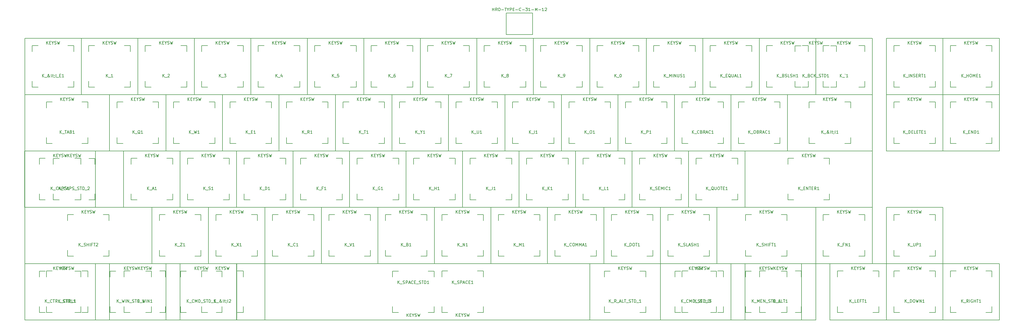
<source format=gbr>
G04 #@! TF.GenerationSoftware,KiCad,Pcbnew,(5.0.2)-1*
G04 #@! TF.CreationDate,2019-10-17T21:42:54+05:30*
G04 #@! TF.ProjectId,keyboard,6b657962-6f61-4726-942e-6b696361645f,rev?*
G04 #@! TF.SameCoordinates,Original*
G04 #@! TF.FileFunction,Drawing*
%FSLAX46Y46*%
G04 Gerber Fmt 4.6, Leading zero omitted, Abs format (unit mm)*
G04 Created by KiCad (PCBNEW (5.0.2)-1) date 10/17/2019 9:42:54 PM*
%MOMM*%
%LPD*%
G01*
G04 APERTURE LIST*
%ADD10C,0.150000*%
G04 APERTURE END LIST*
D10*
G04 #@! TO.C,K_0*
X230981250Y-69291250D02*
X230981250Y-50241250D01*
X250031250Y-69291250D02*
X230981250Y-69291250D01*
X250031250Y-50241250D02*
X250031250Y-69291250D01*
X230981250Y-50241250D02*
X250031250Y-50241250D01*
X233506250Y-52766250D02*
X233506250Y-54766250D01*
X235506250Y-52766250D02*
X233506250Y-52766250D01*
X233506250Y-66766250D02*
X235506250Y-66766250D01*
X233506250Y-64766250D02*
X233506250Y-66766250D01*
X247506250Y-66766250D02*
X247506250Y-64766250D01*
X245506250Y-66766250D02*
X247506250Y-66766250D01*
X247506250Y-52766250D02*
X247506250Y-54766250D01*
X245506250Y-52766250D02*
X247506250Y-52766250D01*
G04 #@! TO.C,K_1*
X74056250Y-52766250D02*
X76056250Y-52766250D01*
X76056250Y-52766250D02*
X76056250Y-54766250D01*
X74056250Y-66766250D02*
X76056250Y-66766250D01*
X76056250Y-66766250D02*
X76056250Y-64766250D01*
X62056250Y-64766250D02*
X62056250Y-66766250D01*
X62056250Y-66766250D02*
X64056250Y-66766250D01*
X64056250Y-52766250D02*
X62056250Y-52766250D01*
X62056250Y-52766250D02*
X62056250Y-54766250D01*
X59531250Y-50241250D02*
X78581250Y-50241250D01*
X78581250Y-50241250D02*
X78581250Y-69291250D01*
X78581250Y-69291250D02*
X59531250Y-69291250D01*
X59531250Y-69291250D02*
X59531250Y-50241250D01*
G04 #@! TO.C,K_2*
X78581250Y-69291250D02*
X78581250Y-50241250D01*
X97631250Y-69291250D02*
X78581250Y-69291250D01*
X97631250Y-50241250D02*
X97631250Y-69291250D01*
X78581250Y-50241250D02*
X97631250Y-50241250D01*
X81106250Y-52766250D02*
X81106250Y-54766250D01*
X83106250Y-52766250D02*
X81106250Y-52766250D01*
X81106250Y-66766250D02*
X83106250Y-66766250D01*
X81106250Y-64766250D02*
X81106250Y-66766250D01*
X95106250Y-66766250D02*
X95106250Y-64766250D01*
X93106250Y-66766250D02*
X95106250Y-66766250D01*
X95106250Y-52766250D02*
X95106250Y-54766250D01*
X93106250Y-52766250D02*
X95106250Y-52766250D01*
G04 #@! TO.C,K_3*
X97631250Y-69291250D02*
X97631250Y-50241250D01*
X116681250Y-69291250D02*
X97631250Y-69291250D01*
X116681250Y-50241250D02*
X116681250Y-69291250D01*
X97631250Y-50241250D02*
X116681250Y-50241250D01*
X100156250Y-52766250D02*
X100156250Y-54766250D01*
X102156250Y-52766250D02*
X100156250Y-52766250D01*
X100156250Y-66766250D02*
X102156250Y-66766250D01*
X100156250Y-64766250D02*
X100156250Y-66766250D01*
X114156250Y-66766250D02*
X114156250Y-64766250D01*
X112156250Y-66766250D02*
X114156250Y-66766250D01*
X114156250Y-52766250D02*
X114156250Y-54766250D01*
X112156250Y-52766250D02*
X114156250Y-52766250D01*
G04 #@! TO.C,K_4*
X131206250Y-52766250D02*
X133206250Y-52766250D01*
X133206250Y-52766250D02*
X133206250Y-54766250D01*
X131206250Y-66766250D02*
X133206250Y-66766250D01*
X133206250Y-66766250D02*
X133206250Y-64766250D01*
X119206250Y-64766250D02*
X119206250Y-66766250D01*
X119206250Y-66766250D02*
X121206250Y-66766250D01*
X121206250Y-52766250D02*
X119206250Y-52766250D01*
X119206250Y-52766250D02*
X119206250Y-54766250D01*
X116681250Y-50241250D02*
X135731250Y-50241250D01*
X135731250Y-50241250D02*
X135731250Y-69291250D01*
X135731250Y-69291250D02*
X116681250Y-69291250D01*
X116681250Y-69291250D02*
X116681250Y-50241250D01*
G04 #@! TO.C,K_5*
X150256250Y-52766250D02*
X152256250Y-52766250D01*
X152256250Y-52766250D02*
X152256250Y-54766250D01*
X150256250Y-66766250D02*
X152256250Y-66766250D01*
X152256250Y-66766250D02*
X152256250Y-64766250D01*
X138256250Y-64766250D02*
X138256250Y-66766250D01*
X138256250Y-66766250D02*
X140256250Y-66766250D01*
X140256250Y-52766250D02*
X138256250Y-52766250D01*
X138256250Y-52766250D02*
X138256250Y-54766250D01*
X135731250Y-50241250D02*
X154781250Y-50241250D01*
X154781250Y-50241250D02*
X154781250Y-69291250D01*
X154781250Y-69291250D02*
X135731250Y-69291250D01*
X135731250Y-69291250D02*
X135731250Y-50241250D01*
G04 #@! TO.C,K_6*
X169306250Y-52766250D02*
X171306250Y-52766250D01*
X171306250Y-52766250D02*
X171306250Y-54766250D01*
X169306250Y-66766250D02*
X171306250Y-66766250D01*
X171306250Y-66766250D02*
X171306250Y-64766250D01*
X157306250Y-64766250D02*
X157306250Y-66766250D01*
X157306250Y-66766250D02*
X159306250Y-66766250D01*
X159306250Y-52766250D02*
X157306250Y-52766250D01*
X157306250Y-52766250D02*
X157306250Y-54766250D01*
X154781250Y-50241250D02*
X173831250Y-50241250D01*
X173831250Y-50241250D02*
X173831250Y-69291250D01*
X173831250Y-69291250D02*
X154781250Y-69291250D01*
X154781250Y-69291250D02*
X154781250Y-50241250D01*
G04 #@! TO.C,K_7*
X188356250Y-52766250D02*
X190356250Y-52766250D01*
X190356250Y-52766250D02*
X190356250Y-54766250D01*
X188356250Y-66766250D02*
X190356250Y-66766250D01*
X190356250Y-66766250D02*
X190356250Y-64766250D01*
X176356250Y-64766250D02*
X176356250Y-66766250D01*
X176356250Y-66766250D02*
X178356250Y-66766250D01*
X178356250Y-52766250D02*
X176356250Y-52766250D01*
X176356250Y-52766250D02*
X176356250Y-54766250D01*
X173831250Y-50241250D02*
X192881250Y-50241250D01*
X192881250Y-50241250D02*
X192881250Y-69291250D01*
X192881250Y-69291250D02*
X173831250Y-69291250D01*
X173831250Y-69291250D02*
X173831250Y-50241250D01*
G04 #@! TO.C,K_8*
X207406250Y-52766250D02*
X209406250Y-52766250D01*
X209406250Y-52766250D02*
X209406250Y-54766250D01*
X207406250Y-66766250D02*
X209406250Y-66766250D01*
X209406250Y-66766250D02*
X209406250Y-64766250D01*
X195406250Y-64766250D02*
X195406250Y-66766250D01*
X195406250Y-66766250D02*
X197406250Y-66766250D01*
X197406250Y-52766250D02*
X195406250Y-52766250D01*
X195406250Y-52766250D02*
X195406250Y-54766250D01*
X192881250Y-50241250D02*
X211931250Y-50241250D01*
X211931250Y-50241250D02*
X211931250Y-69291250D01*
X211931250Y-69291250D02*
X192881250Y-69291250D01*
X192881250Y-69291250D02*
X192881250Y-50241250D01*
G04 #@! TO.C,K_9*
X226456250Y-52766250D02*
X228456250Y-52766250D01*
X228456250Y-52766250D02*
X228456250Y-54766250D01*
X226456250Y-66766250D02*
X228456250Y-66766250D01*
X228456250Y-66766250D02*
X228456250Y-64766250D01*
X214456250Y-64766250D02*
X214456250Y-66766250D01*
X214456250Y-66766250D02*
X216456250Y-66766250D01*
X216456250Y-52766250D02*
X214456250Y-52766250D01*
X214456250Y-52766250D02*
X214456250Y-54766250D01*
X211931250Y-50241250D02*
X230981250Y-50241250D01*
X230981250Y-50241250D02*
X230981250Y-69291250D01*
X230981250Y-69291250D02*
X211931250Y-69291250D01*
X211931250Y-69291250D02*
X211931250Y-50241250D01*
G04 #@! TO.C,K_&lt;I1*
X297656250Y-88341250D02*
X297656250Y-69291250D01*
X297656250Y-88341250D02*
X326231250Y-88341250D01*
X326231250Y-69291250D02*
X326231250Y-88341250D01*
X297656250Y-69291250D02*
X326231250Y-69291250D01*
X304943750Y-71816250D02*
X304943750Y-73816250D01*
X306943750Y-71816250D02*
X304943750Y-71816250D01*
X304943750Y-85816250D02*
X306943750Y-85816250D01*
X304943750Y-83816250D02*
X304943750Y-85816250D01*
X318943750Y-85816250D02*
X318943750Y-83816250D01*
X316943750Y-85816250D02*
X318943750Y-85816250D01*
X318943750Y-71816250D02*
X318943750Y-73816250D01*
X316943750Y-71816250D02*
X318943750Y-71816250D01*
G04 #@! TO.C,K_&lt;I2*
X112156250Y-128966250D02*
X114156250Y-128966250D01*
X114156250Y-128966250D02*
X114156250Y-130966250D01*
X112156250Y-142966250D02*
X114156250Y-142966250D01*
X114156250Y-142966250D02*
X114156250Y-140966250D01*
X100156250Y-140966250D02*
X100156250Y-142966250D01*
X100156250Y-142966250D02*
X102156250Y-142966250D01*
X102156250Y-128966250D02*
X100156250Y-128966250D01*
X100156250Y-128966250D02*
X100156250Y-130966250D01*
X92868750Y-126441250D02*
X121443750Y-126441250D01*
X121443750Y-126441250D02*
X121443750Y-145491250D01*
X92868750Y-145491250D02*
X121443750Y-145491250D01*
X92868750Y-145491250D02*
X92868750Y-126441250D01*
G04 #@! TO.C,K_&lt;I3*
X254793750Y-145491250D02*
X254793750Y-126441250D01*
X254793750Y-145491250D02*
X283368750Y-145491250D01*
X283368750Y-126441250D02*
X283368750Y-145491250D01*
X254793750Y-126441250D02*
X283368750Y-126441250D01*
X262081250Y-128966250D02*
X262081250Y-130966250D01*
X264081250Y-128966250D02*
X262081250Y-128966250D01*
X262081250Y-142966250D02*
X264081250Y-142966250D01*
X262081250Y-140966250D02*
X262081250Y-142966250D01*
X276081250Y-142966250D02*
X276081250Y-140966250D01*
X274081250Y-142966250D02*
X276081250Y-142966250D01*
X276081250Y-128966250D02*
X276081250Y-130966250D01*
X274081250Y-128966250D02*
X276081250Y-128966250D01*
G04 #@! TO.C,K_&lt;I_E1*
X55006250Y-52766250D02*
X57006250Y-52766250D01*
X57006250Y-52766250D02*
X57006250Y-54766250D01*
X55006250Y-66766250D02*
X57006250Y-66766250D01*
X57006250Y-66766250D02*
X57006250Y-64766250D01*
X43006250Y-64766250D02*
X43006250Y-66766250D01*
X43006250Y-66766250D02*
X45006250Y-66766250D01*
X45006250Y-52766250D02*
X43006250Y-52766250D01*
X43006250Y-52766250D02*
X43006250Y-54766250D01*
X40481250Y-50241250D02*
X59531250Y-50241250D01*
X59531250Y-50241250D02*
X59531250Y-69291250D01*
X59531250Y-69291250D02*
X40481250Y-69291250D01*
X40481250Y-69291250D02*
X40481250Y-50241250D01*
G04 #@! TO.C,K_`1*
X307181250Y-69291250D02*
X307181250Y-50241250D01*
X326231250Y-69291250D02*
X307181250Y-69291250D01*
X326231250Y-50241250D02*
X326231250Y-69291250D01*
X307181250Y-50241250D02*
X326231250Y-50241250D01*
X309706250Y-52766250D02*
X309706250Y-54766250D01*
X311706250Y-52766250D02*
X309706250Y-52766250D01*
X309706250Y-66766250D02*
X311706250Y-66766250D01*
X309706250Y-64766250D02*
X309706250Y-66766250D01*
X323706250Y-66766250D02*
X323706250Y-64766250D01*
X321706250Y-66766250D02*
X323706250Y-66766250D01*
X323706250Y-52766250D02*
X323706250Y-54766250D01*
X321706250Y-52766250D02*
X323706250Y-52766250D01*
G04 #@! TO.C,K_A1*
X73818750Y-107391250D02*
X73818750Y-88341250D01*
X92868750Y-107391250D02*
X73818750Y-107391250D01*
X92868750Y-88341250D02*
X92868750Y-107391250D01*
X73818750Y-88341250D02*
X92868750Y-88341250D01*
X76343750Y-90866250D02*
X76343750Y-92866250D01*
X78343750Y-90866250D02*
X76343750Y-90866250D01*
X76343750Y-104866250D02*
X78343750Y-104866250D01*
X76343750Y-102866250D02*
X76343750Y-104866250D01*
X90343750Y-104866250D02*
X90343750Y-102866250D01*
X88343750Y-104866250D02*
X90343750Y-104866250D01*
X90343750Y-90866250D02*
X90343750Y-92866250D01*
X88343750Y-90866250D02*
X90343750Y-90866250D01*
G04 #@! TO.C,K_ALT1*
X300275000Y-128966250D02*
X302275000Y-128966250D01*
X302275000Y-128966250D02*
X302275000Y-130966250D01*
X300275000Y-142966250D02*
X302275000Y-142966250D01*
X302275000Y-142966250D02*
X302275000Y-140966250D01*
X288275000Y-140966250D02*
X288275000Y-142966250D01*
X288275000Y-142966250D02*
X290275000Y-142966250D01*
X290275000Y-128966250D02*
X288275000Y-128966250D01*
X288275000Y-128966250D02*
X288275000Y-130966250D01*
X283368750Y-126441250D02*
X307181250Y-126441250D01*
X307181250Y-126441250D02*
X307181250Y-145491250D01*
X283368750Y-145491250D02*
X307181250Y-145491250D01*
X283368750Y-145491250D02*
X283368750Y-126441250D01*
G04 #@! TO.C,K_B1*
X159543750Y-126441250D02*
X159543750Y-107391250D01*
X178593750Y-126441250D02*
X159543750Y-126441250D01*
X178593750Y-107391250D02*
X178593750Y-126441250D01*
X159543750Y-107391250D02*
X178593750Y-107391250D01*
X162068750Y-109916250D02*
X162068750Y-111916250D01*
X164068750Y-109916250D02*
X162068750Y-109916250D01*
X162068750Y-123916250D02*
X164068750Y-123916250D01*
X162068750Y-121916250D02*
X162068750Y-123916250D01*
X176068750Y-123916250D02*
X176068750Y-121916250D01*
X174068750Y-123916250D02*
X176068750Y-123916250D01*
X176068750Y-109916250D02*
X176068750Y-111916250D01*
X174068750Y-109916250D02*
X176068750Y-109916250D01*
G04 #@! TO.C,K_BCK_STD1*
X288150000Y-69325000D02*
X288150000Y-50275000D01*
X288150000Y-69325000D02*
X326250000Y-69325000D01*
X326250000Y-50275000D02*
X326250000Y-69325000D01*
X288150000Y-50275000D02*
X326250000Y-50275000D01*
X300200000Y-52800000D02*
X300200000Y-54800000D01*
X302200000Y-52800000D02*
X300200000Y-52800000D01*
X300200000Y-66800000D02*
X302200000Y-66800000D01*
X300200000Y-64800000D02*
X300200000Y-66800000D01*
X314200000Y-66800000D02*
X314200000Y-64800000D01*
X312200000Y-66800000D02*
X314200000Y-66800000D01*
X314200000Y-52800000D02*
X314200000Y-54800000D01*
X312200000Y-52800000D02*
X314200000Y-52800000D01*
G04 #@! TO.C,K_BSLSH1*
X302656250Y-52766250D02*
X304656250Y-52766250D01*
X304656250Y-52766250D02*
X304656250Y-54766250D01*
X302656250Y-66766250D02*
X304656250Y-66766250D01*
X304656250Y-66766250D02*
X304656250Y-64766250D01*
X290656250Y-64766250D02*
X290656250Y-66766250D01*
X290656250Y-66766250D02*
X292656250Y-66766250D01*
X292656250Y-52766250D02*
X290656250Y-52766250D01*
X290656250Y-52766250D02*
X290656250Y-54766250D01*
X288131250Y-50241250D02*
X307181250Y-50241250D01*
X307181250Y-50241250D02*
X307181250Y-69291250D01*
X307181250Y-69291250D02*
X288131250Y-69291250D01*
X288131250Y-69291250D02*
X288131250Y-50241250D01*
G04 #@! TO.C,K_C1*
X135968750Y-109916250D02*
X137968750Y-109916250D01*
X137968750Y-109916250D02*
X137968750Y-111916250D01*
X135968750Y-123916250D02*
X137968750Y-123916250D01*
X137968750Y-123916250D02*
X137968750Y-121916250D01*
X123968750Y-121916250D02*
X123968750Y-123916250D01*
X123968750Y-123916250D02*
X125968750Y-123916250D01*
X125968750Y-109916250D02*
X123968750Y-109916250D01*
X123968750Y-109916250D02*
X123968750Y-111916250D01*
X121443750Y-107391250D02*
X140493750Y-107391250D01*
X140493750Y-107391250D02*
X140493750Y-126441250D01*
X140493750Y-126441250D02*
X121443750Y-126441250D01*
X121443750Y-126441250D02*
X121443750Y-107391250D01*
G04 #@! TO.C,K_CAPS1*
X40481250Y-107391250D02*
X40481250Y-88341250D01*
X40481250Y-107391250D02*
X64293750Y-107391250D01*
X64293750Y-88341250D02*
X64293750Y-107391250D01*
X40481250Y-88341250D02*
X64293750Y-88341250D01*
X45387500Y-90866250D02*
X45387500Y-92866250D01*
X47387500Y-90866250D02*
X45387500Y-90866250D01*
X45387500Y-104866250D02*
X47387500Y-104866250D01*
X45387500Y-102866250D02*
X45387500Y-104866250D01*
X59387500Y-104866250D02*
X59387500Y-102866250D01*
X57387500Y-104866250D02*
X59387500Y-104866250D01*
X59387500Y-90866250D02*
X59387500Y-92866250D01*
X57387500Y-90866250D02*
X59387500Y-90866250D01*
G04 #@! TO.C,K_CBRAC1*
X259556250Y-88341250D02*
X259556250Y-69291250D01*
X278606250Y-88341250D02*
X259556250Y-88341250D01*
X278606250Y-69291250D02*
X278606250Y-88341250D01*
X259556250Y-69291250D02*
X278606250Y-69291250D01*
X262081250Y-71816250D02*
X262081250Y-73816250D01*
X264081250Y-71816250D02*
X262081250Y-71816250D01*
X262081250Y-85816250D02*
X264081250Y-85816250D01*
X262081250Y-83816250D02*
X262081250Y-85816250D01*
X276081250Y-85816250D02*
X276081250Y-83816250D01*
X274081250Y-85816250D02*
X276081250Y-85816250D01*
X276081250Y-71816250D02*
X276081250Y-73816250D01*
X274081250Y-71816250D02*
X276081250Y-71816250D01*
G04 #@! TO.C,K_CMD_STD_1*
X88093750Y-145525000D02*
X88093750Y-126475000D01*
X88093750Y-145525000D02*
X111906250Y-145525000D01*
X111906250Y-126475000D02*
X111906250Y-145525000D01*
X88093750Y-126475000D02*
X111906250Y-126475000D01*
X93000000Y-129000000D02*
X93000000Y-131000000D01*
X95000000Y-129000000D02*
X93000000Y-129000000D01*
X93000000Y-143000000D02*
X95000000Y-143000000D01*
X93000000Y-141000000D02*
X93000000Y-143000000D01*
X107000000Y-143000000D02*
X107000000Y-141000000D01*
X105000000Y-143000000D02*
X107000000Y-143000000D01*
X107000000Y-129000000D02*
X107000000Y-131000000D01*
X105000000Y-129000000D02*
X107000000Y-129000000D01*
G04 #@! TO.C,K_CMD_STD_3*
X254793750Y-145525000D02*
X254793750Y-126475000D01*
X254793750Y-145525000D02*
X278606250Y-145525000D01*
X278606250Y-126475000D02*
X278606250Y-145525000D01*
X254793750Y-126475000D02*
X278606250Y-126475000D01*
X259700000Y-129000000D02*
X259700000Y-131000000D01*
X261700000Y-129000000D02*
X259700000Y-129000000D01*
X259700000Y-143000000D02*
X261700000Y-143000000D01*
X259700000Y-141000000D02*
X259700000Y-143000000D01*
X273700000Y-143000000D02*
X273700000Y-141000000D01*
X271700000Y-143000000D02*
X273700000Y-143000000D01*
X273700000Y-129000000D02*
X273700000Y-131000000D01*
X271700000Y-129000000D02*
X273700000Y-129000000D01*
G04 #@! TO.C,K_COMMA1*
X216693750Y-126441250D02*
X216693750Y-107391250D01*
X235743750Y-126441250D02*
X216693750Y-126441250D01*
X235743750Y-107391250D02*
X235743750Y-126441250D01*
X216693750Y-107391250D02*
X235743750Y-107391250D01*
X219218750Y-109916250D02*
X219218750Y-111916250D01*
X221218750Y-109916250D02*
X219218750Y-109916250D01*
X219218750Y-123916250D02*
X221218750Y-123916250D01*
X219218750Y-121916250D02*
X219218750Y-123916250D01*
X233218750Y-123916250D02*
X233218750Y-121916250D01*
X231218750Y-123916250D02*
X233218750Y-123916250D01*
X233218750Y-109916250D02*
X233218750Y-111916250D01*
X231218750Y-109916250D02*
X233218750Y-109916250D01*
G04 #@! TO.C,K_CTRL1*
X59768750Y-128966250D02*
X61768750Y-128966250D01*
X61768750Y-128966250D02*
X61768750Y-130966250D01*
X59768750Y-142966250D02*
X61768750Y-142966250D01*
X61768750Y-142966250D02*
X61768750Y-140966250D01*
X47768750Y-140966250D02*
X47768750Y-142966250D01*
X47768750Y-142966250D02*
X49768750Y-142966250D01*
X49768750Y-128966250D02*
X47768750Y-128966250D01*
X47768750Y-128966250D02*
X47768750Y-130966250D01*
X40481250Y-126441250D02*
X69056250Y-126441250D01*
X69056250Y-126441250D02*
X69056250Y-145491250D01*
X40481250Y-145491250D02*
X69056250Y-145491250D01*
X40481250Y-145491250D02*
X40481250Y-126441250D01*
G04 #@! TO.C,K_CTRL_STD_1*
X40493750Y-145525000D02*
X40493750Y-126475000D01*
X40493750Y-145525000D02*
X64306250Y-145525000D01*
X64306250Y-126475000D02*
X64306250Y-145525000D01*
X40493750Y-126475000D02*
X64306250Y-126475000D01*
X45400000Y-129000000D02*
X45400000Y-131000000D01*
X47400000Y-129000000D02*
X45400000Y-129000000D01*
X45400000Y-143000000D02*
X47400000Y-143000000D01*
X45400000Y-141000000D02*
X45400000Y-143000000D01*
X59400000Y-143000000D02*
X59400000Y-141000000D01*
X57400000Y-143000000D02*
X59400000Y-143000000D01*
X59400000Y-129000000D02*
X59400000Y-131000000D01*
X57400000Y-129000000D02*
X59400000Y-129000000D01*
G04 #@! TO.C,K_D1*
X126443750Y-90866250D02*
X128443750Y-90866250D01*
X128443750Y-90866250D02*
X128443750Y-92866250D01*
X126443750Y-104866250D02*
X128443750Y-104866250D01*
X128443750Y-104866250D02*
X128443750Y-102866250D01*
X114443750Y-102866250D02*
X114443750Y-104866250D01*
X114443750Y-104866250D02*
X116443750Y-104866250D01*
X116443750Y-90866250D02*
X114443750Y-90866250D01*
X114443750Y-90866250D02*
X114443750Y-92866250D01*
X111918750Y-88341250D02*
X130968750Y-88341250D01*
X130968750Y-88341250D02*
X130968750Y-107391250D01*
X130968750Y-107391250D02*
X111918750Y-107391250D01*
X111918750Y-107391250D02*
X111918750Y-88341250D01*
G04 #@! TO.C,K_DELETE1*
X330993750Y-88341250D02*
X330993750Y-69291250D01*
X350043750Y-88341250D02*
X330993750Y-88341250D01*
X350043750Y-69291250D02*
X350043750Y-88341250D01*
X330993750Y-69291250D02*
X350043750Y-69291250D01*
X333518750Y-71816250D02*
X333518750Y-73816250D01*
X335518750Y-71816250D02*
X333518750Y-71816250D01*
X333518750Y-85816250D02*
X335518750Y-85816250D01*
X333518750Y-83816250D02*
X333518750Y-85816250D01*
X347518750Y-85816250D02*
X347518750Y-83816250D01*
X345518750Y-85816250D02*
X347518750Y-85816250D01*
X347518750Y-71816250D02*
X347518750Y-73816250D01*
X345518750Y-71816250D02*
X347518750Y-71816250D01*
G04 #@! TO.C,K_DOT1*
X250268750Y-109916250D02*
X252268750Y-109916250D01*
X252268750Y-109916250D02*
X252268750Y-111916250D01*
X250268750Y-123916250D02*
X252268750Y-123916250D01*
X252268750Y-123916250D02*
X252268750Y-121916250D01*
X238268750Y-121916250D02*
X238268750Y-123916250D01*
X238268750Y-123916250D02*
X240268750Y-123916250D01*
X240268750Y-109916250D02*
X238268750Y-109916250D01*
X238268750Y-109916250D02*
X238268750Y-111916250D01*
X235743750Y-107391250D02*
X254793750Y-107391250D01*
X254793750Y-107391250D02*
X254793750Y-126441250D01*
X254793750Y-126441250D02*
X235743750Y-126441250D01*
X235743750Y-126441250D02*
X235743750Y-107391250D01*
G04 #@! TO.C,K_DOWN1*
X330993750Y-145491250D02*
X330993750Y-126441250D01*
X350043750Y-145491250D02*
X330993750Y-145491250D01*
X350043750Y-126441250D02*
X350043750Y-145491250D01*
X330993750Y-126441250D02*
X350043750Y-126441250D01*
X333518750Y-128966250D02*
X333518750Y-130966250D01*
X335518750Y-128966250D02*
X333518750Y-128966250D01*
X333518750Y-142966250D02*
X335518750Y-142966250D01*
X333518750Y-140966250D02*
X333518750Y-142966250D01*
X347518750Y-142966250D02*
X347518750Y-140966250D01*
X345518750Y-142966250D02*
X347518750Y-142966250D01*
X347518750Y-128966250D02*
X347518750Y-130966250D01*
X345518750Y-128966250D02*
X347518750Y-128966250D01*
G04 #@! TO.C,K_E1*
X107156250Y-88341250D02*
X107156250Y-69291250D01*
X126206250Y-88341250D02*
X107156250Y-88341250D01*
X126206250Y-69291250D02*
X126206250Y-88341250D01*
X107156250Y-69291250D02*
X126206250Y-69291250D01*
X109681250Y-71816250D02*
X109681250Y-73816250D01*
X111681250Y-71816250D02*
X109681250Y-71816250D01*
X109681250Y-85816250D02*
X111681250Y-85816250D01*
X109681250Y-83816250D02*
X109681250Y-85816250D01*
X123681250Y-85816250D02*
X123681250Y-83816250D01*
X121681250Y-85816250D02*
X123681250Y-85816250D01*
X123681250Y-71816250D02*
X123681250Y-73816250D01*
X121681250Y-71816250D02*
X123681250Y-71816250D01*
G04 #@! TO.C,K_END1*
X364568750Y-71816250D02*
X366568750Y-71816250D01*
X366568750Y-71816250D02*
X366568750Y-73816250D01*
X364568750Y-85816250D02*
X366568750Y-85816250D01*
X366568750Y-85816250D02*
X366568750Y-83816250D01*
X352568750Y-83816250D02*
X352568750Y-85816250D01*
X352568750Y-85816250D02*
X354568750Y-85816250D01*
X354568750Y-71816250D02*
X352568750Y-71816250D01*
X352568750Y-71816250D02*
X352568750Y-73816250D01*
X350043750Y-69291250D02*
X369093750Y-69291250D01*
X369093750Y-69291250D02*
X369093750Y-88341250D01*
X369093750Y-88341250D02*
X350043750Y-88341250D01*
X350043750Y-88341250D02*
X350043750Y-69291250D01*
G04 #@! TO.C,K_ENTER1*
X309800000Y-90866250D02*
X311800000Y-90866250D01*
X311800000Y-90866250D02*
X311800000Y-92866250D01*
X309800000Y-104866250D02*
X311800000Y-104866250D01*
X311800000Y-104866250D02*
X311800000Y-102866250D01*
X297800000Y-102866250D02*
X297800000Y-104866250D01*
X297800000Y-104866250D02*
X299800000Y-104866250D01*
X299800000Y-90866250D02*
X297800000Y-90866250D01*
X297800000Y-90866250D02*
X297800000Y-92866250D01*
X283368750Y-88341250D02*
X326231250Y-88341250D01*
X326231250Y-88341250D02*
X326231250Y-107391250D01*
X283368750Y-107391250D02*
X326231250Y-107391250D01*
X283368750Y-107391250D02*
X283368750Y-88341250D01*
G04 #@! TO.C,K_EQUAL1*
X269081250Y-69291250D02*
X269081250Y-50241250D01*
X288131250Y-69291250D02*
X269081250Y-69291250D01*
X288131250Y-50241250D02*
X288131250Y-69291250D01*
X269081250Y-50241250D02*
X288131250Y-50241250D01*
X271606250Y-52766250D02*
X271606250Y-54766250D01*
X273606250Y-52766250D02*
X271606250Y-52766250D01*
X271606250Y-66766250D02*
X273606250Y-66766250D01*
X271606250Y-64766250D02*
X271606250Y-66766250D01*
X285606250Y-66766250D02*
X285606250Y-64766250D01*
X283606250Y-66766250D02*
X285606250Y-66766250D01*
X285606250Y-52766250D02*
X285606250Y-54766250D01*
X283606250Y-52766250D02*
X285606250Y-52766250D01*
G04 #@! TO.C,K_F1*
X130968750Y-107391250D02*
X130968750Y-88341250D01*
X150018750Y-107391250D02*
X130968750Y-107391250D01*
X150018750Y-88341250D02*
X150018750Y-107391250D01*
X130968750Y-88341250D02*
X150018750Y-88341250D01*
X133493750Y-90866250D02*
X133493750Y-92866250D01*
X135493750Y-90866250D02*
X133493750Y-90866250D01*
X133493750Y-104866250D02*
X135493750Y-104866250D01*
X133493750Y-102866250D02*
X133493750Y-104866250D01*
X147493750Y-104866250D02*
X147493750Y-102866250D01*
X145493750Y-104866250D02*
X147493750Y-104866250D01*
X147493750Y-90866250D02*
X147493750Y-92866250D01*
X145493750Y-90866250D02*
X147493750Y-90866250D01*
G04 #@! TO.C,K_FN1*
X321706250Y-109916250D02*
X323706250Y-109916250D01*
X323706250Y-109916250D02*
X323706250Y-111916250D01*
X321706250Y-123916250D02*
X323706250Y-123916250D01*
X323706250Y-123916250D02*
X323706250Y-121916250D01*
X309706250Y-121916250D02*
X309706250Y-123916250D01*
X309706250Y-123916250D02*
X311706250Y-123916250D01*
X311706250Y-109916250D02*
X309706250Y-109916250D01*
X309706250Y-109916250D02*
X309706250Y-111916250D01*
X307181250Y-107391250D02*
X326231250Y-107391250D01*
X326231250Y-107391250D02*
X326231250Y-126441250D01*
X326231250Y-126441250D02*
X307181250Y-126441250D01*
X307181250Y-126441250D02*
X307181250Y-107391250D01*
G04 #@! TO.C,K_G1*
X164543750Y-90866250D02*
X166543750Y-90866250D01*
X166543750Y-90866250D02*
X166543750Y-92866250D01*
X164543750Y-104866250D02*
X166543750Y-104866250D01*
X166543750Y-104866250D02*
X166543750Y-102866250D01*
X152543750Y-102866250D02*
X152543750Y-104866250D01*
X152543750Y-104866250D02*
X154543750Y-104866250D01*
X154543750Y-90866250D02*
X152543750Y-90866250D01*
X152543750Y-90866250D02*
X152543750Y-92866250D01*
X150018750Y-88341250D02*
X169068750Y-88341250D01*
X169068750Y-88341250D02*
X169068750Y-107391250D01*
X169068750Y-107391250D02*
X150018750Y-107391250D01*
X150018750Y-107391250D02*
X150018750Y-88341250D01*
G04 #@! TO.C,K_H1*
X183593750Y-90866250D02*
X185593750Y-90866250D01*
X185593750Y-90866250D02*
X185593750Y-92866250D01*
X183593750Y-104866250D02*
X185593750Y-104866250D01*
X185593750Y-104866250D02*
X185593750Y-102866250D01*
X171593750Y-102866250D02*
X171593750Y-104866250D01*
X171593750Y-104866250D02*
X173593750Y-104866250D01*
X173593750Y-90866250D02*
X171593750Y-90866250D01*
X171593750Y-90866250D02*
X171593750Y-92866250D01*
X169068750Y-88341250D02*
X188118750Y-88341250D01*
X188118750Y-88341250D02*
X188118750Y-107391250D01*
X188118750Y-107391250D02*
X169068750Y-107391250D01*
X169068750Y-107391250D02*
X169068750Y-88341250D01*
G04 #@! TO.C,K_HOME1*
X364568750Y-52766250D02*
X366568750Y-52766250D01*
X366568750Y-52766250D02*
X366568750Y-54766250D01*
X364568750Y-66766250D02*
X366568750Y-66766250D01*
X366568750Y-66766250D02*
X366568750Y-64766250D01*
X352568750Y-64766250D02*
X352568750Y-66766250D01*
X352568750Y-66766250D02*
X354568750Y-66766250D01*
X354568750Y-52766250D02*
X352568750Y-52766250D01*
X352568750Y-52766250D02*
X352568750Y-54766250D01*
X350043750Y-50241250D02*
X369093750Y-50241250D01*
X369093750Y-50241250D02*
X369093750Y-69291250D01*
X369093750Y-69291250D02*
X350043750Y-69291250D01*
X350043750Y-69291250D02*
X350043750Y-50241250D01*
G04 #@! TO.C,K_I1*
X202406250Y-88341250D02*
X202406250Y-69291250D01*
X221456250Y-88341250D02*
X202406250Y-88341250D01*
X221456250Y-69291250D02*
X221456250Y-88341250D01*
X202406250Y-69291250D02*
X221456250Y-69291250D01*
X204931250Y-71816250D02*
X204931250Y-73816250D01*
X206931250Y-71816250D02*
X204931250Y-71816250D01*
X204931250Y-85816250D02*
X206931250Y-85816250D01*
X204931250Y-83816250D02*
X204931250Y-85816250D01*
X218931250Y-85816250D02*
X218931250Y-83816250D01*
X216931250Y-85816250D02*
X218931250Y-85816250D01*
X218931250Y-71816250D02*
X218931250Y-73816250D01*
X216931250Y-71816250D02*
X218931250Y-71816250D01*
G04 #@! TO.C,K_INSERT1*
X345518750Y-52766250D02*
X347518750Y-52766250D01*
X347518750Y-52766250D02*
X347518750Y-54766250D01*
X345518750Y-66766250D02*
X347518750Y-66766250D01*
X347518750Y-66766250D02*
X347518750Y-64766250D01*
X333518750Y-64766250D02*
X333518750Y-66766250D01*
X333518750Y-66766250D02*
X335518750Y-66766250D01*
X335518750Y-52766250D02*
X333518750Y-52766250D01*
X333518750Y-52766250D02*
X333518750Y-54766250D01*
X330993750Y-50241250D02*
X350043750Y-50241250D01*
X350043750Y-50241250D02*
X350043750Y-69291250D01*
X350043750Y-69291250D02*
X330993750Y-69291250D01*
X330993750Y-69291250D02*
X330993750Y-50241250D01*
G04 #@! TO.C,K_J1*
X188118750Y-107391250D02*
X188118750Y-88341250D01*
X207168750Y-107391250D02*
X188118750Y-107391250D01*
X207168750Y-88341250D02*
X207168750Y-107391250D01*
X188118750Y-88341250D02*
X207168750Y-88341250D01*
X190643750Y-90866250D02*
X190643750Y-92866250D01*
X192643750Y-90866250D02*
X190643750Y-90866250D01*
X190643750Y-104866250D02*
X192643750Y-104866250D01*
X190643750Y-102866250D02*
X190643750Y-104866250D01*
X204643750Y-104866250D02*
X204643750Y-102866250D01*
X202643750Y-104866250D02*
X204643750Y-104866250D01*
X204643750Y-90866250D02*
X204643750Y-92866250D01*
X202643750Y-90866250D02*
X204643750Y-90866250D01*
G04 #@! TO.C,K_K1*
X207168750Y-107391250D02*
X207168750Y-88341250D01*
X226218750Y-107391250D02*
X207168750Y-107391250D01*
X226218750Y-88341250D02*
X226218750Y-107391250D01*
X207168750Y-88341250D02*
X226218750Y-88341250D01*
X209693750Y-90866250D02*
X209693750Y-92866250D01*
X211693750Y-90866250D02*
X209693750Y-90866250D01*
X209693750Y-104866250D02*
X211693750Y-104866250D01*
X209693750Y-102866250D02*
X209693750Y-104866250D01*
X223693750Y-104866250D02*
X223693750Y-102866250D01*
X221693750Y-104866250D02*
X223693750Y-104866250D01*
X223693750Y-90866250D02*
X223693750Y-92866250D01*
X221693750Y-90866250D02*
X223693750Y-90866250D01*
G04 #@! TO.C,K_L1*
X240743750Y-90866250D02*
X242743750Y-90866250D01*
X242743750Y-90866250D02*
X242743750Y-92866250D01*
X240743750Y-104866250D02*
X242743750Y-104866250D01*
X242743750Y-104866250D02*
X242743750Y-102866250D01*
X228743750Y-102866250D02*
X228743750Y-104866250D01*
X228743750Y-104866250D02*
X230743750Y-104866250D01*
X230743750Y-90866250D02*
X228743750Y-90866250D01*
X228743750Y-90866250D02*
X228743750Y-92866250D01*
X226218750Y-88341250D02*
X245268750Y-88341250D01*
X245268750Y-88341250D02*
X245268750Y-107391250D01*
X245268750Y-107391250D02*
X226218750Y-107391250D01*
X226218750Y-107391250D02*
X226218750Y-88341250D01*
G04 #@! TO.C,K_LEFT1*
X311943750Y-145491250D02*
X311943750Y-126441250D01*
X330993750Y-145491250D02*
X311943750Y-145491250D01*
X330993750Y-126441250D02*
X330993750Y-145491250D01*
X311943750Y-126441250D02*
X330993750Y-126441250D01*
X314468750Y-128966250D02*
X314468750Y-130966250D01*
X316468750Y-128966250D02*
X314468750Y-128966250D01*
X314468750Y-142966250D02*
X316468750Y-142966250D01*
X314468750Y-140966250D02*
X314468750Y-142966250D01*
X328468750Y-142966250D02*
X328468750Y-140966250D01*
X326468750Y-142966250D02*
X328468750Y-142966250D01*
X328468750Y-128966250D02*
X328468750Y-130966250D01*
X326468750Y-128966250D02*
X328468750Y-128966250D01*
G04 #@! TO.C,K_M1*
X197643750Y-126441250D02*
X197643750Y-107391250D01*
X216693750Y-126441250D02*
X197643750Y-126441250D01*
X216693750Y-107391250D02*
X216693750Y-126441250D01*
X197643750Y-107391250D02*
X216693750Y-107391250D01*
X200168750Y-109916250D02*
X200168750Y-111916250D01*
X202168750Y-109916250D02*
X200168750Y-109916250D01*
X200168750Y-123916250D02*
X202168750Y-123916250D01*
X200168750Y-121916250D02*
X200168750Y-123916250D01*
X214168750Y-123916250D02*
X214168750Y-121916250D01*
X212168750Y-123916250D02*
X214168750Y-123916250D01*
X214168750Y-109916250D02*
X214168750Y-111916250D01*
X212168750Y-109916250D02*
X214168750Y-109916250D01*
G04 #@! TO.C,K_MEN_STD_1*
X295500000Y-129000000D02*
X297500000Y-129000000D01*
X297500000Y-129000000D02*
X297500000Y-131000000D01*
X295500000Y-143000000D02*
X297500000Y-143000000D01*
X297500000Y-143000000D02*
X297500000Y-141000000D01*
X283500000Y-141000000D02*
X283500000Y-143000000D01*
X283500000Y-143000000D02*
X285500000Y-143000000D01*
X285500000Y-129000000D02*
X283500000Y-129000000D01*
X283500000Y-129000000D02*
X283500000Y-131000000D01*
X278593750Y-126475000D02*
X302406250Y-126475000D01*
X302406250Y-126475000D02*
X302406250Y-145525000D01*
X278593750Y-145525000D02*
X302406250Y-145525000D01*
X278593750Y-145525000D02*
X278593750Y-126475000D01*
G04 #@! TO.C,K_MINUS1*
X250031250Y-69291250D02*
X250031250Y-50241250D01*
X269081250Y-69291250D02*
X250031250Y-69291250D01*
X269081250Y-50241250D02*
X269081250Y-69291250D01*
X250031250Y-50241250D02*
X269081250Y-50241250D01*
X252556250Y-52766250D02*
X252556250Y-54766250D01*
X254556250Y-52766250D02*
X252556250Y-52766250D01*
X252556250Y-66766250D02*
X254556250Y-66766250D01*
X252556250Y-64766250D02*
X252556250Y-66766250D01*
X266556250Y-66766250D02*
X266556250Y-64766250D01*
X264556250Y-66766250D02*
X266556250Y-66766250D01*
X266556250Y-52766250D02*
X266556250Y-54766250D01*
X264556250Y-52766250D02*
X266556250Y-52766250D01*
G04 #@! TO.C,K_N1*
X178593750Y-126441250D02*
X178593750Y-107391250D01*
X197643750Y-126441250D02*
X178593750Y-126441250D01*
X197643750Y-107391250D02*
X197643750Y-126441250D01*
X178593750Y-107391250D02*
X197643750Y-107391250D01*
X181118750Y-109916250D02*
X181118750Y-111916250D01*
X183118750Y-109916250D02*
X181118750Y-109916250D01*
X181118750Y-123916250D02*
X183118750Y-123916250D01*
X181118750Y-121916250D02*
X181118750Y-123916250D01*
X195118750Y-123916250D02*
X195118750Y-121916250D01*
X193118750Y-123916250D02*
X195118750Y-123916250D01*
X195118750Y-109916250D02*
X195118750Y-111916250D01*
X193118750Y-109916250D02*
X195118750Y-109916250D01*
G04 #@! TO.C,K_O1*
X235981250Y-71816250D02*
X237981250Y-71816250D01*
X237981250Y-71816250D02*
X237981250Y-73816250D01*
X235981250Y-85816250D02*
X237981250Y-85816250D01*
X237981250Y-85816250D02*
X237981250Y-83816250D01*
X223981250Y-83816250D02*
X223981250Y-85816250D01*
X223981250Y-85816250D02*
X225981250Y-85816250D01*
X225981250Y-71816250D02*
X223981250Y-71816250D01*
X223981250Y-71816250D02*
X223981250Y-73816250D01*
X221456250Y-69291250D02*
X240506250Y-69291250D01*
X240506250Y-69291250D02*
X240506250Y-88341250D01*
X240506250Y-88341250D02*
X221456250Y-88341250D01*
X221456250Y-88341250D02*
X221456250Y-69291250D01*
G04 #@! TO.C,K_OBRAC1*
X278606250Y-88341250D02*
X278606250Y-69291250D01*
X297656250Y-88341250D02*
X278606250Y-88341250D01*
X297656250Y-69291250D02*
X297656250Y-88341250D01*
X278606250Y-69291250D02*
X297656250Y-69291250D01*
X281131250Y-71816250D02*
X281131250Y-73816250D01*
X283131250Y-71816250D02*
X281131250Y-71816250D01*
X281131250Y-85816250D02*
X283131250Y-85816250D01*
X281131250Y-83816250D02*
X281131250Y-85816250D01*
X295131250Y-85816250D02*
X295131250Y-83816250D01*
X293131250Y-85816250D02*
X295131250Y-85816250D01*
X295131250Y-71816250D02*
X295131250Y-73816250D01*
X293131250Y-71816250D02*
X295131250Y-71816250D01*
G04 #@! TO.C,K_P1*
X255031250Y-71816250D02*
X257031250Y-71816250D01*
X257031250Y-71816250D02*
X257031250Y-73816250D01*
X255031250Y-85816250D02*
X257031250Y-85816250D01*
X257031250Y-85816250D02*
X257031250Y-83816250D01*
X243031250Y-83816250D02*
X243031250Y-85816250D01*
X243031250Y-85816250D02*
X245031250Y-85816250D01*
X245031250Y-71816250D02*
X243031250Y-71816250D01*
X243031250Y-71816250D02*
X243031250Y-73816250D01*
X240506250Y-69291250D02*
X259556250Y-69291250D01*
X259556250Y-69291250D02*
X259556250Y-88341250D01*
X259556250Y-88341250D02*
X240506250Y-88341250D01*
X240506250Y-88341250D02*
X240506250Y-69291250D01*
G04 #@! TO.C,K_Q1*
X83581250Y-71816250D02*
X85581250Y-71816250D01*
X85581250Y-71816250D02*
X85581250Y-73816250D01*
X83581250Y-85816250D02*
X85581250Y-85816250D01*
X85581250Y-85816250D02*
X85581250Y-83816250D01*
X71581250Y-83816250D02*
X71581250Y-85816250D01*
X71581250Y-85816250D02*
X73581250Y-85816250D01*
X73581250Y-71816250D02*
X71581250Y-71816250D01*
X71581250Y-71816250D02*
X71581250Y-73816250D01*
X69056250Y-69291250D02*
X88106250Y-69291250D01*
X88106250Y-69291250D02*
X88106250Y-88341250D01*
X88106250Y-88341250D02*
X69056250Y-88341250D01*
X69056250Y-88341250D02*
X69056250Y-69291250D01*
G04 #@! TO.C,K_QUOTE1*
X264318750Y-107391250D02*
X264318750Y-88341250D01*
X283368750Y-107391250D02*
X264318750Y-107391250D01*
X283368750Y-88341250D02*
X283368750Y-107391250D01*
X264318750Y-88341250D02*
X283368750Y-88341250D01*
X266843750Y-90866250D02*
X266843750Y-92866250D01*
X268843750Y-90866250D02*
X266843750Y-90866250D01*
X266843750Y-104866250D02*
X268843750Y-104866250D01*
X266843750Y-102866250D02*
X266843750Y-104866250D01*
X280843750Y-104866250D02*
X280843750Y-102866250D01*
X278843750Y-104866250D02*
X280843750Y-104866250D01*
X280843750Y-90866250D02*
X280843750Y-92866250D01*
X278843750Y-90866250D02*
X280843750Y-90866250D01*
G04 #@! TO.C,K_R1*
X140731250Y-71816250D02*
X142731250Y-71816250D01*
X142731250Y-71816250D02*
X142731250Y-73816250D01*
X140731250Y-85816250D02*
X142731250Y-85816250D01*
X142731250Y-85816250D02*
X142731250Y-83816250D01*
X128731250Y-83816250D02*
X128731250Y-85816250D01*
X128731250Y-85816250D02*
X130731250Y-85816250D01*
X130731250Y-71816250D02*
X128731250Y-71816250D01*
X128731250Y-71816250D02*
X128731250Y-73816250D01*
X126206250Y-69291250D02*
X145256250Y-69291250D01*
X145256250Y-69291250D02*
X145256250Y-88341250D01*
X145256250Y-88341250D02*
X126206250Y-88341250D01*
X126206250Y-88341250D02*
X126206250Y-69291250D01*
G04 #@! TO.C,K_R_ALT_STD_1*
X247900000Y-129000000D02*
X249900000Y-129000000D01*
X249900000Y-129000000D02*
X249900000Y-131000000D01*
X247900000Y-143000000D02*
X249900000Y-143000000D01*
X249900000Y-143000000D02*
X249900000Y-141000000D01*
X235900000Y-141000000D02*
X235900000Y-143000000D01*
X235900000Y-143000000D02*
X237900000Y-143000000D01*
X237900000Y-129000000D02*
X235900000Y-129000000D01*
X235900000Y-129000000D02*
X235900000Y-131000000D01*
X230993750Y-126475000D02*
X254806250Y-126475000D01*
X254806250Y-126475000D02*
X254806250Y-145525000D01*
X230993750Y-145525000D02*
X254806250Y-145525000D01*
X230993750Y-145525000D02*
X230993750Y-126475000D01*
G04 #@! TO.C,K_RIGHT1*
X350043750Y-145491250D02*
X350043750Y-126441250D01*
X369093750Y-145491250D02*
X350043750Y-145491250D01*
X369093750Y-126441250D02*
X369093750Y-145491250D01*
X350043750Y-126441250D02*
X369093750Y-126441250D01*
X352568750Y-128966250D02*
X352568750Y-130966250D01*
X354568750Y-128966250D02*
X352568750Y-128966250D01*
X352568750Y-142966250D02*
X354568750Y-142966250D01*
X352568750Y-140966250D02*
X352568750Y-142966250D01*
X366568750Y-142966250D02*
X366568750Y-140966250D01*
X364568750Y-142966250D02*
X366568750Y-142966250D01*
X366568750Y-128966250D02*
X366568750Y-130966250D01*
X364568750Y-128966250D02*
X366568750Y-128966250D01*
G04 #@! TO.C,K_S1*
X92868750Y-107391250D02*
X92868750Y-88341250D01*
X111918750Y-107391250D02*
X92868750Y-107391250D01*
X111918750Y-88341250D02*
X111918750Y-107391250D01*
X92868750Y-88341250D02*
X111918750Y-88341250D01*
X95393750Y-90866250D02*
X95393750Y-92866250D01*
X97393750Y-90866250D02*
X95393750Y-90866250D01*
X95393750Y-104866250D02*
X97393750Y-104866250D01*
X95393750Y-102866250D02*
X95393750Y-104866250D01*
X109393750Y-104866250D02*
X109393750Y-102866250D01*
X107393750Y-104866250D02*
X109393750Y-104866250D01*
X109393750Y-90866250D02*
X109393750Y-92866250D01*
X107393750Y-90866250D02*
X109393750Y-90866250D01*
G04 #@! TO.C,K_SEMIC1*
X259793750Y-90866250D02*
X261793750Y-90866250D01*
X261793750Y-90866250D02*
X261793750Y-92866250D01*
X259793750Y-104866250D02*
X261793750Y-104866250D01*
X261793750Y-104866250D02*
X261793750Y-102866250D01*
X247793750Y-102866250D02*
X247793750Y-104866250D01*
X247793750Y-104866250D02*
X249793750Y-104866250D01*
X249793750Y-90866250D02*
X247793750Y-90866250D01*
X247793750Y-90866250D02*
X247793750Y-92866250D01*
X245268750Y-88341250D02*
X264318750Y-88341250D01*
X264318750Y-88341250D02*
X264318750Y-107391250D01*
X264318750Y-107391250D02*
X245268750Y-107391250D01*
X245268750Y-107391250D02*
X245268750Y-88341250D01*
G04 #@! TO.C,K_SHIFT1*
X273843750Y-126441250D02*
X273843750Y-107391250D01*
X273843750Y-126441250D02*
X307181250Y-126441250D01*
X307181250Y-107391250D02*
X307181250Y-126441250D01*
X273843750Y-107391250D02*
X307181250Y-107391250D01*
X283512500Y-109916250D02*
X283512500Y-111916250D01*
X285512500Y-109916250D02*
X283512500Y-109916250D01*
X283512500Y-123916250D02*
X285512500Y-123916250D01*
X283512500Y-121916250D02*
X283512500Y-123916250D01*
X297512500Y-123916250D02*
X297512500Y-121916250D01*
X295512500Y-123916250D02*
X297512500Y-123916250D01*
X297512500Y-109916250D02*
X297512500Y-111916250D01*
X295512500Y-109916250D02*
X297512500Y-109916250D01*
G04 #@! TO.C,K_SHIFT2*
X40481250Y-126441250D02*
X40481250Y-107391250D01*
X40481250Y-126441250D02*
X83343750Y-126441250D01*
X83343750Y-107391250D02*
X83343750Y-126441250D01*
X40481250Y-107391250D02*
X83343750Y-107391250D01*
X54912500Y-109916250D02*
X54912500Y-111916250D01*
X56912500Y-109916250D02*
X54912500Y-109916250D01*
X54912500Y-123916250D02*
X56912500Y-123916250D01*
X54912500Y-121916250D02*
X54912500Y-123916250D01*
X68912500Y-123916250D02*
X68912500Y-121916250D01*
X66912500Y-123916250D02*
X68912500Y-123916250D01*
X68912500Y-109916250D02*
X68912500Y-111916250D01*
X66912500Y-109916250D02*
X68912500Y-109916250D01*
G04 #@! TO.C,K_SLASH1*
X269318750Y-109916250D02*
X271318750Y-109916250D01*
X271318750Y-109916250D02*
X271318750Y-111916250D01*
X269318750Y-123916250D02*
X271318750Y-123916250D01*
X271318750Y-123916250D02*
X271318750Y-121916250D01*
X257318750Y-121916250D02*
X257318750Y-123916250D01*
X257318750Y-123916250D02*
X259318750Y-123916250D01*
X259318750Y-109916250D02*
X257318750Y-109916250D01*
X257318750Y-109916250D02*
X257318750Y-111916250D01*
X254793750Y-107391250D02*
X273843750Y-107391250D01*
X273843750Y-107391250D02*
X273843750Y-126441250D01*
X273843750Y-126441250D02*
X254793750Y-126441250D01*
X254793750Y-126441250D02*
X254793750Y-107391250D01*
G04 #@! TO.C,K_SPACE1*
X254793750Y-126441250D02*
X254793750Y-145491250D01*
X254793750Y-126441250D02*
X121443750Y-126441250D01*
X121443750Y-145491250D02*
X121443750Y-126441250D01*
X254793750Y-145491250D02*
X121443750Y-145491250D01*
X195118750Y-142966250D02*
X195118750Y-140966250D01*
X193118750Y-142966250D02*
X195118750Y-142966250D01*
X195118750Y-128966250D02*
X193118750Y-128966250D01*
X195118750Y-130966250D02*
X195118750Y-128966250D01*
X181118750Y-128966250D02*
X181118750Y-130966250D01*
X183118750Y-128966250D02*
X181118750Y-128966250D01*
X181118750Y-142966250D02*
X181118750Y-140966250D01*
X183118750Y-142966250D02*
X181118750Y-142966250D01*
G04 #@! TO.C,K_SPACE_STD1*
X231031250Y-126475000D02*
X231031250Y-145525000D01*
X231031250Y-126475000D02*
X111968750Y-126475000D01*
X111968750Y-145525000D02*
X111968750Y-126475000D01*
X231031250Y-145525000D02*
X111968750Y-145525000D01*
X178500000Y-143000000D02*
X178500000Y-141000000D01*
X176500000Y-143000000D02*
X178500000Y-143000000D01*
X178500000Y-129000000D02*
X176500000Y-129000000D01*
X178500000Y-131000000D02*
X178500000Y-129000000D01*
X164500000Y-129000000D02*
X164500000Y-131000000D01*
X166500000Y-129000000D02*
X164500000Y-129000000D01*
X164500000Y-143000000D02*
X164500000Y-141000000D01*
X166500000Y-143000000D02*
X164500000Y-143000000D01*
G04 #@! TO.C,K_T1*
X145256250Y-88341250D02*
X145256250Y-69291250D01*
X164306250Y-88341250D02*
X145256250Y-88341250D01*
X164306250Y-69291250D02*
X164306250Y-88341250D01*
X145256250Y-69291250D02*
X164306250Y-69291250D01*
X147781250Y-71816250D02*
X147781250Y-73816250D01*
X149781250Y-71816250D02*
X147781250Y-71816250D01*
X147781250Y-85816250D02*
X149781250Y-85816250D01*
X147781250Y-83816250D02*
X147781250Y-85816250D01*
X161781250Y-85816250D02*
X161781250Y-83816250D01*
X159781250Y-85816250D02*
X161781250Y-85816250D01*
X161781250Y-71816250D02*
X161781250Y-73816250D01*
X159781250Y-71816250D02*
X161781250Y-71816250D01*
G04 #@! TO.C,K_TAB1*
X40481250Y-88341250D02*
X40481250Y-69291250D01*
X40481250Y-88341250D02*
X69056250Y-88341250D01*
X69056250Y-69291250D02*
X69056250Y-88341250D01*
X40481250Y-69291250D02*
X69056250Y-69291250D01*
X47768750Y-71816250D02*
X47768750Y-73816250D01*
X49768750Y-71816250D02*
X47768750Y-71816250D01*
X47768750Y-85816250D02*
X49768750Y-85816250D01*
X47768750Y-83816250D02*
X47768750Y-85816250D01*
X61768750Y-85816250D02*
X61768750Y-83816250D01*
X59768750Y-85816250D02*
X61768750Y-85816250D01*
X61768750Y-71816250D02*
X61768750Y-73816250D01*
X59768750Y-71816250D02*
X61768750Y-71816250D01*
G04 #@! TO.C,K_U1*
X183356250Y-88341250D02*
X183356250Y-69291250D01*
X202406250Y-88341250D02*
X183356250Y-88341250D01*
X202406250Y-69291250D02*
X202406250Y-88341250D01*
X183356250Y-69291250D02*
X202406250Y-69291250D01*
X185881250Y-71816250D02*
X185881250Y-73816250D01*
X187881250Y-71816250D02*
X185881250Y-71816250D01*
X185881250Y-85816250D02*
X187881250Y-85816250D01*
X185881250Y-83816250D02*
X185881250Y-85816250D01*
X199881250Y-85816250D02*
X199881250Y-83816250D01*
X197881250Y-85816250D02*
X199881250Y-85816250D01*
X199881250Y-71816250D02*
X199881250Y-73816250D01*
X197881250Y-71816250D02*
X199881250Y-71816250D01*
G04 #@! TO.C,K_UP1*
X345518750Y-109916250D02*
X347518750Y-109916250D01*
X347518750Y-109916250D02*
X347518750Y-111916250D01*
X345518750Y-123916250D02*
X347518750Y-123916250D01*
X347518750Y-123916250D02*
X347518750Y-121916250D01*
X333518750Y-121916250D02*
X333518750Y-123916250D01*
X333518750Y-123916250D02*
X335518750Y-123916250D01*
X335518750Y-109916250D02*
X333518750Y-109916250D01*
X333518750Y-109916250D02*
X333518750Y-111916250D01*
X330993750Y-107391250D02*
X350043750Y-107391250D01*
X350043750Y-107391250D02*
X350043750Y-126441250D01*
X350043750Y-126441250D02*
X330993750Y-126441250D01*
X330993750Y-126441250D02*
X330993750Y-107391250D01*
G04 #@! TO.C,K_V1*
X140493750Y-126441250D02*
X140493750Y-107391250D01*
X159543750Y-126441250D02*
X140493750Y-126441250D01*
X159543750Y-107391250D02*
X159543750Y-126441250D01*
X140493750Y-107391250D02*
X159543750Y-107391250D01*
X143018750Y-109916250D02*
X143018750Y-111916250D01*
X145018750Y-109916250D02*
X143018750Y-109916250D01*
X143018750Y-123916250D02*
X145018750Y-123916250D01*
X143018750Y-121916250D02*
X143018750Y-123916250D01*
X157018750Y-123916250D02*
X157018750Y-121916250D01*
X155018750Y-123916250D02*
X157018750Y-123916250D01*
X157018750Y-109916250D02*
X157018750Y-111916250D01*
X155018750Y-109916250D02*
X157018750Y-109916250D01*
G04 #@! TO.C,K_W1*
X88106250Y-88341250D02*
X88106250Y-69291250D01*
X107156250Y-88341250D02*
X88106250Y-88341250D01*
X107156250Y-69291250D02*
X107156250Y-88341250D01*
X88106250Y-69291250D02*
X107156250Y-69291250D01*
X90631250Y-71816250D02*
X90631250Y-73816250D01*
X92631250Y-71816250D02*
X90631250Y-71816250D01*
X90631250Y-85816250D02*
X92631250Y-85816250D01*
X90631250Y-83816250D02*
X90631250Y-85816250D01*
X104631250Y-85816250D02*
X104631250Y-83816250D01*
X102631250Y-85816250D02*
X104631250Y-85816250D01*
X104631250Y-71816250D02*
X104631250Y-73816250D01*
X102631250Y-71816250D02*
X104631250Y-71816250D01*
G04 #@! TO.C,K_WIN1*
X85962500Y-128966250D02*
X87962500Y-128966250D01*
X87962500Y-128966250D02*
X87962500Y-130966250D01*
X85962500Y-142966250D02*
X87962500Y-142966250D01*
X87962500Y-142966250D02*
X87962500Y-140966250D01*
X73962500Y-140966250D02*
X73962500Y-142966250D01*
X73962500Y-142966250D02*
X75962500Y-142966250D01*
X75962500Y-128966250D02*
X73962500Y-128966250D01*
X73962500Y-128966250D02*
X73962500Y-130966250D01*
X69056250Y-126441250D02*
X92868750Y-126441250D01*
X92868750Y-126441250D02*
X92868750Y-145491250D01*
X69056250Y-145491250D02*
X92868750Y-145491250D01*
X69056250Y-145491250D02*
X69056250Y-126441250D01*
G04 #@! TO.C,K_WIN_STD_1*
X81200000Y-129000000D02*
X83200000Y-129000000D01*
X83200000Y-129000000D02*
X83200000Y-131000000D01*
X81200000Y-143000000D02*
X83200000Y-143000000D01*
X83200000Y-143000000D02*
X83200000Y-141000000D01*
X69200000Y-141000000D02*
X69200000Y-143000000D01*
X69200000Y-143000000D02*
X71200000Y-143000000D01*
X71200000Y-129000000D02*
X69200000Y-129000000D01*
X69200000Y-129000000D02*
X69200000Y-131000000D01*
X64293750Y-126475000D02*
X88106250Y-126475000D01*
X88106250Y-126475000D02*
X88106250Y-145525000D01*
X64293750Y-145525000D02*
X88106250Y-145525000D01*
X64293750Y-145525000D02*
X64293750Y-126475000D01*
G04 #@! TO.C,K_X1*
X102393750Y-126441250D02*
X102393750Y-107391250D01*
X121443750Y-126441250D02*
X102393750Y-126441250D01*
X121443750Y-107391250D02*
X121443750Y-126441250D01*
X102393750Y-107391250D02*
X121443750Y-107391250D01*
X104918750Y-109916250D02*
X104918750Y-111916250D01*
X106918750Y-109916250D02*
X104918750Y-109916250D01*
X104918750Y-123916250D02*
X106918750Y-123916250D01*
X104918750Y-121916250D02*
X104918750Y-123916250D01*
X118918750Y-123916250D02*
X118918750Y-121916250D01*
X116918750Y-123916250D02*
X118918750Y-123916250D01*
X118918750Y-109916250D02*
X118918750Y-111916250D01*
X116918750Y-109916250D02*
X118918750Y-109916250D01*
G04 #@! TO.C,K_Y1*
X178831250Y-71816250D02*
X180831250Y-71816250D01*
X180831250Y-71816250D02*
X180831250Y-73816250D01*
X178831250Y-85816250D02*
X180831250Y-85816250D01*
X180831250Y-85816250D02*
X180831250Y-83816250D01*
X166831250Y-83816250D02*
X166831250Y-85816250D01*
X166831250Y-85816250D02*
X168831250Y-85816250D01*
X168831250Y-71816250D02*
X166831250Y-71816250D01*
X166831250Y-71816250D02*
X166831250Y-73816250D01*
X164306250Y-69291250D02*
X183356250Y-69291250D01*
X183356250Y-69291250D02*
X183356250Y-88341250D01*
X183356250Y-88341250D02*
X164306250Y-88341250D01*
X164306250Y-88341250D02*
X164306250Y-69291250D01*
G04 #@! TO.C,K_Z1*
X97868750Y-109916250D02*
X99868750Y-109916250D01*
X99868750Y-109916250D02*
X99868750Y-111916250D01*
X97868750Y-123916250D02*
X99868750Y-123916250D01*
X99868750Y-123916250D02*
X99868750Y-121916250D01*
X85868750Y-121916250D02*
X85868750Y-123916250D01*
X85868750Y-123916250D02*
X87868750Y-123916250D01*
X87868750Y-109916250D02*
X85868750Y-109916250D01*
X85868750Y-109916250D02*
X85868750Y-111916250D01*
X83343750Y-107391250D02*
X102393750Y-107391250D01*
X102393750Y-107391250D02*
X102393750Y-126441250D01*
X102393750Y-126441250D02*
X83343750Y-126441250D01*
X83343750Y-126441250D02*
X83343750Y-107391250D01*
G04 #@! TO.C,K_CAPS_STD_2*
X40431250Y-107425000D02*
X40431250Y-88375000D01*
X40431250Y-107425000D02*
X73768750Y-107425000D01*
X73768750Y-88375000D02*
X73768750Y-107425000D01*
X40431250Y-88375000D02*
X73768750Y-88375000D01*
X50100000Y-90900000D02*
X50100000Y-92900000D01*
X52100000Y-90900000D02*
X50100000Y-90900000D01*
X50100000Y-104900000D02*
X52100000Y-104900000D01*
X50100000Y-102900000D02*
X50100000Y-104900000D01*
X64100000Y-104900000D02*
X64100000Y-102900000D01*
X62100000Y-104900000D02*
X64100000Y-104900000D01*
X64100000Y-90900000D02*
X64100000Y-92900000D01*
X62100000Y-90900000D02*
X64100000Y-90900000D01*
G04 #@! TO.C,USB1*
X202800000Y-49000000D02*
X211740000Y-49000000D01*
X211740000Y-41700000D02*
X211740000Y-49000000D01*
X202800000Y-41700000D02*
X202800000Y-49000000D01*
X202800000Y-41700000D02*
X211740000Y-41700000D01*
G04 #@! TD*
G04 #@! TO.C,K_0*
X239387202Y-63393630D02*
X239387202Y-62393630D01*
X239958630Y-63393630D02*
X239530059Y-62822202D01*
X239958630Y-62393630D02*
X239387202Y-62965059D01*
X240149107Y-63488869D02*
X240911011Y-63488869D01*
X241339583Y-62393630D02*
X241434821Y-62393630D01*
X241530059Y-62441250D01*
X241577678Y-62488869D01*
X241625297Y-62584107D01*
X241672916Y-62774583D01*
X241672916Y-63012678D01*
X241625297Y-63203154D01*
X241577678Y-63298392D01*
X241530059Y-63346011D01*
X241434821Y-63393630D01*
X241339583Y-63393630D01*
X241244345Y-63346011D01*
X241196726Y-63298392D01*
X241149107Y-63203154D01*
X241101488Y-63012678D01*
X241101488Y-62774583D01*
X241149107Y-62584107D01*
X241196726Y-62488869D01*
X241244345Y-62441250D01*
X241339583Y-62393630D01*
X238315773Y-52281130D02*
X238315773Y-51281130D01*
X238887202Y-52281130D02*
X238458630Y-51709702D01*
X238887202Y-51281130D02*
X238315773Y-51852559D01*
X239315773Y-51757321D02*
X239649107Y-51757321D01*
X239791964Y-52281130D02*
X239315773Y-52281130D01*
X239315773Y-51281130D01*
X239791964Y-51281130D01*
X240411011Y-51804940D02*
X240411011Y-52281130D01*
X240077678Y-51281130D02*
X240411011Y-51804940D01*
X240744345Y-51281130D01*
X241030059Y-52233511D02*
X241172916Y-52281130D01*
X241411011Y-52281130D01*
X241506250Y-52233511D01*
X241553869Y-52185892D01*
X241601488Y-52090654D01*
X241601488Y-51995416D01*
X241553869Y-51900178D01*
X241506250Y-51852559D01*
X241411011Y-51804940D01*
X241220535Y-51757321D01*
X241125297Y-51709702D01*
X241077678Y-51662083D01*
X241030059Y-51566845D01*
X241030059Y-51471607D01*
X241077678Y-51376369D01*
X241125297Y-51328750D01*
X241220535Y-51281130D01*
X241458630Y-51281130D01*
X241601488Y-51328750D01*
X241934821Y-51281130D02*
X242172916Y-52281130D01*
X242363392Y-51566845D01*
X242553869Y-52281130D01*
X242791964Y-51281130D01*
G04 #@! TO.C,K_1*
X67937202Y-63393630D02*
X67937202Y-62393630D01*
X68508630Y-63393630D02*
X68080059Y-62822202D01*
X68508630Y-62393630D02*
X67937202Y-62965059D01*
X68699107Y-63488869D02*
X69461011Y-63488869D01*
X70222916Y-63393630D02*
X69651488Y-63393630D01*
X69937202Y-63393630D02*
X69937202Y-62393630D01*
X69841964Y-62536488D01*
X69746726Y-62631726D01*
X69651488Y-62679345D01*
X66865773Y-52281130D02*
X66865773Y-51281130D01*
X67437202Y-52281130D02*
X67008630Y-51709702D01*
X67437202Y-51281130D02*
X66865773Y-51852559D01*
X67865773Y-51757321D02*
X68199107Y-51757321D01*
X68341964Y-52281130D02*
X67865773Y-52281130D01*
X67865773Y-51281130D01*
X68341964Y-51281130D01*
X68961011Y-51804940D02*
X68961011Y-52281130D01*
X68627678Y-51281130D02*
X68961011Y-51804940D01*
X69294345Y-51281130D01*
X69580059Y-52233511D02*
X69722916Y-52281130D01*
X69961011Y-52281130D01*
X70056250Y-52233511D01*
X70103869Y-52185892D01*
X70151488Y-52090654D01*
X70151488Y-51995416D01*
X70103869Y-51900178D01*
X70056250Y-51852559D01*
X69961011Y-51804940D01*
X69770535Y-51757321D01*
X69675297Y-51709702D01*
X69627678Y-51662083D01*
X69580059Y-51566845D01*
X69580059Y-51471607D01*
X69627678Y-51376369D01*
X69675297Y-51328750D01*
X69770535Y-51281130D01*
X70008630Y-51281130D01*
X70151488Y-51328750D01*
X70484821Y-51281130D02*
X70722916Y-52281130D01*
X70913392Y-51566845D01*
X71103869Y-52281130D01*
X71341964Y-51281130D01*
G04 #@! TO.C,K_2*
X86987202Y-63393630D02*
X86987202Y-62393630D01*
X87558630Y-63393630D02*
X87130059Y-62822202D01*
X87558630Y-62393630D02*
X86987202Y-62965059D01*
X87749107Y-63488869D02*
X88511011Y-63488869D01*
X88701488Y-62488869D02*
X88749107Y-62441250D01*
X88844345Y-62393630D01*
X89082440Y-62393630D01*
X89177678Y-62441250D01*
X89225297Y-62488869D01*
X89272916Y-62584107D01*
X89272916Y-62679345D01*
X89225297Y-62822202D01*
X88653869Y-63393630D01*
X89272916Y-63393630D01*
X85915773Y-52281130D02*
X85915773Y-51281130D01*
X86487202Y-52281130D02*
X86058630Y-51709702D01*
X86487202Y-51281130D02*
X85915773Y-51852559D01*
X86915773Y-51757321D02*
X87249107Y-51757321D01*
X87391964Y-52281130D02*
X86915773Y-52281130D01*
X86915773Y-51281130D01*
X87391964Y-51281130D01*
X88011011Y-51804940D02*
X88011011Y-52281130D01*
X87677678Y-51281130D02*
X88011011Y-51804940D01*
X88344345Y-51281130D01*
X88630059Y-52233511D02*
X88772916Y-52281130D01*
X89011011Y-52281130D01*
X89106250Y-52233511D01*
X89153869Y-52185892D01*
X89201488Y-52090654D01*
X89201488Y-51995416D01*
X89153869Y-51900178D01*
X89106250Y-51852559D01*
X89011011Y-51804940D01*
X88820535Y-51757321D01*
X88725297Y-51709702D01*
X88677678Y-51662083D01*
X88630059Y-51566845D01*
X88630059Y-51471607D01*
X88677678Y-51376369D01*
X88725297Y-51328750D01*
X88820535Y-51281130D01*
X89058630Y-51281130D01*
X89201488Y-51328750D01*
X89534821Y-51281130D02*
X89772916Y-52281130D01*
X89963392Y-51566845D01*
X90153869Y-52281130D01*
X90391964Y-51281130D01*
G04 #@! TO.C,K_3*
X106037202Y-63393630D02*
X106037202Y-62393630D01*
X106608630Y-63393630D02*
X106180059Y-62822202D01*
X106608630Y-62393630D02*
X106037202Y-62965059D01*
X106799107Y-63488869D02*
X107561011Y-63488869D01*
X107703869Y-62393630D02*
X108322916Y-62393630D01*
X107989583Y-62774583D01*
X108132440Y-62774583D01*
X108227678Y-62822202D01*
X108275297Y-62869821D01*
X108322916Y-62965059D01*
X108322916Y-63203154D01*
X108275297Y-63298392D01*
X108227678Y-63346011D01*
X108132440Y-63393630D01*
X107846726Y-63393630D01*
X107751488Y-63346011D01*
X107703869Y-63298392D01*
X104965773Y-52281130D02*
X104965773Y-51281130D01*
X105537202Y-52281130D02*
X105108630Y-51709702D01*
X105537202Y-51281130D02*
X104965773Y-51852559D01*
X105965773Y-51757321D02*
X106299107Y-51757321D01*
X106441964Y-52281130D02*
X105965773Y-52281130D01*
X105965773Y-51281130D01*
X106441964Y-51281130D01*
X107061011Y-51804940D02*
X107061011Y-52281130D01*
X106727678Y-51281130D02*
X107061011Y-51804940D01*
X107394345Y-51281130D01*
X107680059Y-52233511D02*
X107822916Y-52281130D01*
X108061011Y-52281130D01*
X108156250Y-52233511D01*
X108203869Y-52185892D01*
X108251488Y-52090654D01*
X108251488Y-51995416D01*
X108203869Y-51900178D01*
X108156250Y-51852559D01*
X108061011Y-51804940D01*
X107870535Y-51757321D01*
X107775297Y-51709702D01*
X107727678Y-51662083D01*
X107680059Y-51566845D01*
X107680059Y-51471607D01*
X107727678Y-51376369D01*
X107775297Y-51328750D01*
X107870535Y-51281130D01*
X108108630Y-51281130D01*
X108251488Y-51328750D01*
X108584821Y-51281130D02*
X108822916Y-52281130D01*
X109013392Y-51566845D01*
X109203869Y-52281130D01*
X109441964Y-51281130D01*
G04 #@! TO.C,K_4*
X125087202Y-63393630D02*
X125087202Y-62393630D01*
X125658630Y-63393630D02*
X125230059Y-62822202D01*
X125658630Y-62393630D02*
X125087202Y-62965059D01*
X125849107Y-63488869D02*
X126611011Y-63488869D01*
X127277678Y-62726964D02*
X127277678Y-63393630D01*
X127039583Y-62346011D02*
X126801488Y-63060297D01*
X127420535Y-63060297D01*
X124015773Y-52281130D02*
X124015773Y-51281130D01*
X124587202Y-52281130D02*
X124158630Y-51709702D01*
X124587202Y-51281130D02*
X124015773Y-51852559D01*
X125015773Y-51757321D02*
X125349107Y-51757321D01*
X125491964Y-52281130D02*
X125015773Y-52281130D01*
X125015773Y-51281130D01*
X125491964Y-51281130D01*
X126111011Y-51804940D02*
X126111011Y-52281130D01*
X125777678Y-51281130D02*
X126111011Y-51804940D01*
X126444345Y-51281130D01*
X126730059Y-52233511D02*
X126872916Y-52281130D01*
X127111011Y-52281130D01*
X127206250Y-52233511D01*
X127253869Y-52185892D01*
X127301488Y-52090654D01*
X127301488Y-51995416D01*
X127253869Y-51900178D01*
X127206250Y-51852559D01*
X127111011Y-51804940D01*
X126920535Y-51757321D01*
X126825297Y-51709702D01*
X126777678Y-51662083D01*
X126730059Y-51566845D01*
X126730059Y-51471607D01*
X126777678Y-51376369D01*
X126825297Y-51328750D01*
X126920535Y-51281130D01*
X127158630Y-51281130D01*
X127301488Y-51328750D01*
X127634821Y-51281130D02*
X127872916Y-52281130D01*
X128063392Y-51566845D01*
X128253869Y-52281130D01*
X128491964Y-51281130D01*
G04 #@! TO.C,K_5*
X144137202Y-63393630D02*
X144137202Y-62393630D01*
X144708630Y-63393630D02*
X144280059Y-62822202D01*
X144708630Y-62393630D02*
X144137202Y-62965059D01*
X144899107Y-63488869D02*
X145661011Y-63488869D01*
X146375297Y-62393630D02*
X145899107Y-62393630D01*
X145851488Y-62869821D01*
X145899107Y-62822202D01*
X145994345Y-62774583D01*
X146232440Y-62774583D01*
X146327678Y-62822202D01*
X146375297Y-62869821D01*
X146422916Y-62965059D01*
X146422916Y-63203154D01*
X146375297Y-63298392D01*
X146327678Y-63346011D01*
X146232440Y-63393630D01*
X145994345Y-63393630D01*
X145899107Y-63346011D01*
X145851488Y-63298392D01*
X143065773Y-52281130D02*
X143065773Y-51281130D01*
X143637202Y-52281130D02*
X143208630Y-51709702D01*
X143637202Y-51281130D02*
X143065773Y-51852559D01*
X144065773Y-51757321D02*
X144399107Y-51757321D01*
X144541964Y-52281130D02*
X144065773Y-52281130D01*
X144065773Y-51281130D01*
X144541964Y-51281130D01*
X145161011Y-51804940D02*
X145161011Y-52281130D01*
X144827678Y-51281130D02*
X145161011Y-51804940D01*
X145494345Y-51281130D01*
X145780059Y-52233511D02*
X145922916Y-52281130D01*
X146161011Y-52281130D01*
X146256250Y-52233511D01*
X146303869Y-52185892D01*
X146351488Y-52090654D01*
X146351488Y-51995416D01*
X146303869Y-51900178D01*
X146256250Y-51852559D01*
X146161011Y-51804940D01*
X145970535Y-51757321D01*
X145875297Y-51709702D01*
X145827678Y-51662083D01*
X145780059Y-51566845D01*
X145780059Y-51471607D01*
X145827678Y-51376369D01*
X145875297Y-51328750D01*
X145970535Y-51281130D01*
X146208630Y-51281130D01*
X146351488Y-51328750D01*
X146684821Y-51281130D02*
X146922916Y-52281130D01*
X147113392Y-51566845D01*
X147303869Y-52281130D01*
X147541964Y-51281130D01*
G04 #@! TO.C,K_6*
X163187202Y-63393630D02*
X163187202Y-62393630D01*
X163758630Y-63393630D02*
X163330059Y-62822202D01*
X163758630Y-62393630D02*
X163187202Y-62965059D01*
X163949107Y-63488869D02*
X164711011Y-63488869D01*
X165377678Y-62393630D02*
X165187202Y-62393630D01*
X165091964Y-62441250D01*
X165044345Y-62488869D01*
X164949107Y-62631726D01*
X164901488Y-62822202D01*
X164901488Y-63203154D01*
X164949107Y-63298392D01*
X164996726Y-63346011D01*
X165091964Y-63393630D01*
X165282440Y-63393630D01*
X165377678Y-63346011D01*
X165425297Y-63298392D01*
X165472916Y-63203154D01*
X165472916Y-62965059D01*
X165425297Y-62869821D01*
X165377678Y-62822202D01*
X165282440Y-62774583D01*
X165091964Y-62774583D01*
X164996726Y-62822202D01*
X164949107Y-62869821D01*
X164901488Y-62965059D01*
X162115773Y-52281130D02*
X162115773Y-51281130D01*
X162687202Y-52281130D02*
X162258630Y-51709702D01*
X162687202Y-51281130D02*
X162115773Y-51852559D01*
X163115773Y-51757321D02*
X163449107Y-51757321D01*
X163591964Y-52281130D02*
X163115773Y-52281130D01*
X163115773Y-51281130D01*
X163591964Y-51281130D01*
X164211011Y-51804940D02*
X164211011Y-52281130D01*
X163877678Y-51281130D02*
X164211011Y-51804940D01*
X164544345Y-51281130D01*
X164830059Y-52233511D02*
X164972916Y-52281130D01*
X165211011Y-52281130D01*
X165306250Y-52233511D01*
X165353869Y-52185892D01*
X165401488Y-52090654D01*
X165401488Y-51995416D01*
X165353869Y-51900178D01*
X165306250Y-51852559D01*
X165211011Y-51804940D01*
X165020535Y-51757321D01*
X164925297Y-51709702D01*
X164877678Y-51662083D01*
X164830059Y-51566845D01*
X164830059Y-51471607D01*
X164877678Y-51376369D01*
X164925297Y-51328750D01*
X165020535Y-51281130D01*
X165258630Y-51281130D01*
X165401488Y-51328750D01*
X165734821Y-51281130D02*
X165972916Y-52281130D01*
X166163392Y-51566845D01*
X166353869Y-52281130D01*
X166591964Y-51281130D01*
G04 #@! TO.C,K_7*
X182237202Y-63393630D02*
X182237202Y-62393630D01*
X182808630Y-63393630D02*
X182380059Y-62822202D01*
X182808630Y-62393630D02*
X182237202Y-62965059D01*
X182999107Y-63488869D02*
X183761011Y-63488869D01*
X183903869Y-62393630D02*
X184570535Y-62393630D01*
X184141964Y-63393630D01*
X181165773Y-52281130D02*
X181165773Y-51281130D01*
X181737202Y-52281130D02*
X181308630Y-51709702D01*
X181737202Y-51281130D02*
X181165773Y-51852559D01*
X182165773Y-51757321D02*
X182499107Y-51757321D01*
X182641964Y-52281130D02*
X182165773Y-52281130D01*
X182165773Y-51281130D01*
X182641964Y-51281130D01*
X183261011Y-51804940D02*
X183261011Y-52281130D01*
X182927678Y-51281130D02*
X183261011Y-51804940D01*
X183594345Y-51281130D01*
X183880059Y-52233511D02*
X184022916Y-52281130D01*
X184261011Y-52281130D01*
X184356250Y-52233511D01*
X184403869Y-52185892D01*
X184451488Y-52090654D01*
X184451488Y-51995416D01*
X184403869Y-51900178D01*
X184356250Y-51852559D01*
X184261011Y-51804940D01*
X184070535Y-51757321D01*
X183975297Y-51709702D01*
X183927678Y-51662083D01*
X183880059Y-51566845D01*
X183880059Y-51471607D01*
X183927678Y-51376369D01*
X183975297Y-51328750D01*
X184070535Y-51281130D01*
X184308630Y-51281130D01*
X184451488Y-51328750D01*
X184784821Y-51281130D02*
X185022916Y-52281130D01*
X185213392Y-51566845D01*
X185403869Y-52281130D01*
X185641964Y-51281130D01*
G04 #@! TO.C,K_8*
X201287202Y-63393630D02*
X201287202Y-62393630D01*
X201858630Y-63393630D02*
X201430059Y-62822202D01*
X201858630Y-62393630D02*
X201287202Y-62965059D01*
X202049107Y-63488869D02*
X202811011Y-63488869D01*
X203191964Y-62822202D02*
X203096726Y-62774583D01*
X203049107Y-62726964D01*
X203001488Y-62631726D01*
X203001488Y-62584107D01*
X203049107Y-62488869D01*
X203096726Y-62441250D01*
X203191964Y-62393630D01*
X203382440Y-62393630D01*
X203477678Y-62441250D01*
X203525297Y-62488869D01*
X203572916Y-62584107D01*
X203572916Y-62631726D01*
X203525297Y-62726964D01*
X203477678Y-62774583D01*
X203382440Y-62822202D01*
X203191964Y-62822202D01*
X203096726Y-62869821D01*
X203049107Y-62917440D01*
X203001488Y-63012678D01*
X203001488Y-63203154D01*
X203049107Y-63298392D01*
X203096726Y-63346011D01*
X203191964Y-63393630D01*
X203382440Y-63393630D01*
X203477678Y-63346011D01*
X203525297Y-63298392D01*
X203572916Y-63203154D01*
X203572916Y-63012678D01*
X203525297Y-62917440D01*
X203477678Y-62869821D01*
X203382440Y-62822202D01*
X200215773Y-52281130D02*
X200215773Y-51281130D01*
X200787202Y-52281130D02*
X200358630Y-51709702D01*
X200787202Y-51281130D02*
X200215773Y-51852559D01*
X201215773Y-51757321D02*
X201549107Y-51757321D01*
X201691964Y-52281130D02*
X201215773Y-52281130D01*
X201215773Y-51281130D01*
X201691964Y-51281130D01*
X202311011Y-51804940D02*
X202311011Y-52281130D01*
X201977678Y-51281130D02*
X202311011Y-51804940D01*
X202644345Y-51281130D01*
X202930059Y-52233511D02*
X203072916Y-52281130D01*
X203311011Y-52281130D01*
X203406250Y-52233511D01*
X203453869Y-52185892D01*
X203501488Y-52090654D01*
X203501488Y-51995416D01*
X203453869Y-51900178D01*
X203406250Y-51852559D01*
X203311011Y-51804940D01*
X203120535Y-51757321D01*
X203025297Y-51709702D01*
X202977678Y-51662083D01*
X202930059Y-51566845D01*
X202930059Y-51471607D01*
X202977678Y-51376369D01*
X203025297Y-51328750D01*
X203120535Y-51281130D01*
X203358630Y-51281130D01*
X203501488Y-51328750D01*
X203834821Y-51281130D02*
X204072916Y-52281130D01*
X204263392Y-51566845D01*
X204453869Y-52281130D01*
X204691964Y-51281130D01*
G04 #@! TO.C,K_9*
X220337202Y-63393630D02*
X220337202Y-62393630D01*
X220908630Y-63393630D02*
X220480059Y-62822202D01*
X220908630Y-62393630D02*
X220337202Y-62965059D01*
X221099107Y-63488869D02*
X221861011Y-63488869D01*
X222146726Y-63393630D02*
X222337202Y-63393630D01*
X222432440Y-63346011D01*
X222480059Y-63298392D01*
X222575297Y-63155535D01*
X222622916Y-62965059D01*
X222622916Y-62584107D01*
X222575297Y-62488869D01*
X222527678Y-62441250D01*
X222432440Y-62393630D01*
X222241964Y-62393630D01*
X222146726Y-62441250D01*
X222099107Y-62488869D01*
X222051488Y-62584107D01*
X222051488Y-62822202D01*
X222099107Y-62917440D01*
X222146726Y-62965059D01*
X222241964Y-63012678D01*
X222432440Y-63012678D01*
X222527678Y-62965059D01*
X222575297Y-62917440D01*
X222622916Y-62822202D01*
X219265773Y-52281130D02*
X219265773Y-51281130D01*
X219837202Y-52281130D02*
X219408630Y-51709702D01*
X219837202Y-51281130D02*
X219265773Y-51852559D01*
X220265773Y-51757321D02*
X220599107Y-51757321D01*
X220741964Y-52281130D02*
X220265773Y-52281130D01*
X220265773Y-51281130D01*
X220741964Y-51281130D01*
X221361011Y-51804940D02*
X221361011Y-52281130D01*
X221027678Y-51281130D02*
X221361011Y-51804940D01*
X221694345Y-51281130D01*
X221980059Y-52233511D02*
X222122916Y-52281130D01*
X222361011Y-52281130D01*
X222456250Y-52233511D01*
X222503869Y-52185892D01*
X222551488Y-52090654D01*
X222551488Y-51995416D01*
X222503869Y-51900178D01*
X222456250Y-51852559D01*
X222361011Y-51804940D01*
X222170535Y-51757321D01*
X222075297Y-51709702D01*
X222027678Y-51662083D01*
X221980059Y-51566845D01*
X221980059Y-51471607D01*
X222027678Y-51376369D01*
X222075297Y-51328750D01*
X222170535Y-51281130D01*
X222408630Y-51281130D01*
X222551488Y-51328750D01*
X222884821Y-51281130D02*
X223122916Y-52281130D01*
X223313392Y-51566845D01*
X223503869Y-52281130D01*
X223741964Y-51281130D01*
G04 #@! TO.C,K_&lt;I1*
X309181845Y-82443630D02*
X309181845Y-81443630D01*
X309753273Y-82443630D02*
X309324702Y-81872202D01*
X309753273Y-81443630D02*
X309181845Y-82015059D01*
X309943750Y-82538869D02*
X310705654Y-82538869D01*
X311753273Y-82443630D02*
X311705654Y-82443630D01*
X311610416Y-82396011D01*
X311467559Y-82253154D01*
X311229464Y-81967440D01*
X311134226Y-81824583D01*
X311086607Y-81681726D01*
X311086607Y-81586488D01*
X311134226Y-81491250D01*
X311229464Y-81443630D01*
X311277083Y-81443630D01*
X311372321Y-81491250D01*
X311419940Y-81586488D01*
X311419940Y-81634107D01*
X311372321Y-81729345D01*
X311324702Y-81776964D01*
X311038988Y-81967440D01*
X310991369Y-82015059D01*
X310943750Y-82110297D01*
X310943750Y-82253154D01*
X310991369Y-82348392D01*
X311038988Y-82396011D01*
X311134226Y-82443630D01*
X311277083Y-82443630D01*
X311372321Y-82396011D01*
X311419940Y-82348392D01*
X311562797Y-82157916D01*
X311610416Y-82015059D01*
X311610416Y-81919821D01*
X312324702Y-82443630D02*
X312229464Y-82396011D01*
X312181845Y-82300773D01*
X312181845Y-81443630D01*
X312562797Y-81776964D02*
X312943750Y-81776964D01*
X312705654Y-81443630D02*
X312705654Y-82300773D01*
X312753273Y-82396011D01*
X312848511Y-82443630D01*
X312943750Y-82443630D01*
X313324702Y-82396011D02*
X313324702Y-82443630D01*
X313277083Y-82538869D01*
X313229464Y-82586488D01*
X313277083Y-81824583D02*
X313324702Y-81872202D01*
X313277083Y-81919821D01*
X313229464Y-81872202D01*
X313277083Y-81824583D01*
X313277083Y-81919821D01*
X313753273Y-82443630D02*
X313753273Y-81443630D01*
X314753273Y-82443630D02*
X314181845Y-82443630D01*
X314467559Y-82443630D02*
X314467559Y-81443630D01*
X314372321Y-81586488D01*
X314277083Y-81681726D01*
X314181845Y-81729345D01*
X309753273Y-71331130D02*
X309753273Y-70331130D01*
X310324702Y-71331130D02*
X309896130Y-70759702D01*
X310324702Y-70331130D02*
X309753273Y-70902559D01*
X310753273Y-70807321D02*
X311086607Y-70807321D01*
X311229464Y-71331130D02*
X310753273Y-71331130D01*
X310753273Y-70331130D01*
X311229464Y-70331130D01*
X311848511Y-70854940D02*
X311848511Y-71331130D01*
X311515178Y-70331130D02*
X311848511Y-70854940D01*
X312181845Y-70331130D01*
X312467559Y-71283511D02*
X312610416Y-71331130D01*
X312848511Y-71331130D01*
X312943750Y-71283511D01*
X312991369Y-71235892D01*
X313038988Y-71140654D01*
X313038988Y-71045416D01*
X312991369Y-70950178D01*
X312943750Y-70902559D01*
X312848511Y-70854940D01*
X312658035Y-70807321D01*
X312562797Y-70759702D01*
X312515178Y-70712083D01*
X312467559Y-70616845D01*
X312467559Y-70521607D01*
X312515178Y-70426369D01*
X312562797Y-70378750D01*
X312658035Y-70331130D01*
X312896130Y-70331130D01*
X313038988Y-70378750D01*
X313372321Y-70331130D02*
X313610416Y-71331130D01*
X313800892Y-70616845D01*
X313991369Y-71331130D01*
X314229464Y-70331130D01*
G04 #@! TO.C,K_&lt;I2*
X104394345Y-139593630D02*
X104394345Y-138593630D01*
X104965773Y-139593630D02*
X104537202Y-139022202D01*
X104965773Y-138593630D02*
X104394345Y-139165059D01*
X105156250Y-139688869D02*
X105918154Y-139688869D01*
X106965773Y-139593630D02*
X106918154Y-139593630D01*
X106822916Y-139546011D01*
X106680059Y-139403154D01*
X106441964Y-139117440D01*
X106346726Y-138974583D01*
X106299107Y-138831726D01*
X106299107Y-138736488D01*
X106346726Y-138641250D01*
X106441964Y-138593630D01*
X106489583Y-138593630D01*
X106584821Y-138641250D01*
X106632440Y-138736488D01*
X106632440Y-138784107D01*
X106584821Y-138879345D01*
X106537202Y-138926964D01*
X106251488Y-139117440D01*
X106203869Y-139165059D01*
X106156250Y-139260297D01*
X106156250Y-139403154D01*
X106203869Y-139498392D01*
X106251488Y-139546011D01*
X106346726Y-139593630D01*
X106489583Y-139593630D01*
X106584821Y-139546011D01*
X106632440Y-139498392D01*
X106775297Y-139307916D01*
X106822916Y-139165059D01*
X106822916Y-139069821D01*
X107537202Y-139593630D02*
X107441964Y-139546011D01*
X107394345Y-139450773D01*
X107394345Y-138593630D01*
X107775297Y-138926964D02*
X108156250Y-138926964D01*
X107918154Y-138593630D02*
X107918154Y-139450773D01*
X107965773Y-139546011D01*
X108061011Y-139593630D01*
X108156250Y-139593630D01*
X108537202Y-139546011D02*
X108537202Y-139593630D01*
X108489583Y-139688869D01*
X108441964Y-139736488D01*
X108489583Y-138974583D02*
X108537202Y-139022202D01*
X108489583Y-139069821D01*
X108441964Y-139022202D01*
X108489583Y-138974583D01*
X108489583Y-139069821D01*
X108965773Y-139593630D02*
X108965773Y-138593630D01*
X109394345Y-138688869D02*
X109441964Y-138641250D01*
X109537202Y-138593630D01*
X109775297Y-138593630D01*
X109870535Y-138641250D01*
X109918154Y-138688869D01*
X109965773Y-138784107D01*
X109965773Y-138879345D01*
X109918154Y-139022202D01*
X109346726Y-139593630D01*
X109965773Y-139593630D01*
X104965773Y-128481130D02*
X104965773Y-127481130D01*
X105537202Y-128481130D02*
X105108630Y-127909702D01*
X105537202Y-127481130D02*
X104965773Y-128052559D01*
X105965773Y-127957321D02*
X106299107Y-127957321D01*
X106441964Y-128481130D02*
X105965773Y-128481130D01*
X105965773Y-127481130D01*
X106441964Y-127481130D01*
X107061011Y-128004940D02*
X107061011Y-128481130D01*
X106727678Y-127481130D02*
X107061011Y-128004940D01*
X107394345Y-127481130D01*
X107680059Y-128433511D02*
X107822916Y-128481130D01*
X108061011Y-128481130D01*
X108156250Y-128433511D01*
X108203869Y-128385892D01*
X108251488Y-128290654D01*
X108251488Y-128195416D01*
X108203869Y-128100178D01*
X108156250Y-128052559D01*
X108061011Y-128004940D01*
X107870535Y-127957321D01*
X107775297Y-127909702D01*
X107727678Y-127862083D01*
X107680059Y-127766845D01*
X107680059Y-127671607D01*
X107727678Y-127576369D01*
X107775297Y-127528750D01*
X107870535Y-127481130D01*
X108108630Y-127481130D01*
X108251488Y-127528750D01*
X108584821Y-127481130D02*
X108822916Y-128481130D01*
X109013392Y-127766845D01*
X109203869Y-128481130D01*
X109441964Y-127481130D01*
G04 #@! TO.C,K_&lt;I3*
X266319345Y-139593630D02*
X266319345Y-138593630D01*
X266890773Y-139593630D02*
X266462202Y-139022202D01*
X266890773Y-138593630D02*
X266319345Y-139165059D01*
X267081250Y-139688869D02*
X267843154Y-139688869D01*
X268890773Y-139593630D02*
X268843154Y-139593630D01*
X268747916Y-139546011D01*
X268605059Y-139403154D01*
X268366964Y-139117440D01*
X268271726Y-138974583D01*
X268224107Y-138831726D01*
X268224107Y-138736488D01*
X268271726Y-138641250D01*
X268366964Y-138593630D01*
X268414583Y-138593630D01*
X268509821Y-138641250D01*
X268557440Y-138736488D01*
X268557440Y-138784107D01*
X268509821Y-138879345D01*
X268462202Y-138926964D01*
X268176488Y-139117440D01*
X268128869Y-139165059D01*
X268081250Y-139260297D01*
X268081250Y-139403154D01*
X268128869Y-139498392D01*
X268176488Y-139546011D01*
X268271726Y-139593630D01*
X268414583Y-139593630D01*
X268509821Y-139546011D01*
X268557440Y-139498392D01*
X268700297Y-139307916D01*
X268747916Y-139165059D01*
X268747916Y-139069821D01*
X269462202Y-139593630D02*
X269366964Y-139546011D01*
X269319345Y-139450773D01*
X269319345Y-138593630D01*
X269700297Y-138926964D02*
X270081250Y-138926964D01*
X269843154Y-138593630D02*
X269843154Y-139450773D01*
X269890773Y-139546011D01*
X269986011Y-139593630D01*
X270081250Y-139593630D01*
X270462202Y-139546011D02*
X270462202Y-139593630D01*
X270414583Y-139688869D01*
X270366964Y-139736488D01*
X270414583Y-138974583D02*
X270462202Y-139022202D01*
X270414583Y-139069821D01*
X270366964Y-139022202D01*
X270414583Y-138974583D01*
X270414583Y-139069821D01*
X270890773Y-139593630D02*
X270890773Y-138593630D01*
X271271726Y-138593630D02*
X271890773Y-138593630D01*
X271557440Y-138974583D01*
X271700297Y-138974583D01*
X271795535Y-139022202D01*
X271843154Y-139069821D01*
X271890773Y-139165059D01*
X271890773Y-139403154D01*
X271843154Y-139498392D01*
X271795535Y-139546011D01*
X271700297Y-139593630D01*
X271414583Y-139593630D01*
X271319345Y-139546011D01*
X271271726Y-139498392D01*
X266890773Y-128481130D02*
X266890773Y-127481130D01*
X267462202Y-128481130D02*
X267033630Y-127909702D01*
X267462202Y-127481130D02*
X266890773Y-128052559D01*
X267890773Y-127957321D02*
X268224107Y-127957321D01*
X268366964Y-128481130D02*
X267890773Y-128481130D01*
X267890773Y-127481130D01*
X268366964Y-127481130D01*
X268986011Y-128004940D02*
X268986011Y-128481130D01*
X268652678Y-127481130D02*
X268986011Y-128004940D01*
X269319345Y-127481130D01*
X269605059Y-128433511D02*
X269747916Y-128481130D01*
X269986011Y-128481130D01*
X270081250Y-128433511D01*
X270128869Y-128385892D01*
X270176488Y-128290654D01*
X270176488Y-128195416D01*
X270128869Y-128100178D01*
X270081250Y-128052559D01*
X269986011Y-128004940D01*
X269795535Y-127957321D01*
X269700297Y-127909702D01*
X269652678Y-127862083D01*
X269605059Y-127766845D01*
X269605059Y-127671607D01*
X269652678Y-127576369D01*
X269700297Y-127528750D01*
X269795535Y-127481130D01*
X270033630Y-127481130D01*
X270176488Y-127528750D01*
X270509821Y-127481130D02*
X270747916Y-128481130D01*
X270938392Y-127766845D01*
X271128869Y-128481130D01*
X271366964Y-127481130D01*
G04 #@! TO.C,K_&lt;I_E1*
X46411011Y-63393630D02*
X46411011Y-62393630D01*
X46982440Y-63393630D02*
X46553869Y-62822202D01*
X46982440Y-62393630D02*
X46411011Y-62965059D01*
X47172916Y-63488869D02*
X47934821Y-63488869D01*
X48982440Y-63393630D02*
X48934821Y-63393630D01*
X48839583Y-63346011D01*
X48696726Y-63203154D01*
X48458630Y-62917440D01*
X48363392Y-62774583D01*
X48315773Y-62631726D01*
X48315773Y-62536488D01*
X48363392Y-62441250D01*
X48458630Y-62393630D01*
X48506250Y-62393630D01*
X48601488Y-62441250D01*
X48649107Y-62536488D01*
X48649107Y-62584107D01*
X48601488Y-62679345D01*
X48553869Y-62726964D01*
X48268154Y-62917440D01*
X48220535Y-62965059D01*
X48172916Y-63060297D01*
X48172916Y-63203154D01*
X48220535Y-63298392D01*
X48268154Y-63346011D01*
X48363392Y-63393630D01*
X48506250Y-63393630D01*
X48601488Y-63346011D01*
X48649107Y-63298392D01*
X48791964Y-63107916D01*
X48839583Y-62965059D01*
X48839583Y-62869821D01*
X49553869Y-63393630D02*
X49458630Y-63346011D01*
X49411011Y-63250773D01*
X49411011Y-62393630D01*
X49791964Y-62726964D02*
X50172916Y-62726964D01*
X49934821Y-62393630D02*
X49934821Y-63250773D01*
X49982440Y-63346011D01*
X50077678Y-63393630D01*
X50172916Y-63393630D01*
X50553869Y-63346011D02*
X50553869Y-63393630D01*
X50506250Y-63488869D01*
X50458630Y-63536488D01*
X50506250Y-62774583D02*
X50553869Y-62822202D01*
X50506250Y-62869821D01*
X50458630Y-62822202D01*
X50506250Y-62774583D01*
X50506250Y-62869821D01*
X50982440Y-63393630D02*
X50982440Y-62393630D01*
X51220535Y-63488869D02*
X51982440Y-63488869D01*
X52220535Y-62869821D02*
X52553869Y-62869821D01*
X52696726Y-63393630D02*
X52220535Y-63393630D01*
X52220535Y-62393630D01*
X52696726Y-62393630D01*
X53649107Y-63393630D02*
X53077678Y-63393630D01*
X53363392Y-63393630D02*
X53363392Y-62393630D01*
X53268154Y-62536488D01*
X53172916Y-62631726D01*
X53077678Y-62679345D01*
X47815773Y-52281130D02*
X47815773Y-51281130D01*
X48387202Y-52281130D02*
X47958630Y-51709702D01*
X48387202Y-51281130D02*
X47815773Y-51852559D01*
X48815773Y-51757321D02*
X49149107Y-51757321D01*
X49291964Y-52281130D02*
X48815773Y-52281130D01*
X48815773Y-51281130D01*
X49291964Y-51281130D01*
X49911011Y-51804940D02*
X49911011Y-52281130D01*
X49577678Y-51281130D02*
X49911011Y-51804940D01*
X50244345Y-51281130D01*
X50530059Y-52233511D02*
X50672916Y-52281130D01*
X50911011Y-52281130D01*
X51006250Y-52233511D01*
X51053869Y-52185892D01*
X51101488Y-52090654D01*
X51101488Y-51995416D01*
X51053869Y-51900178D01*
X51006250Y-51852559D01*
X50911011Y-51804940D01*
X50720535Y-51757321D01*
X50625297Y-51709702D01*
X50577678Y-51662083D01*
X50530059Y-51566845D01*
X50530059Y-51471607D01*
X50577678Y-51376369D01*
X50625297Y-51328750D01*
X50720535Y-51281130D01*
X50958630Y-51281130D01*
X51101488Y-51328750D01*
X51434821Y-51281130D02*
X51672916Y-52281130D01*
X51863392Y-51566845D01*
X52053869Y-52281130D01*
X52291964Y-51281130D01*
G04 #@! TO.C,K_`1*
X315396726Y-63393630D02*
X315396726Y-62393630D01*
X315968154Y-63393630D02*
X315539583Y-62822202D01*
X315968154Y-62393630D02*
X315396726Y-62965059D01*
X316158630Y-63488869D02*
X316920535Y-63488869D01*
X317015773Y-62346011D02*
X317158630Y-62488869D01*
X318063392Y-63393630D02*
X317491964Y-63393630D01*
X317777678Y-63393630D02*
X317777678Y-62393630D01*
X317682440Y-62536488D01*
X317587202Y-62631726D01*
X317491964Y-62679345D01*
X314515773Y-52281130D02*
X314515773Y-51281130D01*
X315087202Y-52281130D02*
X314658630Y-51709702D01*
X315087202Y-51281130D02*
X314515773Y-51852559D01*
X315515773Y-51757321D02*
X315849107Y-51757321D01*
X315991964Y-52281130D02*
X315515773Y-52281130D01*
X315515773Y-51281130D01*
X315991964Y-51281130D01*
X316611011Y-51804940D02*
X316611011Y-52281130D01*
X316277678Y-51281130D02*
X316611011Y-51804940D01*
X316944345Y-51281130D01*
X317230059Y-52233511D02*
X317372916Y-52281130D01*
X317611011Y-52281130D01*
X317706250Y-52233511D01*
X317753869Y-52185892D01*
X317801488Y-52090654D01*
X317801488Y-51995416D01*
X317753869Y-51900178D01*
X317706250Y-51852559D01*
X317611011Y-51804940D01*
X317420535Y-51757321D01*
X317325297Y-51709702D01*
X317277678Y-51662083D01*
X317230059Y-51566845D01*
X317230059Y-51471607D01*
X317277678Y-51376369D01*
X317325297Y-51328750D01*
X317420535Y-51281130D01*
X317658630Y-51281130D01*
X317801488Y-51328750D01*
X318134821Y-51281130D02*
X318372916Y-52281130D01*
X318563392Y-51566845D01*
X318753869Y-52281130D01*
X318991964Y-51281130D01*
G04 #@! TO.C,K_A1*
X81796130Y-101493630D02*
X81796130Y-100493630D01*
X82367559Y-101493630D02*
X81938988Y-100922202D01*
X82367559Y-100493630D02*
X81796130Y-101065059D01*
X82558035Y-101588869D02*
X83319940Y-101588869D01*
X83510416Y-101207916D02*
X83986607Y-101207916D01*
X83415178Y-101493630D02*
X83748511Y-100493630D01*
X84081845Y-101493630D01*
X84938988Y-101493630D02*
X84367559Y-101493630D01*
X84653273Y-101493630D02*
X84653273Y-100493630D01*
X84558035Y-100636488D01*
X84462797Y-100731726D01*
X84367559Y-100779345D01*
X81153273Y-90381130D02*
X81153273Y-89381130D01*
X81724702Y-90381130D02*
X81296130Y-89809702D01*
X81724702Y-89381130D02*
X81153273Y-89952559D01*
X82153273Y-89857321D02*
X82486607Y-89857321D01*
X82629464Y-90381130D02*
X82153273Y-90381130D01*
X82153273Y-89381130D01*
X82629464Y-89381130D01*
X83248511Y-89904940D02*
X83248511Y-90381130D01*
X82915178Y-89381130D02*
X83248511Y-89904940D01*
X83581845Y-89381130D01*
X83867559Y-90333511D02*
X84010416Y-90381130D01*
X84248511Y-90381130D01*
X84343750Y-90333511D01*
X84391369Y-90285892D01*
X84438988Y-90190654D01*
X84438988Y-90095416D01*
X84391369Y-90000178D01*
X84343750Y-89952559D01*
X84248511Y-89904940D01*
X84058035Y-89857321D01*
X83962797Y-89809702D01*
X83915178Y-89762083D01*
X83867559Y-89666845D01*
X83867559Y-89571607D01*
X83915178Y-89476369D01*
X83962797Y-89428750D01*
X84058035Y-89381130D01*
X84296130Y-89381130D01*
X84438988Y-89428750D01*
X84772321Y-89381130D02*
X85010416Y-90381130D01*
X85200892Y-89666845D01*
X85391369Y-90381130D01*
X85629464Y-89381130D01*
G04 #@! TO.C,K_ALT1*
X292941666Y-139593630D02*
X292941666Y-138593630D01*
X293513095Y-139593630D02*
X293084523Y-139022202D01*
X293513095Y-138593630D02*
X292941666Y-139165059D01*
X293703571Y-139688869D02*
X294465476Y-139688869D01*
X294655952Y-139307916D02*
X295132142Y-139307916D01*
X294560714Y-139593630D02*
X294894047Y-138593630D01*
X295227380Y-139593630D01*
X296036904Y-139593630D02*
X295560714Y-139593630D01*
X295560714Y-138593630D01*
X296227380Y-138593630D02*
X296798809Y-138593630D01*
X296513095Y-139593630D02*
X296513095Y-138593630D01*
X297655952Y-139593630D02*
X297084523Y-139593630D01*
X297370238Y-139593630D02*
X297370238Y-138593630D01*
X297275000Y-138736488D01*
X297179761Y-138831726D01*
X297084523Y-138879345D01*
X293084523Y-128481130D02*
X293084523Y-127481130D01*
X293655952Y-128481130D02*
X293227380Y-127909702D01*
X293655952Y-127481130D02*
X293084523Y-128052559D01*
X294084523Y-127957321D02*
X294417857Y-127957321D01*
X294560714Y-128481130D02*
X294084523Y-128481130D01*
X294084523Y-127481130D01*
X294560714Y-127481130D01*
X295179761Y-128004940D02*
X295179761Y-128481130D01*
X294846428Y-127481130D02*
X295179761Y-128004940D01*
X295513095Y-127481130D01*
X295798809Y-128433511D02*
X295941666Y-128481130D01*
X296179761Y-128481130D01*
X296275000Y-128433511D01*
X296322619Y-128385892D01*
X296370238Y-128290654D01*
X296370238Y-128195416D01*
X296322619Y-128100178D01*
X296275000Y-128052559D01*
X296179761Y-128004940D01*
X295989285Y-127957321D01*
X295894047Y-127909702D01*
X295846428Y-127862083D01*
X295798809Y-127766845D01*
X295798809Y-127671607D01*
X295846428Y-127576369D01*
X295894047Y-127528750D01*
X295989285Y-127481130D01*
X296227380Y-127481130D01*
X296370238Y-127528750D01*
X296703571Y-127481130D02*
X296941666Y-128481130D01*
X297132142Y-127766845D01*
X297322619Y-128481130D01*
X297560714Y-127481130D01*
G04 #@! TO.C,K_B1*
X167449702Y-120543630D02*
X167449702Y-119543630D01*
X168021130Y-120543630D02*
X167592559Y-119972202D01*
X168021130Y-119543630D02*
X167449702Y-120115059D01*
X168211607Y-120638869D02*
X168973511Y-120638869D01*
X169544940Y-120019821D02*
X169687797Y-120067440D01*
X169735416Y-120115059D01*
X169783035Y-120210297D01*
X169783035Y-120353154D01*
X169735416Y-120448392D01*
X169687797Y-120496011D01*
X169592559Y-120543630D01*
X169211607Y-120543630D01*
X169211607Y-119543630D01*
X169544940Y-119543630D01*
X169640178Y-119591250D01*
X169687797Y-119638869D01*
X169735416Y-119734107D01*
X169735416Y-119829345D01*
X169687797Y-119924583D01*
X169640178Y-119972202D01*
X169544940Y-120019821D01*
X169211607Y-120019821D01*
X170735416Y-120543630D02*
X170163988Y-120543630D01*
X170449702Y-120543630D02*
X170449702Y-119543630D01*
X170354464Y-119686488D01*
X170259226Y-119781726D01*
X170163988Y-119829345D01*
X166878273Y-109431130D02*
X166878273Y-108431130D01*
X167449702Y-109431130D02*
X167021130Y-108859702D01*
X167449702Y-108431130D02*
X166878273Y-109002559D01*
X167878273Y-108907321D02*
X168211607Y-108907321D01*
X168354464Y-109431130D02*
X167878273Y-109431130D01*
X167878273Y-108431130D01*
X168354464Y-108431130D01*
X168973511Y-108954940D02*
X168973511Y-109431130D01*
X168640178Y-108431130D02*
X168973511Y-108954940D01*
X169306845Y-108431130D01*
X169592559Y-109383511D02*
X169735416Y-109431130D01*
X169973511Y-109431130D01*
X170068750Y-109383511D01*
X170116369Y-109335892D01*
X170163988Y-109240654D01*
X170163988Y-109145416D01*
X170116369Y-109050178D01*
X170068750Y-109002559D01*
X169973511Y-108954940D01*
X169783035Y-108907321D01*
X169687797Y-108859702D01*
X169640178Y-108812083D01*
X169592559Y-108716845D01*
X169592559Y-108621607D01*
X169640178Y-108526369D01*
X169687797Y-108478750D01*
X169783035Y-108431130D01*
X170021130Y-108431130D01*
X170163988Y-108478750D01*
X170497321Y-108431130D02*
X170735416Y-109431130D01*
X170925892Y-108716845D01*
X171116369Y-109431130D01*
X171354464Y-108431130D01*
G04 #@! TO.C,K_BCK_STD1*
X302842857Y-63427380D02*
X302842857Y-62427380D01*
X303414285Y-63427380D02*
X302985714Y-62855952D01*
X303414285Y-62427380D02*
X302842857Y-62998809D01*
X303604761Y-63522619D02*
X304366666Y-63522619D01*
X304938095Y-62903571D02*
X305080952Y-62951190D01*
X305128571Y-62998809D01*
X305176190Y-63094047D01*
X305176190Y-63236904D01*
X305128571Y-63332142D01*
X305080952Y-63379761D01*
X304985714Y-63427380D01*
X304604761Y-63427380D01*
X304604761Y-62427380D01*
X304938095Y-62427380D01*
X305033333Y-62475000D01*
X305080952Y-62522619D01*
X305128571Y-62617857D01*
X305128571Y-62713095D01*
X305080952Y-62808333D01*
X305033333Y-62855952D01*
X304938095Y-62903571D01*
X304604761Y-62903571D01*
X306176190Y-63332142D02*
X306128571Y-63379761D01*
X305985714Y-63427380D01*
X305890476Y-63427380D01*
X305747619Y-63379761D01*
X305652380Y-63284523D01*
X305604761Y-63189285D01*
X305557142Y-62998809D01*
X305557142Y-62855952D01*
X305604761Y-62665476D01*
X305652380Y-62570238D01*
X305747619Y-62475000D01*
X305890476Y-62427380D01*
X305985714Y-62427380D01*
X306128571Y-62475000D01*
X306176190Y-62522619D01*
X306604761Y-63427380D02*
X306604761Y-62427380D01*
X307176190Y-63427380D02*
X306747619Y-62855952D01*
X307176190Y-62427380D02*
X306604761Y-62998809D01*
X307366666Y-63522619D02*
X308128571Y-63522619D01*
X308319047Y-63379761D02*
X308461904Y-63427380D01*
X308700000Y-63427380D01*
X308795238Y-63379761D01*
X308842857Y-63332142D01*
X308890476Y-63236904D01*
X308890476Y-63141666D01*
X308842857Y-63046428D01*
X308795238Y-62998809D01*
X308700000Y-62951190D01*
X308509523Y-62903571D01*
X308414285Y-62855952D01*
X308366666Y-62808333D01*
X308319047Y-62713095D01*
X308319047Y-62617857D01*
X308366666Y-62522619D01*
X308414285Y-62475000D01*
X308509523Y-62427380D01*
X308747619Y-62427380D01*
X308890476Y-62475000D01*
X309176190Y-62427380D02*
X309747619Y-62427380D01*
X309461904Y-63427380D02*
X309461904Y-62427380D01*
X310080952Y-63427380D02*
X310080952Y-62427380D01*
X310319047Y-62427380D01*
X310461904Y-62475000D01*
X310557142Y-62570238D01*
X310604761Y-62665476D01*
X310652380Y-62855952D01*
X310652380Y-62998809D01*
X310604761Y-63189285D01*
X310557142Y-63284523D01*
X310461904Y-63379761D01*
X310319047Y-63427380D01*
X310080952Y-63427380D01*
X311604761Y-63427380D02*
X311033333Y-63427380D01*
X311319047Y-63427380D02*
X311319047Y-62427380D01*
X311223809Y-62570238D01*
X311128571Y-62665476D01*
X311033333Y-62713095D01*
X305009523Y-52314880D02*
X305009523Y-51314880D01*
X305580952Y-52314880D02*
X305152380Y-51743452D01*
X305580952Y-51314880D02*
X305009523Y-51886309D01*
X306009523Y-51791071D02*
X306342857Y-51791071D01*
X306485714Y-52314880D02*
X306009523Y-52314880D01*
X306009523Y-51314880D01*
X306485714Y-51314880D01*
X307104761Y-51838690D02*
X307104761Y-52314880D01*
X306771428Y-51314880D02*
X307104761Y-51838690D01*
X307438095Y-51314880D01*
X307723809Y-52267261D02*
X307866666Y-52314880D01*
X308104761Y-52314880D01*
X308200000Y-52267261D01*
X308247619Y-52219642D01*
X308295238Y-52124404D01*
X308295238Y-52029166D01*
X308247619Y-51933928D01*
X308200000Y-51886309D01*
X308104761Y-51838690D01*
X307914285Y-51791071D01*
X307819047Y-51743452D01*
X307771428Y-51695833D01*
X307723809Y-51600595D01*
X307723809Y-51505357D01*
X307771428Y-51410119D01*
X307819047Y-51362500D01*
X307914285Y-51314880D01*
X308152380Y-51314880D01*
X308295238Y-51362500D01*
X308628571Y-51314880D02*
X308866666Y-52314880D01*
X309057142Y-51600595D01*
X309247619Y-52314880D01*
X309485714Y-51314880D01*
G04 #@! TO.C,K_BSLSH1*
X294156250Y-63393630D02*
X294156250Y-62393630D01*
X294727678Y-63393630D02*
X294299107Y-62822202D01*
X294727678Y-62393630D02*
X294156250Y-62965059D01*
X294918154Y-63488869D02*
X295680059Y-63488869D01*
X296251488Y-62869821D02*
X296394345Y-62917440D01*
X296441964Y-62965059D01*
X296489583Y-63060297D01*
X296489583Y-63203154D01*
X296441964Y-63298392D01*
X296394345Y-63346011D01*
X296299107Y-63393630D01*
X295918154Y-63393630D01*
X295918154Y-62393630D01*
X296251488Y-62393630D01*
X296346726Y-62441250D01*
X296394345Y-62488869D01*
X296441964Y-62584107D01*
X296441964Y-62679345D01*
X296394345Y-62774583D01*
X296346726Y-62822202D01*
X296251488Y-62869821D01*
X295918154Y-62869821D01*
X296870535Y-63346011D02*
X297013392Y-63393630D01*
X297251488Y-63393630D01*
X297346726Y-63346011D01*
X297394345Y-63298392D01*
X297441964Y-63203154D01*
X297441964Y-63107916D01*
X297394345Y-63012678D01*
X297346726Y-62965059D01*
X297251488Y-62917440D01*
X297061011Y-62869821D01*
X296965773Y-62822202D01*
X296918154Y-62774583D01*
X296870535Y-62679345D01*
X296870535Y-62584107D01*
X296918154Y-62488869D01*
X296965773Y-62441250D01*
X297061011Y-62393630D01*
X297299107Y-62393630D01*
X297441964Y-62441250D01*
X298346726Y-63393630D02*
X297870535Y-63393630D01*
X297870535Y-62393630D01*
X298632440Y-63346011D02*
X298775297Y-63393630D01*
X299013392Y-63393630D01*
X299108630Y-63346011D01*
X299156250Y-63298392D01*
X299203869Y-63203154D01*
X299203869Y-63107916D01*
X299156250Y-63012678D01*
X299108630Y-62965059D01*
X299013392Y-62917440D01*
X298822916Y-62869821D01*
X298727678Y-62822202D01*
X298680059Y-62774583D01*
X298632440Y-62679345D01*
X298632440Y-62584107D01*
X298680059Y-62488869D01*
X298727678Y-62441250D01*
X298822916Y-62393630D01*
X299061011Y-62393630D01*
X299203869Y-62441250D01*
X299632440Y-63393630D02*
X299632440Y-62393630D01*
X299632440Y-62869821D02*
X300203869Y-62869821D01*
X300203869Y-63393630D02*
X300203869Y-62393630D01*
X301203869Y-63393630D02*
X300632440Y-63393630D01*
X300918154Y-63393630D02*
X300918154Y-62393630D01*
X300822916Y-62536488D01*
X300727678Y-62631726D01*
X300632440Y-62679345D01*
X295465773Y-52281130D02*
X295465773Y-51281130D01*
X296037202Y-52281130D02*
X295608630Y-51709702D01*
X296037202Y-51281130D02*
X295465773Y-51852559D01*
X296465773Y-51757321D02*
X296799107Y-51757321D01*
X296941964Y-52281130D02*
X296465773Y-52281130D01*
X296465773Y-51281130D01*
X296941964Y-51281130D01*
X297561011Y-51804940D02*
X297561011Y-52281130D01*
X297227678Y-51281130D02*
X297561011Y-51804940D01*
X297894345Y-51281130D01*
X298180059Y-52233511D02*
X298322916Y-52281130D01*
X298561011Y-52281130D01*
X298656250Y-52233511D01*
X298703869Y-52185892D01*
X298751488Y-52090654D01*
X298751488Y-51995416D01*
X298703869Y-51900178D01*
X298656250Y-51852559D01*
X298561011Y-51804940D01*
X298370535Y-51757321D01*
X298275297Y-51709702D01*
X298227678Y-51662083D01*
X298180059Y-51566845D01*
X298180059Y-51471607D01*
X298227678Y-51376369D01*
X298275297Y-51328750D01*
X298370535Y-51281130D01*
X298608630Y-51281130D01*
X298751488Y-51328750D01*
X299084821Y-51281130D02*
X299322916Y-52281130D01*
X299513392Y-51566845D01*
X299703869Y-52281130D01*
X299941964Y-51281130D01*
G04 #@! TO.C,K_C1*
X129349702Y-120543630D02*
X129349702Y-119543630D01*
X129921130Y-120543630D02*
X129492559Y-119972202D01*
X129921130Y-119543630D02*
X129349702Y-120115059D01*
X130111607Y-120638869D02*
X130873511Y-120638869D01*
X131683035Y-120448392D02*
X131635416Y-120496011D01*
X131492559Y-120543630D01*
X131397321Y-120543630D01*
X131254464Y-120496011D01*
X131159226Y-120400773D01*
X131111607Y-120305535D01*
X131063988Y-120115059D01*
X131063988Y-119972202D01*
X131111607Y-119781726D01*
X131159226Y-119686488D01*
X131254464Y-119591250D01*
X131397321Y-119543630D01*
X131492559Y-119543630D01*
X131635416Y-119591250D01*
X131683035Y-119638869D01*
X132635416Y-120543630D02*
X132063988Y-120543630D01*
X132349702Y-120543630D02*
X132349702Y-119543630D01*
X132254464Y-119686488D01*
X132159226Y-119781726D01*
X132063988Y-119829345D01*
X128778273Y-109431130D02*
X128778273Y-108431130D01*
X129349702Y-109431130D02*
X128921130Y-108859702D01*
X129349702Y-108431130D02*
X128778273Y-109002559D01*
X129778273Y-108907321D02*
X130111607Y-108907321D01*
X130254464Y-109431130D02*
X129778273Y-109431130D01*
X129778273Y-108431130D01*
X130254464Y-108431130D01*
X130873511Y-108954940D02*
X130873511Y-109431130D01*
X130540178Y-108431130D02*
X130873511Y-108954940D01*
X131206845Y-108431130D01*
X131492559Y-109383511D02*
X131635416Y-109431130D01*
X131873511Y-109431130D01*
X131968750Y-109383511D01*
X132016369Y-109335892D01*
X132063988Y-109240654D01*
X132063988Y-109145416D01*
X132016369Y-109050178D01*
X131968750Y-109002559D01*
X131873511Y-108954940D01*
X131683035Y-108907321D01*
X131587797Y-108859702D01*
X131540178Y-108812083D01*
X131492559Y-108716845D01*
X131492559Y-108621607D01*
X131540178Y-108526369D01*
X131587797Y-108478750D01*
X131683035Y-108431130D01*
X131921130Y-108431130D01*
X132063988Y-108478750D01*
X132397321Y-108431130D02*
X132635416Y-109431130D01*
X132825892Y-108716845D01*
X133016369Y-109431130D01*
X133254464Y-108431130D01*
G04 #@! TO.C,K_CAPS1*
X49363690Y-101493630D02*
X49363690Y-100493630D01*
X49935119Y-101493630D02*
X49506547Y-100922202D01*
X49935119Y-100493630D02*
X49363690Y-101065059D01*
X50125595Y-101588869D02*
X50887500Y-101588869D01*
X51697023Y-101398392D02*
X51649404Y-101446011D01*
X51506547Y-101493630D01*
X51411309Y-101493630D01*
X51268452Y-101446011D01*
X51173214Y-101350773D01*
X51125595Y-101255535D01*
X51077976Y-101065059D01*
X51077976Y-100922202D01*
X51125595Y-100731726D01*
X51173214Y-100636488D01*
X51268452Y-100541250D01*
X51411309Y-100493630D01*
X51506547Y-100493630D01*
X51649404Y-100541250D01*
X51697023Y-100588869D01*
X52077976Y-101207916D02*
X52554166Y-101207916D01*
X51982738Y-101493630D02*
X52316071Y-100493630D01*
X52649404Y-101493630D01*
X52982738Y-101493630D02*
X52982738Y-100493630D01*
X53363690Y-100493630D01*
X53458928Y-100541250D01*
X53506547Y-100588869D01*
X53554166Y-100684107D01*
X53554166Y-100826964D01*
X53506547Y-100922202D01*
X53458928Y-100969821D01*
X53363690Y-101017440D01*
X52982738Y-101017440D01*
X53935119Y-101446011D02*
X54077976Y-101493630D01*
X54316071Y-101493630D01*
X54411309Y-101446011D01*
X54458928Y-101398392D01*
X54506547Y-101303154D01*
X54506547Y-101207916D01*
X54458928Y-101112678D01*
X54411309Y-101065059D01*
X54316071Y-101017440D01*
X54125595Y-100969821D01*
X54030357Y-100922202D01*
X53982738Y-100874583D01*
X53935119Y-100779345D01*
X53935119Y-100684107D01*
X53982738Y-100588869D01*
X54030357Y-100541250D01*
X54125595Y-100493630D01*
X54363690Y-100493630D01*
X54506547Y-100541250D01*
X55458928Y-101493630D02*
X54887500Y-101493630D01*
X55173214Y-101493630D02*
X55173214Y-100493630D01*
X55077976Y-100636488D01*
X54982738Y-100731726D01*
X54887500Y-100779345D01*
X50197023Y-90381130D02*
X50197023Y-89381130D01*
X50768452Y-90381130D02*
X50339880Y-89809702D01*
X50768452Y-89381130D02*
X50197023Y-89952559D01*
X51197023Y-89857321D02*
X51530357Y-89857321D01*
X51673214Y-90381130D02*
X51197023Y-90381130D01*
X51197023Y-89381130D01*
X51673214Y-89381130D01*
X52292261Y-89904940D02*
X52292261Y-90381130D01*
X51958928Y-89381130D02*
X52292261Y-89904940D01*
X52625595Y-89381130D01*
X52911309Y-90333511D02*
X53054166Y-90381130D01*
X53292261Y-90381130D01*
X53387500Y-90333511D01*
X53435119Y-90285892D01*
X53482738Y-90190654D01*
X53482738Y-90095416D01*
X53435119Y-90000178D01*
X53387500Y-89952559D01*
X53292261Y-89904940D01*
X53101785Y-89857321D01*
X53006547Y-89809702D01*
X52958928Y-89762083D01*
X52911309Y-89666845D01*
X52911309Y-89571607D01*
X52958928Y-89476369D01*
X53006547Y-89428750D01*
X53101785Y-89381130D01*
X53339880Y-89381130D01*
X53482738Y-89428750D01*
X53816071Y-89381130D02*
X54054166Y-90381130D01*
X54244642Y-89666845D01*
X54435119Y-90381130D01*
X54673214Y-89381130D01*
G04 #@! TO.C,K_CBRAC1*
X265533630Y-82443630D02*
X265533630Y-81443630D01*
X266105059Y-82443630D02*
X265676488Y-81872202D01*
X266105059Y-81443630D02*
X265533630Y-82015059D01*
X266295535Y-82538869D02*
X267057440Y-82538869D01*
X267866964Y-82348392D02*
X267819345Y-82396011D01*
X267676488Y-82443630D01*
X267581250Y-82443630D01*
X267438392Y-82396011D01*
X267343154Y-82300773D01*
X267295535Y-82205535D01*
X267247916Y-82015059D01*
X267247916Y-81872202D01*
X267295535Y-81681726D01*
X267343154Y-81586488D01*
X267438392Y-81491250D01*
X267581250Y-81443630D01*
X267676488Y-81443630D01*
X267819345Y-81491250D01*
X267866964Y-81538869D01*
X268628869Y-81919821D02*
X268771726Y-81967440D01*
X268819345Y-82015059D01*
X268866964Y-82110297D01*
X268866964Y-82253154D01*
X268819345Y-82348392D01*
X268771726Y-82396011D01*
X268676488Y-82443630D01*
X268295535Y-82443630D01*
X268295535Y-81443630D01*
X268628869Y-81443630D01*
X268724107Y-81491250D01*
X268771726Y-81538869D01*
X268819345Y-81634107D01*
X268819345Y-81729345D01*
X268771726Y-81824583D01*
X268724107Y-81872202D01*
X268628869Y-81919821D01*
X268295535Y-81919821D01*
X269866964Y-82443630D02*
X269533630Y-81967440D01*
X269295535Y-82443630D02*
X269295535Y-81443630D01*
X269676488Y-81443630D01*
X269771726Y-81491250D01*
X269819345Y-81538869D01*
X269866964Y-81634107D01*
X269866964Y-81776964D01*
X269819345Y-81872202D01*
X269771726Y-81919821D01*
X269676488Y-81967440D01*
X269295535Y-81967440D01*
X270247916Y-82157916D02*
X270724107Y-82157916D01*
X270152678Y-82443630D02*
X270486011Y-81443630D01*
X270819345Y-82443630D01*
X271724107Y-82348392D02*
X271676488Y-82396011D01*
X271533630Y-82443630D01*
X271438392Y-82443630D01*
X271295535Y-82396011D01*
X271200297Y-82300773D01*
X271152678Y-82205535D01*
X271105059Y-82015059D01*
X271105059Y-81872202D01*
X271152678Y-81681726D01*
X271200297Y-81586488D01*
X271295535Y-81491250D01*
X271438392Y-81443630D01*
X271533630Y-81443630D01*
X271676488Y-81491250D01*
X271724107Y-81538869D01*
X272676488Y-82443630D02*
X272105059Y-82443630D01*
X272390773Y-82443630D02*
X272390773Y-81443630D01*
X272295535Y-81586488D01*
X272200297Y-81681726D01*
X272105059Y-81729345D01*
X266890773Y-71331130D02*
X266890773Y-70331130D01*
X267462202Y-71331130D02*
X267033630Y-70759702D01*
X267462202Y-70331130D02*
X266890773Y-70902559D01*
X267890773Y-70807321D02*
X268224107Y-70807321D01*
X268366964Y-71331130D02*
X267890773Y-71331130D01*
X267890773Y-70331130D01*
X268366964Y-70331130D01*
X268986011Y-70854940D02*
X268986011Y-71331130D01*
X268652678Y-70331130D02*
X268986011Y-70854940D01*
X269319345Y-70331130D01*
X269605059Y-71283511D02*
X269747916Y-71331130D01*
X269986011Y-71331130D01*
X270081250Y-71283511D01*
X270128869Y-71235892D01*
X270176488Y-71140654D01*
X270176488Y-71045416D01*
X270128869Y-70950178D01*
X270081250Y-70902559D01*
X269986011Y-70854940D01*
X269795535Y-70807321D01*
X269700297Y-70759702D01*
X269652678Y-70712083D01*
X269605059Y-70616845D01*
X269605059Y-70521607D01*
X269652678Y-70426369D01*
X269700297Y-70378750D01*
X269795535Y-70331130D01*
X270033630Y-70331130D01*
X270176488Y-70378750D01*
X270509821Y-70331130D02*
X270747916Y-71331130D01*
X270938392Y-70616845D01*
X271128869Y-71331130D01*
X271366964Y-70331130D01*
G04 #@! TO.C,K_CMD_STD_1*
X95190476Y-139627380D02*
X95190476Y-138627380D01*
X95761904Y-139627380D02*
X95333333Y-139055952D01*
X95761904Y-138627380D02*
X95190476Y-139198809D01*
X95952380Y-139722619D02*
X96714285Y-139722619D01*
X97523809Y-139532142D02*
X97476190Y-139579761D01*
X97333333Y-139627380D01*
X97238095Y-139627380D01*
X97095238Y-139579761D01*
X97000000Y-139484523D01*
X96952380Y-139389285D01*
X96904761Y-139198809D01*
X96904761Y-139055952D01*
X96952380Y-138865476D01*
X97000000Y-138770238D01*
X97095238Y-138675000D01*
X97238095Y-138627380D01*
X97333333Y-138627380D01*
X97476190Y-138675000D01*
X97523809Y-138722619D01*
X97952380Y-139627380D02*
X97952380Y-138627380D01*
X98285714Y-139341666D01*
X98619047Y-138627380D01*
X98619047Y-139627380D01*
X99095238Y-139627380D02*
X99095238Y-138627380D01*
X99333333Y-138627380D01*
X99476190Y-138675000D01*
X99571428Y-138770238D01*
X99619047Y-138865476D01*
X99666666Y-139055952D01*
X99666666Y-139198809D01*
X99619047Y-139389285D01*
X99571428Y-139484523D01*
X99476190Y-139579761D01*
X99333333Y-139627380D01*
X99095238Y-139627380D01*
X99857142Y-139722619D02*
X100619047Y-139722619D01*
X100809523Y-139579761D02*
X100952380Y-139627380D01*
X101190476Y-139627380D01*
X101285714Y-139579761D01*
X101333333Y-139532142D01*
X101380952Y-139436904D01*
X101380952Y-139341666D01*
X101333333Y-139246428D01*
X101285714Y-139198809D01*
X101190476Y-139151190D01*
X101000000Y-139103571D01*
X100904761Y-139055952D01*
X100857142Y-139008333D01*
X100809523Y-138913095D01*
X100809523Y-138817857D01*
X100857142Y-138722619D01*
X100904761Y-138675000D01*
X101000000Y-138627380D01*
X101238095Y-138627380D01*
X101380952Y-138675000D01*
X101666666Y-138627380D02*
X102238095Y-138627380D01*
X101952380Y-139627380D02*
X101952380Y-138627380D01*
X102571428Y-139627380D02*
X102571428Y-138627380D01*
X102809523Y-138627380D01*
X102952380Y-138675000D01*
X103047619Y-138770238D01*
X103095238Y-138865476D01*
X103142857Y-139055952D01*
X103142857Y-139198809D01*
X103095238Y-139389285D01*
X103047619Y-139484523D01*
X102952380Y-139579761D01*
X102809523Y-139627380D01*
X102571428Y-139627380D01*
X103333333Y-139722619D02*
X104095238Y-139722619D01*
X104857142Y-139627380D02*
X104285714Y-139627380D01*
X104571428Y-139627380D02*
X104571428Y-138627380D01*
X104476190Y-138770238D01*
X104380952Y-138865476D01*
X104285714Y-138913095D01*
X97809523Y-128514880D02*
X97809523Y-127514880D01*
X98380952Y-128514880D02*
X97952380Y-127943452D01*
X98380952Y-127514880D02*
X97809523Y-128086309D01*
X98809523Y-127991071D02*
X99142857Y-127991071D01*
X99285714Y-128514880D02*
X98809523Y-128514880D01*
X98809523Y-127514880D01*
X99285714Y-127514880D01*
X99904761Y-128038690D02*
X99904761Y-128514880D01*
X99571428Y-127514880D02*
X99904761Y-128038690D01*
X100238095Y-127514880D01*
X100523809Y-128467261D02*
X100666666Y-128514880D01*
X100904761Y-128514880D01*
X101000000Y-128467261D01*
X101047619Y-128419642D01*
X101095238Y-128324404D01*
X101095238Y-128229166D01*
X101047619Y-128133928D01*
X101000000Y-128086309D01*
X100904761Y-128038690D01*
X100714285Y-127991071D01*
X100619047Y-127943452D01*
X100571428Y-127895833D01*
X100523809Y-127800595D01*
X100523809Y-127705357D01*
X100571428Y-127610119D01*
X100619047Y-127562500D01*
X100714285Y-127514880D01*
X100952380Y-127514880D01*
X101095238Y-127562500D01*
X101428571Y-127514880D02*
X101666666Y-128514880D01*
X101857142Y-127800595D01*
X102047619Y-128514880D01*
X102285714Y-127514880D01*
G04 #@! TO.C,K_CMD_STD_3*
X261890476Y-139627380D02*
X261890476Y-138627380D01*
X262461904Y-139627380D02*
X262033333Y-139055952D01*
X262461904Y-138627380D02*
X261890476Y-139198809D01*
X262652380Y-139722619D02*
X263414285Y-139722619D01*
X264223809Y-139532142D02*
X264176190Y-139579761D01*
X264033333Y-139627380D01*
X263938095Y-139627380D01*
X263795238Y-139579761D01*
X263700000Y-139484523D01*
X263652380Y-139389285D01*
X263604761Y-139198809D01*
X263604761Y-139055952D01*
X263652380Y-138865476D01*
X263700000Y-138770238D01*
X263795238Y-138675000D01*
X263938095Y-138627380D01*
X264033333Y-138627380D01*
X264176190Y-138675000D01*
X264223809Y-138722619D01*
X264652380Y-139627380D02*
X264652380Y-138627380D01*
X264985714Y-139341666D01*
X265319047Y-138627380D01*
X265319047Y-139627380D01*
X265795238Y-139627380D02*
X265795238Y-138627380D01*
X266033333Y-138627380D01*
X266176190Y-138675000D01*
X266271428Y-138770238D01*
X266319047Y-138865476D01*
X266366666Y-139055952D01*
X266366666Y-139198809D01*
X266319047Y-139389285D01*
X266271428Y-139484523D01*
X266176190Y-139579761D01*
X266033333Y-139627380D01*
X265795238Y-139627380D01*
X266557142Y-139722619D02*
X267319047Y-139722619D01*
X267509523Y-139579761D02*
X267652380Y-139627380D01*
X267890476Y-139627380D01*
X267985714Y-139579761D01*
X268033333Y-139532142D01*
X268080952Y-139436904D01*
X268080952Y-139341666D01*
X268033333Y-139246428D01*
X267985714Y-139198809D01*
X267890476Y-139151190D01*
X267700000Y-139103571D01*
X267604761Y-139055952D01*
X267557142Y-139008333D01*
X267509523Y-138913095D01*
X267509523Y-138817857D01*
X267557142Y-138722619D01*
X267604761Y-138675000D01*
X267700000Y-138627380D01*
X267938095Y-138627380D01*
X268080952Y-138675000D01*
X268366666Y-138627380D02*
X268938095Y-138627380D01*
X268652380Y-139627380D02*
X268652380Y-138627380D01*
X269271428Y-139627380D02*
X269271428Y-138627380D01*
X269509523Y-138627380D01*
X269652380Y-138675000D01*
X269747619Y-138770238D01*
X269795238Y-138865476D01*
X269842857Y-139055952D01*
X269842857Y-139198809D01*
X269795238Y-139389285D01*
X269747619Y-139484523D01*
X269652380Y-139579761D01*
X269509523Y-139627380D01*
X269271428Y-139627380D01*
X270033333Y-139722619D02*
X270795238Y-139722619D01*
X270938095Y-138627380D02*
X271557142Y-138627380D01*
X271223809Y-139008333D01*
X271366666Y-139008333D01*
X271461904Y-139055952D01*
X271509523Y-139103571D01*
X271557142Y-139198809D01*
X271557142Y-139436904D01*
X271509523Y-139532142D01*
X271461904Y-139579761D01*
X271366666Y-139627380D01*
X271080952Y-139627380D01*
X270985714Y-139579761D01*
X270938095Y-139532142D01*
X264509523Y-128514880D02*
X264509523Y-127514880D01*
X265080952Y-128514880D02*
X264652380Y-127943452D01*
X265080952Y-127514880D02*
X264509523Y-128086309D01*
X265509523Y-127991071D02*
X265842857Y-127991071D01*
X265985714Y-128514880D02*
X265509523Y-128514880D01*
X265509523Y-127514880D01*
X265985714Y-127514880D01*
X266604761Y-128038690D02*
X266604761Y-128514880D01*
X266271428Y-127514880D02*
X266604761Y-128038690D01*
X266938095Y-127514880D01*
X267223809Y-128467261D02*
X267366666Y-128514880D01*
X267604761Y-128514880D01*
X267700000Y-128467261D01*
X267747619Y-128419642D01*
X267795238Y-128324404D01*
X267795238Y-128229166D01*
X267747619Y-128133928D01*
X267700000Y-128086309D01*
X267604761Y-128038690D01*
X267414285Y-127991071D01*
X267319047Y-127943452D01*
X267271428Y-127895833D01*
X267223809Y-127800595D01*
X267223809Y-127705357D01*
X267271428Y-127610119D01*
X267319047Y-127562500D01*
X267414285Y-127514880D01*
X267652380Y-127514880D01*
X267795238Y-127562500D01*
X268128571Y-127514880D02*
X268366666Y-128514880D01*
X268557142Y-127800595D01*
X268747619Y-128514880D01*
X268985714Y-127514880D01*
G04 #@! TO.C,K_COMMA1*
X222504464Y-120543630D02*
X222504464Y-119543630D01*
X223075892Y-120543630D02*
X222647321Y-119972202D01*
X223075892Y-119543630D02*
X222504464Y-120115059D01*
X223266369Y-120638869D02*
X224028273Y-120638869D01*
X224837797Y-120448392D02*
X224790178Y-120496011D01*
X224647321Y-120543630D01*
X224552083Y-120543630D01*
X224409226Y-120496011D01*
X224313988Y-120400773D01*
X224266369Y-120305535D01*
X224218750Y-120115059D01*
X224218750Y-119972202D01*
X224266369Y-119781726D01*
X224313988Y-119686488D01*
X224409226Y-119591250D01*
X224552083Y-119543630D01*
X224647321Y-119543630D01*
X224790178Y-119591250D01*
X224837797Y-119638869D01*
X225456845Y-119543630D02*
X225647321Y-119543630D01*
X225742559Y-119591250D01*
X225837797Y-119686488D01*
X225885416Y-119876964D01*
X225885416Y-120210297D01*
X225837797Y-120400773D01*
X225742559Y-120496011D01*
X225647321Y-120543630D01*
X225456845Y-120543630D01*
X225361607Y-120496011D01*
X225266369Y-120400773D01*
X225218750Y-120210297D01*
X225218750Y-119876964D01*
X225266369Y-119686488D01*
X225361607Y-119591250D01*
X225456845Y-119543630D01*
X226313988Y-120543630D02*
X226313988Y-119543630D01*
X226647321Y-120257916D01*
X226980654Y-119543630D01*
X226980654Y-120543630D01*
X227456845Y-120543630D02*
X227456845Y-119543630D01*
X227790178Y-120257916D01*
X228123511Y-119543630D01*
X228123511Y-120543630D01*
X228552083Y-120257916D02*
X229028273Y-120257916D01*
X228456845Y-120543630D02*
X228790178Y-119543630D01*
X229123511Y-120543630D01*
X229980654Y-120543630D02*
X229409226Y-120543630D01*
X229694940Y-120543630D02*
X229694940Y-119543630D01*
X229599702Y-119686488D01*
X229504464Y-119781726D01*
X229409226Y-119829345D01*
X224028273Y-109431130D02*
X224028273Y-108431130D01*
X224599702Y-109431130D02*
X224171130Y-108859702D01*
X224599702Y-108431130D02*
X224028273Y-109002559D01*
X225028273Y-108907321D02*
X225361607Y-108907321D01*
X225504464Y-109431130D02*
X225028273Y-109431130D01*
X225028273Y-108431130D01*
X225504464Y-108431130D01*
X226123511Y-108954940D02*
X226123511Y-109431130D01*
X225790178Y-108431130D02*
X226123511Y-108954940D01*
X226456845Y-108431130D01*
X226742559Y-109383511D02*
X226885416Y-109431130D01*
X227123511Y-109431130D01*
X227218750Y-109383511D01*
X227266369Y-109335892D01*
X227313988Y-109240654D01*
X227313988Y-109145416D01*
X227266369Y-109050178D01*
X227218750Y-109002559D01*
X227123511Y-108954940D01*
X226933035Y-108907321D01*
X226837797Y-108859702D01*
X226790178Y-108812083D01*
X226742559Y-108716845D01*
X226742559Y-108621607D01*
X226790178Y-108526369D01*
X226837797Y-108478750D01*
X226933035Y-108431130D01*
X227171130Y-108431130D01*
X227313988Y-108478750D01*
X227647321Y-108431130D02*
X227885416Y-109431130D01*
X228075892Y-108716845D01*
X228266369Y-109431130D01*
X228504464Y-108431130D01*
G04 #@! TO.C,K_CTRL1*
X51863988Y-139593630D02*
X51863988Y-138593630D01*
X52435416Y-139593630D02*
X52006845Y-139022202D01*
X52435416Y-138593630D02*
X51863988Y-139165059D01*
X52625892Y-139688869D02*
X53387797Y-139688869D01*
X54197321Y-139498392D02*
X54149702Y-139546011D01*
X54006845Y-139593630D01*
X53911607Y-139593630D01*
X53768750Y-139546011D01*
X53673511Y-139450773D01*
X53625892Y-139355535D01*
X53578273Y-139165059D01*
X53578273Y-139022202D01*
X53625892Y-138831726D01*
X53673511Y-138736488D01*
X53768750Y-138641250D01*
X53911607Y-138593630D01*
X54006845Y-138593630D01*
X54149702Y-138641250D01*
X54197321Y-138688869D01*
X54483035Y-138593630D02*
X55054464Y-138593630D01*
X54768750Y-139593630D02*
X54768750Y-138593630D01*
X55959226Y-139593630D02*
X55625892Y-139117440D01*
X55387797Y-139593630D02*
X55387797Y-138593630D01*
X55768750Y-138593630D01*
X55863988Y-138641250D01*
X55911607Y-138688869D01*
X55959226Y-138784107D01*
X55959226Y-138926964D01*
X55911607Y-139022202D01*
X55863988Y-139069821D01*
X55768750Y-139117440D01*
X55387797Y-139117440D01*
X56863988Y-139593630D02*
X56387797Y-139593630D01*
X56387797Y-138593630D01*
X57721130Y-139593630D02*
X57149702Y-139593630D01*
X57435416Y-139593630D02*
X57435416Y-138593630D01*
X57340178Y-138736488D01*
X57244940Y-138831726D01*
X57149702Y-138879345D01*
X52578273Y-128481130D02*
X52578273Y-127481130D01*
X53149702Y-128481130D02*
X52721130Y-127909702D01*
X53149702Y-127481130D02*
X52578273Y-128052559D01*
X53578273Y-127957321D02*
X53911607Y-127957321D01*
X54054464Y-128481130D02*
X53578273Y-128481130D01*
X53578273Y-127481130D01*
X54054464Y-127481130D01*
X54673511Y-128004940D02*
X54673511Y-128481130D01*
X54340178Y-127481130D02*
X54673511Y-128004940D01*
X55006845Y-127481130D01*
X55292559Y-128433511D02*
X55435416Y-128481130D01*
X55673511Y-128481130D01*
X55768750Y-128433511D01*
X55816369Y-128385892D01*
X55863988Y-128290654D01*
X55863988Y-128195416D01*
X55816369Y-128100178D01*
X55768750Y-128052559D01*
X55673511Y-128004940D01*
X55483035Y-127957321D01*
X55387797Y-127909702D01*
X55340178Y-127862083D01*
X55292559Y-127766845D01*
X55292559Y-127671607D01*
X55340178Y-127576369D01*
X55387797Y-127528750D01*
X55483035Y-127481130D01*
X55721130Y-127481130D01*
X55863988Y-127528750D01*
X56197321Y-127481130D02*
X56435416Y-128481130D01*
X56625892Y-127766845D01*
X56816369Y-128481130D01*
X57054464Y-127481130D01*
G04 #@! TO.C,K_CTRL_STD_1*
X47376190Y-139627380D02*
X47376190Y-138627380D01*
X47947619Y-139627380D02*
X47519047Y-139055952D01*
X47947619Y-138627380D02*
X47376190Y-139198809D01*
X48138095Y-139722619D02*
X48900000Y-139722619D01*
X49709523Y-139532142D02*
X49661904Y-139579761D01*
X49519047Y-139627380D01*
X49423809Y-139627380D01*
X49280952Y-139579761D01*
X49185714Y-139484523D01*
X49138095Y-139389285D01*
X49090476Y-139198809D01*
X49090476Y-139055952D01*
X49138095Y-138865476D01*
X49185714Y-138770238D01*
X49280952Y-138675000D01*
X49423809Y-138627380D01*
X49519047Y-138627380D01*
X49661904Y-138675000D01*
X49709523Y-138722619D01*
X49995238Y-138627380D02*
X50566666Y-138627380D01*
X50280952Y-139627380D02*
X50280952Y-138627380D01*
X51471428Y-139627380D02*
X51138095Y-139151190D01*
X50900000Y-139627380D02*
X50900000Y-138627380D01*
X51280952Y-138627380D01*
X51376190Y-138675000D01*
X51423809Y-138722619D01*
X51471428Y-138817857D01*
X51471428Y-138960714D01*
X51423809Y-139055952D01*
X51376190Y-139103571D01*
X51280952Y-139151190D01*
X50900000Y-139151190D01*
X52376190Y-139627380D02*
X51900000Y-139627380D01*
X51900000Y-138627380D01*
X52471428Y-139722619D02*
X53233333Y-139722619D01*
X53423809Y-139579761D02*
X53566666Y-139627380D01*
X53804761Y-139627380D01*
X53900000Y-139579761D01*
X53947619Y-139532142D01*
X53995238Y-139436904D01*
X53995238Y-139341666D01*
X53947619Y-139246428D01*
X53900000Y-139198809D01*
X53804761Y-139151190D01*
X53614285Y-139103571D01*
X53519047Y-139055952D01*
X53471428Y-139008333D01*
X53423809Y-138913095D01*
X53423809Y-138817857D01*
X53471428Y-138722619D01*
X53519047Y-138675000D01*
X53614285Y-138627380D01*
X53852380Y-138627380D01*
X53995238Y-138675000D01*
X54280952Y-138627380D02*
X54852380Y-138627380D01*
X54566666Y-139627380D02*
X54566666Y-138627380D01*
X55185714Y-139627380D02*
X55185714Y-138627380D01*
X55423809Y-138627380D01*
X55566666Y-138675000D01*
X55661904Y-138770238D01*
X55709523Y-138865476D01*
X55757142Y-139055952D01*
X55757142Y-139198809D01*
X55709523Y-139389285D01*
X55661904Y-139484523D01*
X55566666Y-139579761D01*
X55423809Y-139627380D01*
X55185714Y-139627380D01*
X55947619Y-139722619D02*
X56709523Y-139722619D01*
X57471428Y-139627380D02*
X56900000Y-139627380D01*
X57185714Y-139627380D02*
X57185714Y-138627380D01*
X57090476Y-138770238D01*
X56995238Y-138865476D01*
X56900000Y-138913095D01*
X50209523Y-128514880D02*
X50209523Y-127514880D01*
X50780952Y-128514880D02*
X50352380Y-127943452D01*
X50780952Y-127514880D02*
X50209523Y-128086309D01*
X51209523Y-127991071D02*
X51542857Y-127991071D01*
X51685714Y-128514880D02*
X51209523Y-128514880D01*
X51209523Y-127514880D01*
X51685714Y-127514880D01*
X52304761Y-128038690D02*
X52304761Y-128514880D01*
X51971428Y-127514880D02*
X52304761Y-128038690D01*
X52638095Y-127514880D01*
X52923809Y-128467261D02*
X53066666Y-128514880D01*
X53304761Y-128514880D01*
X53400000Y-128467261D01*
X53447619Y-128419642D01*
X53495238Y-128324404D01*
X53495238Y-128229166D01*
X53447619Y-128133928D01*
X53400000Y-128086309D01*
X53304761Y-128038690D01*
X53114285Y-127991071D01*
X53019047Y-127943452D01*
X52971428Y-127895833D01*
X52923809Y-127800595D01*
X52923809Y-127705357D01*
X52971428Y-127610119D01*
X53019047Y-127562500D01*
X53114285Y-127514880D01*
X53352380Y-127514880D01*
X53495238Y-127562500D01*
X53828571Y-127514880D02*
X54066666Y-128514880D01*
X54257142Y-127800595D01*
X54447619Y-128514880D01*
X54685714Y-127514880D01*
G04 #@! TO.C,K_D1*
X119824702Y-101493630D02*
X119824702Y-100493630D01*
X120396130Y-101493630D02*
X119967559Y-100922202D01*
X120396130Y-100493630D02*
X119824702Y-101065059D01*
X120586607Y-101588869D02*
X121348511Y-101588869D01*
X121586607Y-101493630D02*
X121586607Y-100493630D01*
X121824702Y-100493630D01*
X121967559Y-100541250D01*
X122062797Y-100636488D01*
X122110416Y-100731726D01*
X122158035Y-100922202D01*
X122158035Y-101065059D01*
X122110416Y-101255535D01*
X122062797Y-101350773D01*
X121967559Y-101446011D01*
X121824702Y-101493630D01*
X121586607Y-101493630D01*
X123110416Y-101493630D02*
X122538988Y-101493630D01*
X122824702Y-101493630D02*
X122824702Y-100493630D01*
X122729464Y-100636488D01*
X122634226Y-100731726D01*
X122538988Y-100779345D01*
X119253273Y-90381130D02*
X119253273Y-89381130D01*
X119824702Y-90381130D02*
X119396130Y-89809702D01*
X119824702Y-89381130D02*
X119253273Y-89952559D01*
X120253273Y-89857321D02*
X120586607Y-89857321D01*
X120729464Y-90381130D02*
X120253273Y-90381130D01*
X120253273Y-89381130D01*
X120729464Y-89381130D01*
X121348511Y-89904940D02*
X121348511Y-90381130D01*
X121015178Y-89381130D02*
X121348511Y-89904940D01*
X121681845Y-89381130D01*
X121967559Y-90333511D02*
X122110416Y-90381130D01*
X122348511Y-90381130D01*
X122443750Y-90333511D01*
X122491369Y-90285892D01*
X122538988Y-90190654D01*
X122538988Y-90095416D01*
X122491369Y-90000178D01*
X122443750Y-89952559D01*
X122348511Y-89904940D01*
X122158035Y-89857321D01*
X122062797Y-89809702D01*
X122015178Y-89762083D01*
X121967559Y-89666845D01*
X121967559Y-89571607D01*
X122015178Y-89476369D01*
X122062797Y-89428750D01*
X122158035Y-89381130D01*
X122396130Y-89381130D01*
X122538988Y-89428750D01*
X122872321Y-89381130D02*
X123110416Y-90381130D01*
X123300892Y-89666845D01*
X123491369Y-90381130D01*
X123729464Y-89381130D01*
G04 #@! TO.C,K_DELETE1*
X336756845Y-82443630D02*
X336756845Y-81443630D01*
X337328273Y-82443630D02*
X336899702Y-81872202D01*
X337328273Y-81443630D02*
X336756845Y-82015059D01*
X337518750Y-82538869D02*
X338280654Y-82538869D01*
X338518750Y-82443630D02*
X338518750Y-81443630D01*
X338756845Y-81443630D01*
X338899702Y-81491250D01*
X338994940Y-81586488D01*
X339042559Y-81681726D01*
X339090178Y-81872202D01*
X339090178Y-82015059D01*
X339042559Y-82205535D01*
X338994940Y-82300773D01*
X338899702Y-82396011D01*
X338756845Y-82443630D01*
X338518750Y-82443630D01*
X339518750Y-81919821D02*
X339852083Y-81919821D01*
X339994940Y-82443630D02*
X339518750Y-82443630D01*
X339518750Y-81443630D01*
X339994940Y-81443630D01*
X340899702Y-82443630D02*
X340423511Y-82443630D01*
X340423511Y-81443630D01*
X341233035Y-81919821D02*
X341566369Y-81919821D01*
X341709226Y-82443630D02*
X341233035Y-82443630D01*
X341233035Y-81443630D01*
X341709226Y-81443630D01*
X341994940Y-81443630D02*
X342566369Y-81443630D01*
X342280654Y-82443630D02*
X342280654Y-81443630D01*
X342899702Y-81919821D02*
X343233035Y-81919821D01*
X343375892Y-82443630D02*
X342899702Y-82443630D01*
X342899702Y-81443630D01*
X343375892Y-81443630D01*
X344328273Y-82443630D02*
X343756845Y-82443630D01*
X344042559Y-82443630D02*
X344042559Y-81443630D01*
X343947321Y-81586488D01*
X343852083Y-81681726D01*
X343756845Y-81729345D01*
X338328273Y-71331130D02*
X338328273Y-70331130D01*
X338899702Y-71331130D02*
X338471130Y-70759702D01*
X338899702Y-70331130D02*
X338328273Y-70902559D01*
X339328273Y-70807321D02*
X339661607Y-70807321D01*
X339804464Y-71331130D02*
X339328273Y-71331130D01*
X339328273Y-70331130D01*
X339804464Y-70331130D01*
X340423511Y-70854940D02*
X340423511Y-71331130D01*
X340090178Y-70331130D02*
X340423511Y-70854940D01*
X340756845Y-70331130D01*
X341042559Y-71283511D02*
X341185416Y-71331130D01*
X341423511Y-71331130D01*
X341518750Y-71283511D01*
X341566369Y-71235892D01*
X341613988Y-71140654D01*
X341613988Y-71045416D01*
X341566369Y-70950178D01*
X341518750Y-70902559D01*
X341423511Y-70854940D01*
X341233035Y-70807321D01*
X341137797Y-70759702D01*
X341090178Y-70712083D01*
X341042559Y-70616845D01*
X341042559Y-70521607D01*
X341090178Y-70426369D01*
X341137797Y-70378750D01*
X341233035Y-70331130D01*
X341471130Y-70331130D01*
X341613988Y-70378750D01*
X341947321Y-70331130D02*
X342185416Y-71331130D01*
X342375892Y-70616845D01*
X342566369Y-71331130D01*
X342804464Y-70331130D01*
G04 #@! TO.C,K_DOT1*
X242744940Y-120543630D02*
X242744940Y-119543630D01*
X243316369Y-120543630D02*
X242887797Y-119972202D01*
X243316369Y-119543630D02*
X242744940Y-120115059D01*
X243506845Y-120638869D02*
X244268750Y-120638869D01*
X244506845Y-120543630D02*
X244506845Y-119543630D01*
X244744940Y-119543630D01*
X244887797Y-119591250D01*
X244983035Y-119686488D01*
X245030654Y-119781726D01*
X245078273Y-119972202D01*
X245078273Y-120115059D01*
X245030654Y-120305535D01*
X244983035Y-120400773D01*
X244887797Y-120496011D01*
X244744940Y-120543630D01*
X244506845Y-120543630D01*
X245697321Y-119543630D02*
X245887797Y-119543630D01*
X245983035Y-119591250D01*
X246078273Y-119686488D01*
X246125892Y-119876964D01*
X246125892Y-120210297D01*
X246078273Y-120400773D01*
X245983035Y-120496011D01*
X245887797Y-120543630D01*
X245697321Y-120543630D01*
X245602083Y-120496011D01*
X245506845Y-120400773D01*
X245459226Y-120210297D01*
X245459226Y-119876964D01*
X245506845Y-119686488D01*
X245602083Y-119591250D01*
X245697321Y-119543630D01*
X246411607Y-119543630D02*
X246983035Y-119543630D01*
X246697321Y-120543630D02*
X246697321Y-119543630D01*
X247840178Y-120543630D02*
X247268750Y-120543630D01*
X247554464Y-120543630D02*
X247554464Y-119543630D01*
X247459226Y-119686488D01*
X247363988Y-119781726D01*
X247268750Y-119829345D01*
X243078273Y-109431130D02*
X243078273Y-108431130D01*
X243649702Y-109431130D02*
X243221130Y-108859702D01*
X243649702Y-108431130D02*
X243078273Y-109002559D01*
X244078273Y-108907321D02*
X244411607Y-108907321D01*
X244554464Y-109431130D02*
X244078273Y-109431130D01*
X244078273Y-108431130D01*
X244554464Y-108431130D01*
X245173511Y-108954940D02*
X245173511Y-109431130D01*
X244840178Y-108431130D02*
X245173511Y-108954940D01*
X245506845Y-108431130D01*
X245792559Y-109383511D02*
X245935416Y-109431130D01*
X246173511Y-109431130D01*
X246268750Y-109383511D01*
X246316369Y-109335892D01*
X246363988Y-109240654D01*
X246363988Y-109145416D01*
X246316369Y-109050178D01*
X246268750Y-109002559D01*
X246173511Y-108954940D01*
X245983035Y-108907321D01*
X245887797Y-108859702D01*
X245840178Y-108812083D01*
X245792559Y-108716845D01*
X245792559Y-108621607D01*
X245840178Y-108526369D01*
X245887797Y-108478750D01*
X245983035Y-108431130D01*
X246221130Y-108431130D01*
X246363988Y-108478750D01*
X246697321Y-108431130D02*
X246935416Y-109431130D01*
X247125892Y-108716845D01*
X247316369Y-109431130D01*
X247554464Y-108431130D01*
G04 #@! TO.C,K_DOWN1*
X337280654Y-139593630D02*
X337280654Y-138593630D01*
X337852083Y-139593630D02*
X337423511Y-139022202D01*
X337852083Y-138593630D02*
X337280654Y-139165059D01*
X338042559Y-139688869D02*
X338804464Y-139688869D01*
X339042559Y-139593630D02*
X339042559Y-138593630D01*
X339280654Y-138593630D01*
X339423511Y-138641250D01*
X339518750Y-138736488D01*
X339566369Y-138831726D01*
X339613988Y-139022202D01*
X339613988Y-139165059D01*
X339566369Y-139355535D01*
X339518750Y-139450773D01*
X339423511Y-139546011D01*
X339280654Y-139593630D01*
X339042559Y-139593630D01*
X340233035Y-138593630D02*
X340423511Y-138593630D01*
X340518750Y-138641250D01*
X340613988Y-138736488D01*
X340661607Y-138926964D01*
X340661607Y-139260297D01*
X340613988Y-139450773D01*
X340518750Y-139546011D01*
X340423511Y-139593630D01*
X340233035Y-139593630D01*
X340137797Y-139546011D01*
X340042559Y-139450773D01*
X339994940Y-139260297D01*
X339994940Y-138926964D01*
X340042559Y-138736488D01*
X340137797Y-138641250D01*
X340233035Y-138593630D01*
X340994940Y-138593630D02*
X341233035Y-139593630D01*
X341423511Y-138879345D01*
X341613988Y-139593630D01*
X341852083Y-138593630D01*
X342233035Y-139593630D02*
X342233035Y-138593630D01*
X342804464Y-139593630D01*
X342804464Y-138593630D01*
X343804464Y-139593630D02*
X343233035Y-139593630D01*
X343518750Y-139593630D02*
X343518750Y-138593630D01*
X343423511Y-138736488D01*
X343328273Y-138831726D01*
X343233035Y-138879345D01*
X338328273Y-128481130D02*
X338328273Y-127481130D01*
X338899702Y-128481130D02*
X338471130Y-127909702D01*
X338899702Y-127481130D02*
X338328273Y-128052559D01*
X339328273Y-127957321D02*
X339661607Y-127957321D01*
X339804464Y-128481130D02*
X339328273Y-128481130D01*
X339328273Y-127481130D01*
X339804464Y-127481130D01*
X340423511Y-128004940D02*
X340423511Y-128481130D01*
X340090178Y-127481130D02*
X340423511Y-128004940D01*
X340756845Y-127481130D01*
X341042559Y-128433511D02*
X341185416Y-128481130D01*
X341423511Y-128481130D01*
X341518750Y-128433511D01*
X341566369Y-128385892D01*
X341613988Y-128290654D01*
X341613988Y-128195416D01*
X341566369Y-128100178D01*
X341518750Y-128052559D01*
X341423511Y-128004940D01*
X341233035Y-127957321D01*
X341137797Y-127909702D01*
X341090178Y-127862083D01*
X341042559Y-127766845D01*
X341042559Y-127671607D01*
X341090178Y-127576369D01*
X341137797Y-127528750D01*
X341233035Y-127481130D01*
X341471130Y-127481130D01*
X341613988Y-127528750D01*
X341947321Y-127481130D02*
X342185416Y-128481130D01*
X342375892Y-127766845D01*
X342566369Y-128481130D01*
X342804464Y-127481130D01*
G04 #@! TO.C,K_E1*
X115109821Y-82443630D02*
X115109821Y-81443630D01*
X115681250Y-82443630D02*
X115252678Y-81872202D01*
X115681250Y-81443630D02*
X115109821Y-82015059D01*
X115871726Y-82538869D02*
X116633630Y-82538869D01*
X116871726Y-81919821D02*
X117205059Y-81919821D01*
X117347916Y-82443630D02*
X116871726Y-82443630D01*
X116871726Y-81443630D01*
X117347916Y-81443630D01*
X118300297Y-82443630D02*
X117728869Y-82443630D01*
X118014583Y-82443630D02*
X118014583Y-81443630D01*
X117919345Y-81586488D01*
X117824107Y-81681726D01*
X117728869Y-81729345D01*
X114490773Y-71331130D02*
X114490773Y-70331130D01*
X115062202Y-71331130D02*
X114633630Y-70759702D01*
X115062202Y-70331130D02*
X114490773Y-70902559D01*
X115490773Y-70807321D02*
X115824107Y-70807321D01*
X115966964Y-71331130D02*
X115490773Y-71331130D01*
X115490773Y-70331130D01*
X115966964Y-70331130D01*
X116586011Y-70854940D02*
X116586011Y-71331130D01*
X116252678Y-70331130D02*
X116586011Y-70854940D01*
X116919345Y-70331130D01*
X117205059Y-71283511D02*
X117347916Y-71331130D01*
X117586011Y-71331130D01*
X117681250Y-71283511D01*
X117728869Y-71235892D01*
X117776488Y-71140654D01*
X117776488Y-71045416D01*
X117728869Y-70950178D01*
X117681250Y-70902559D01*
X117586011Y-70854940D01*
X117395535Y-70807321D01*
X117300297Y-70759702D01*
X117252678Y-70712083D01*
X117205059Y-70616845D01*
X117205059Y-70521607D01*
X117252678Y-70426369D01*
X117300297Y-70378750D01*
X117395535Y-70331130D01*
X117633630Y-70331130D01*
X117776488Y-70378750D01*
X118109821Y-70331130D02*
X118347916Y-71331130D01*
X118538392Y-70616845D01*
X118728869Y-71331130D01*
X118966964Y-70331130D01*
G04 #@! TO.C,K_END1*
X356973511Y-82443630D02*
X356973511Y-81443630D01*
X357544940Y-82443630D02*
X357116369Y-81872202D01*
X357544940Y-81443630D02*
X356973511Y-82015059D01*
X357735416Y-82538869D02*
X358497321Y-82538869D01*
X358735416Y-81919821D02*
X359068750Y-81919821D01*
X359211607Y-82443630D02*
X358735416Y-82443630D01*
X358735416Y-81443630D01*
X359211607Y-81443630D01*
X359640178Y-82443630D02*
X359640178Y-81443630D01*
X360211607Y-82443630D01*
X360211607Y-81443630D01*
X360687797Y-82443630D02*
X360687797Y-81443630D01*
X360925892Y-81443630D01*
X361068750Y-81491250D01*
X361163988Y-81586488D01*
X361211607Y-81681726D01*
X361259226Y-81872202D01*
X361259226Y-82015059D01*
X361211607Y-82205535D01*
X361163988Y-82300773D01*
X361068750Y-82396011D01*
X360925892Y-82443630D01*
X360687797Y-82443630D01*
X362211607Y-82443630D02*
X361640178Y-82443630D01*
X361925892Y-82443630D02*
X361925892Y-81443630D01*
X361830654Y-81586488D01*
X361735416Y-81681726D01*
X361640178Y-81729345D01*
X357378273Y-71331130D02*
X357378273Y-70331130D01*
X357949702Y-71331130D02*
X357521130Y-70759702D01*
X357949702Y-70331130D02*
X357378273Y-70902559D01*
X358378273Y-70807321D02*
X358711607Y-70807321D01*
X358854464Y-71331130D02*
X358378273Y-71331130D01*
X358378273Y-70331130D01*
X358854464Y-70331130D01*
X359473511Y-70854940D02*
X359473511Y-71331130D01*
X359140178Y-70331130D02*
X359473511Y-70854940D01*
X359806845Y-70331130D01*
X360092559Y-71283511D02*
X360235416Y-71331130D01*
X360473511Y-71331130D01*
X360568750Y-71283511D01*
X360616369Y-71235892D01*
X360663988Y-71140654D01*
X360663988Y-71045416D01*
X360616369Y-70950178D01*
X360568750Y-70902559D01*
X360473511Y-70854940D01*
X360283035Y-70807321D01*
X360187797Y-70759702D01*
X360140178Y-70712083D01*
X360092559Y-70616845D01*
X360092559Y-70521607D01*
X360140178Y-70426369D01*
X360187797Y-70378750D01*
X360283035Y-70331130D01*
X360521130Y-70331130D01*
X360663988Y-70378750D01*
X360997321Y-70331130D02*
X361235416Y-71331130D01*
X361425892Y-70616845D01*
X361616369Y-71331130D01*
X361854464Y-70331130D01*
G04 #@! TO.C,K_ENTER1*
X301371428Y-101493630D02*
X301371428Y-100493630D01*
X301942857Y-101493630D02*
X301514285Y-100922202D01*
X301942857Y-100493630D02*
X301371428Y-101065059D01*
X302133333Y-101588869D02*
X302895238Y-101588869D01*
X303133333Y-100969821D02*
X303466666Y-100969821D01*
X303609523Y-101493630D02*
X303133333Y-101493630D01*
X303133333Y-100493630D01*
X303609523Y-100493630D01*
X304038095Y-101493630D02*
X304038095Y-100493630D01*
X304609523Y-101493630D01*
X304609523Y-100493630D01*
X304942857Y-100493630D02*
X305514285Y-100493630D01*
X305228571Y-101493630D02*
X305228571Y-100493630D01*
X305847619Y-100969821D02*
X306180952Y-100969821D01*
X306323809Y-101493630D02*
X305847619Y-101493630D01*
X305847619Y-100493630D01*
X306323809Y-100493630D01*
X307323809Y-101493630D02*
X306990476Y-101017440D01*
X306752380Y-101493630D02*
X306752380Y-100493630D01*
X307133333Y-100493630D01*
X307228571Y-100541250D01*
X307276190Y-100588869D01*
X307323809Y-100684107D01*
X307323809Y-100826964D01*
X307276190Y-100922202D01*
X307228571Y-100969821D01*
X307133333Y-101017440D01*
X306752380Y-101017440D01*
X308276190Y-101493630D02*
X307704761Y-101493630D01*
X307990476Y-101493630D02*
X307990476Y-100493630D01*
X307895238Y-100636488D01*
X307800000Y-100731726D01*
X307704761Y-100779345D01*
X302609523Y-90381130D02*
X302609523Y-89381130D01*
X303180952Y-90381130D02*
X302752380Y-89809702D01*
X303180952Y-89381130D02*
X302609523Y-89952559D01*
X303609523Y-89857321D02*
X303942857Y-89857321D01*
X304085714Y-90381130D02*
X303609523Y-90381130D01*
X303609523Y-89381130D01*
X304085714Y-89381130D01*
X304704761Y-89904940D02*
X304704761Y-90381130D01*
X304371428Y-89381130D02*
X304704761Y-89904940D01*
X305038095Y-89381130D01*
X305323809Y-90333511D02*
X305466666Y-90381130D01*
X305704761Y-90381130D01*
X305800000Y-90333511D01*
X305847619Y-90285892D01*
X305895238Y-90190654D01*
X305895238Y-90095416D01*
X305847619Y-90000178D01*
X305800000Y-89952559D01*
X305704761Y-89904940D01*
X305514285Y-89857321D01*
X305419047Y-89809702D01*
X305371428Y-89762083D01*
X305323809Y-89666845D01*
X305323809Y-89571607D01*
X305371428Y-89476369D01*
X305419047Y-89428750D01*
X305514285Y-89381130D01*
X305752380Y-89381130D01*
X305895238Y-89428750D01*
X306228571Y-89381130D02*
X306466666Y-90381130D01*
X306657142Y-89666845D01*
X306847619Y-90381130D01*
X307085714Y-89381130D01*
G04 #@! TO.C,K_EQUAL1*
X275153869Y-63393630D02*
X275153869Y-62393630D01*
X275725297Y-63393630D02*
X275296726Y-62822202D01*
X275725297Y-62393630D02*
X275153869Y-62965059D01*
X275915773Y-63488869D02*
X276677678Y-63488869D01*
X276915773Y-62869821D02*
X277249107Y-62869821D01*
X277391964Y-63393630D02*
X276915773Y-63393630D01*
X276915773Y-62393630D01*
X277391964Y-62393630D01*
X278487202Y-63488869D02*
X278391964Y-63441250D01*
X278296726Y-63346011D01*
X278153869Y-63203154D01*
X278058630Y-63155535D01*
X277963392Y-63155535D01*
X278011011Y-63393630D02*
X277915773Y-63346011D01*
X277820535Y-63250773D01*
X277772916Y-63060297D01*
X277772916Y-62726964D01*
X277820535Y-62536488D01*
X277915773Y-62441250D01*
X278011011Y-62393630D01*
X278201488Y-62393630D01*
X278296726Y-62441250D01*
X278391964Y-62536488D01*
X278439583Y-62726964D01*
X278439583Y-63060297D01*
X278391964Y-63250773D01*
X278296726Y-63346011D01*
X278201488Y-63393630D01*
X278011011Y-63393630D01*
X278868154Y-62393630D02*
X278868154Y-63203154D01*
X278915773Y-63298392D01*
X278963392Y-63346011D01*
X279058630Y-63393630D01*
X279249107Y-63393630D01*
X279344345Y-63346011D01*
X279391964Y-63298392D01*
X279439583Y-63203154D01*
X279439583Y-62393630D01*
X279868154Y-63107916D02*
X280344345Y-63107916D01*
X279772916Y-63393630D02*
X280106250Y-62393630D01*
X280439583Y-63393630D01*
X281249107Y-63393630D02*
X280772916Y-63393630D01*
X280772916Y-62393630D01*
X282106250Y-63393630D02*
X281534821Y-63393630D01*
X281820535Y-63393630D02*
X281820535Y-62393630D01*
X281725297Y-62536488D01*
X281630059Y-62631726D01*
X281534821Y-62679345D01*
X276415773Y-52281130D02*
X276415773Y-51281130D01*
X276987202Y-52281130D02*
X276558630Y-51709702D01*
X276987202Y-51281130D02*
X276415773Y-51852559D01*
X277415773Y-51757321D02*
X277749107Y-51757321D01*
X277891964Y-52281130D02*
X277415773Y-52281130D01*
X277415773Y-51281130D01*
X277891964Y-51281130D01*
X278511011Y-51804940D02*
X278511011Y-52281130D01*
X278177678Y-51281130D02*
X278511011Y-51804940D01*
X278844345Y-51281130D01*
X279130059Y-52233511D02*
X279272916Y-52281130D01*
X279511011Y-52281130D01*
X279606250Y-52233511D01*
X279653869Y-52185892D01*
X279701488Y-52090654D01*
X279701488Y-51995416D01*
X279653869Y-51900178D01*
X279606250Y-51852559D01*
X279511011Y-51804940D01*
X279320535Y-51757321D01*
X279225297Y-51709702D01*
X279177678Y-51662083D01*
X279130059Y-51566845D01*
X279130059Y-51471607D01*
X279177678Y-51376369D01*
X279225297Y-51328750D01*
X279320535Y-51281130D01*
X279558630Y-51281130D01*
X279701488Y-51328750D01*
X280034821Y-51281130D02*
X280272916Y-52281130D01*
X280463392Y-51566845D01*
X280653869Y-52281130D01*
X280891964Y-51281130D01*
G04 #@! TO.C,K_F1*
X138946130Y-101493630D02*
X138946130Y-100493630D01*
X139517559Y-101493630D02*
X139088988Y-100922202D01*
X139517559Y-100493630D02*
X138946130Y-101065059D01*
X139708035Y-101588869D02*
X140469940Y-101588869D01*
X141041369Y-100969821D02*
X140708035Y-100969821D01*
X140708035Y-101493630D02*
X140708035Y-100493630D01*
X141184226Y-100493630D01*
X142088988Y-101493630D02*
X141517559Y-101493630D01*
X141803273Y-101493630D02*
X141803273Y-100493630D01*
X141708035Y-100636488D01*
X141612797Y-100731726D01*
X141517559Y-100779345D01*
X138303273Y-90381130D02*
X138303273Y-89381130D01*
X138874702Y-90381130D02*
X138446130Y-89809702D01*
X138874702Y-89381130D02*
X138303273Y-89952559D01*
X139303273Y-89857321D02*
X139636607Y-89857321D01*
X139779464Y-90381130D02*
X139303273Y-90381130D01*
X139303273Y-89381130D01*
X139779464Y-89381130D01*
X140398511Y-89904940D02*
X140398511Y-90381130D01*
X140065178Y-89381130D02*
X140398511Y-89904940D01*
X140731845Y-89381130D01*
X141017559Y-90333511D02*
X141160416Y-90381130D01*
X141398511Y-90381130D01*
X141493750Y-90333511D01*
X141541369Y-90285892D01*
X141588988Y-90190654D01*
X141588988Y-90095416D01*
X141541369Y-90000178D01*
X141493750Y-89952559D01*
X141398511Y-89904940D01*
X141208035Y-89857321D01*
X141112797Y-89809702D01*
X141065178Y-89762083D01*
X141017559Y-89666845D01*
X141017559Y-89571607D01*
X141065178Y-89476369D01*
X141112797Y-89428750D01*
X141208035Y-89381130D01*
X141446130Y-89381130D01*
X141588988Y-89428750D01*
X141922321Y-89381130D02*
X142160416Y-90381130D01*
X142350892Y-89666845D01*
X142541369Y-90381130D01*
X142779464Y-89381130D01*
G04 #@! TO.C,K_FN1*
X314634821Y-120543630D02*
X314634821Y-119543630D01*
X315206250Y-120543630D02*
X314777678Y-119972202D01*
X315206250Y-119543630D02*
X314634821Y-120115059D01*
X315396726Y-120638869D02*
X316158630Y-120638869D01*
X316730059Y-120019821D02*
X316396726Y-120019821D01*
X316396726Y-120543630D02*
X316396726Y-119543630D01*
X316872916Y-119543630D01*
X317253869Y-120543630D02*
X317253869Y-119543630D01*
X317825297Y-120543630D01*
X317825297Y-119543630D01*
X318825297Y-120543630D02*
X318253869Y-120543630D01*
X318539583Y-120543630D02*
X318539583Y-119543630D01*
X318444345Y-119686488D01*
X318349107Y-119781726D01*
X318253869Y-119829345D01*
X314515773Y-109431130D02*
X314515773Y-108431130D01*
X315087202Y-109431130D02*
X314658630Y-108859702D01*
X315087202Y-108431130D02*
X314515773Y-109002559D01*
X315515773Y-108907321D02*
X315849107Y-108907321D01*
X315991964Y-109431130D02*
X315515773Y-109431130D01*
X315515773Y-108431130D01*
X315991964Y-108431130D01*
X316611011Y-108954940D02*
X316611011Y-109431130D01*
X316277678Y-108431130D02*
X316611011Y-108954940D01*
X316944345Y-108431130D01*
X317230059Y-109383511D02*
X317372916Y-109431130D01*
X317611011Y-109431130D01*
X317706250Y-109383511D01*
X317753869Y-109335892D01*
X317801488Y-109240654D01*
X317801488Y-109145416D01*
X317753869Y-109050178D01*
X317706250Y-109002559D01*
X317611011Y-108954940D01*
X317420535Y-108907321D01*
X317325297Y-108859702D01*
X317277678Y-108812083D01*
X317230059Y-108716845D01*
X317230059Y-108621607D01*
X317277678Y-108526369D01*
X317325297Y-108478750D01*
X317420535Y-108431130D01*
X317658630Y-108431130D01*
X317801488Y-108478750D01*
X318134821Y-108431130D02*
X318372916Y-109431130D01*
X318563392Y-108716845D01*
X318753869Y-109431130D01*
X318991964Y-108431130D01*
G04 #@! TO.C,K_G1*
X157924702Y-101493630D02*
X157924702Y-100493630D01*
X158496130Y-101493630D02*
X158067559Y-100922202D01*
X158496130Y-100493630D02*
X157924702Y-101065059D01*
X158686607Y-101588869D02*
X159448511Y-101588869D01*
X160210416Y-100541250D02*
X160115178Y-100493630D01*
X159972321Y-100493630D01*
X159829464Y-100541250D01*
X159734226Y-100636488D01*
X159686607Y-100731726D01*
X159638988Y-100922202D01*
X159638988Y-101065059D01*
X159686607Y-101255535D01*
X159734226Y-101350773D01*
X159829464Y-101446011D01*
X159972321Y-101493630D01*
X160067559Y-101493630D01*
X160210416Y-101446011D01*
X160258035Y-101398392D01*
X160258035Y-101065059D01*
X160067559Y-101065059D01*
X161210416Y-101493630D02*
X160638988Y-101493630D01*
X160924702Y-101493630D02*
X160924702Y-100493630D01*
X160829464Y-100636488D01*
X160734226Y-100731726D01*
X160638988Y-100779345D01*
X157353273Y-90381130D02*
X157353273Y-89381130D01*
X157924702Y-90381130D02*
X157496130Y-89809702D01*
X157924702Y-89381130D02*
X157353273Y-89952559D01*
X158353273Y-89857321D02*
X158686607Y-89857321D01*
X158829464Y-90381130D02*
X158353273Y-90381130D01*
X158353273Y-89381130D01*
X158829464Y-89381130D01*
X159448511Y-89904940D02*
X159448511Y-90381130D01*
X159115178Y-89381130D02*
X159448511Y-89904940D01*
X159781845Y-89381130D01*
X160067559Y-90333511D02*
X160210416Y-90381130D01*
X160448511Y-90381130D01*
X160543750Y-90333511D01*
X160591369Y-90285892D01*
X160638988Y-90190654D01*
X160638988Y-90095416D01*
X160591369Y-90000178D01*
X160543750Y-89952559D01*
X160448511Y-89904940D01*
X160258035Y-89857321D01*
X160162797Y-89809702D01*
X160115178Y-89762083D01*
X160067559Y-89666845D01*
X160067559Y-89571607D01*
X160115178Y-89476369D01*
X160162797Y-89428750D01*
X160258035Y-89381130D01*
X160496130Y-89381130D01*
X160638988Y-89428750D01*
X160972321Y-89381130D02*
X161210416Y-90381130D01*
X161400892Y-89666845D01*
X161591369Y-90381130D01*
X161829464Y-89381130D01*
G04 #@! TO.C,K_H1*
X176950892Y-101493630D02*
X176950892Y-100493630D01*
X177522321Y-101493630D02*
X177093750Y-100922202D01*
X177522321Y-100493630D02*
X176950892Y-101065059D01*
X177712797Y-101588869D02*
X178474702Y-101588869D01*
X178712797Y-101493630D02*
X178712797Y-100493630D01*
X178712797Y-100969821D02*
X179284226Y-100969821D01*
X179284226Y-101493630D02*
X179284226Y-100493630D01*
X180284226Y-101493630D02*
X179712797Y-101493630D01*
X179998511Y-101493630D02*
X179998511Y-100493630D01*
X179903273Y-100636488D01*
X179808035Y-100731726D01*
X179712797Y-100779345D01*
X176403273Y-90381130D02*
X176403273Y-89381130D01*
X176974702Y-90381130D02*
X176546130Y-89809702D01*
X176974702Y-89381130D02*
X176403273Y-89952559D01*
X177403273Y-89857321D02*
X177736607Y-89857321D01*
X177879464Y-90381130D02*
X177403273Y-90381130D01*
X177403273Y-89381130D01*
X177879464Y-89381130D01*
X178498511Y-89904940D02*
X178498511Y-90381130D01*
X178165178Y-89381130D02*
X178498511Y-89904940D01*
X178831845Y-89381130D01*
X179117559Y-90333511D02*
X179260416Y-90381130D01*
X179498511Y-90381130D01*
X179593750Y-90333511D01*
X179641369Y-90285892D01*
X179688988Y-90190654D01*
X179688988Y-90095416D01*
X179641369Y-90000178D01*
X179593750Y-89952559D01*
X179498511Y-89904940D01*
X179308035Y-89857321D01*
X179212797Y-89809702D01*
X179165178Y-89762083D01*
X179117559Y-89666845D01*
X179117559Y-89571607D01*
X179165178Y-89476369D01*
X179212797Y-89428750D01*
X179308035Y-89381130D01*
X179546130Y-89381130D01*
X179688988Y-89428750D01*
X180022321Y-89381130D02*
X180260416Y-90381130D01*
X180450892Y-89666845D01*
X180641369Y-90381130D01*
X180879464Y-89381130D01*
G04 #@! TO.C,K_HOME1*
X356378273Y-63393630D02*
X356378273Y-62393630D01*
X356949702Y-63393630D02*
X356521130Y-62822202D01*
X356949702Y-62393630D02*
X356378273Y-62965059D01*
X357140178Y-63488869D02*
X357902083Y-63488869D01*
X358140178Y-63393630D02*
X358140178Y-62393630D01*
X358140178Y-62869821D02*
X358711607Y-62869821D01*
X358711607Y-63393630D02*
X358711607Y-62393630D01*
X359378273Y-62393630D02*
X359568750Y-62393630D01*
X359663988Y-62441250D01*
X359759226Y-62536488D01*
X359806845Y-62726964D01*
X359806845Y-63060297D01*
X359759226Y-63250773D01*
X359663988Y-63346011D01*
X359568750Y-63393630D01*
X359378273Y-63393630D01*
X359283035Y-63346011D01*
X359187797Y-63250773D01*
X359140178Y-63060297D01*
X359140178Y-62726964D01*
X359187797Y-62536488D01*
X359283035Y-62441250D01*
X359378273Y-62393630D01*
X360235416Y-63393630D02*
X360235416Y-62393630D01*
X360568750Y-63107916D01*
X360902083Y-62393630D01*
X360902083Y-63393630D01*
X361378273Y-62869821D02*
X361711607Y-62869821D01*
X361854464Y-63393630D02*
X361378273Y-63393630D01*
X361378273Y-62393630D01*
X361854464Y-62393630D01*
X362806845Y-63393630D02*
X362235416Y-63393630D01*
X362521130Y-63393630D02*
X362521130Y-62393630D01*
X362425892Y-62536488D01*
X362330654Y-62631726D01*
X362235416Y-62679345D01*
X357378273Y-52281130D02*
X357378273Y-51281130D01*
X357949702Y-52281130D02*
X357521130Y-51709702D01*
X357949702Y-51281130D02*
X357378273Y-51852559D01*
X358378273Y-51757321D02*
X358711607Y-51757321D01*
X358854464Y-52281130D02*
X358378273Y-52281130D01*
X358378273Y-51281130D01*
X358854464Y-51281130D01*
X359473511Y-51804940D02*
X359473511Y-52281130D01*
X359140178Y-51281130D02*
X359473511Y-51804940D01*
X359806845Y-51281130D01*
X360092559Y-52233511D02*
X360235416Y-52281130D01*
X360473511Y-52281130D01*
X360568750Y-52233511D01*
X360616369Y-52185892D01*
X360663988Y-52090654D01*
X360663988Y-51995416D01*
X360616369Y-51900178D01*
X360568750Y-51852559D01*
X360473511Y-51804940D01*
X360283035Y-51757321D01*
X360187797Y-51709702D01*
X360140178Y-51662083D01*
X360092559Y-51566845D01*
X360092559Y-51471607D01*
X360140178Y-51376369D01*
X360187797Y-51328750D01*
X360283035Y-51281130D01*
X360521130Y-51281130D01*
X360663988Y-51328750D01*
X360997321Y-51281130D02*
X361235416Y-52281130D01*
X361425892Y-51566845D01*
X361616369Y-52281130D01*
X361854464Y-51281130D01*
G04 #@! TO.C,K_I1*
X210574107Y-82443630D02*
X210574107Y-81443630D01*
X211145535Y-82443630D02*
X210716964Y-81872202D01*
X211145535Y-81443630D02*
X210574107Y-82015059D01*
X211336011Y-82538869D02*
X212097916Y-82538869D01*
X212336011Y-82443630D02*
X212336011Y-81443630D01*
X213336011Y-82443630D02*
X212764583Y-82443630D01*
X213050297Y-82443630D02*
X213050297Y-81443630D01*
X212955059Y-81586488D01*
X212859821Y-81681726D01*
X212764583Y-81729345D01*
X209740773Y-71331130D02*
X209740773Y-70331130D01*
X210312202Y-71331130D02*
X209883630Y-70759702D01*
X210312202Y-70331130D02*
X209740773Y-70902559D01*
X210740773Y-70807321D02*
X211074107Y-70807321D01*
X211216964Y-71331130D02*
X210740773Y-71331130D01*
X210740773Y-70331130D01*
X211216964Y-70331130D01*
X211836011Y-70854940D02*
X211836011Y-71331130D01*
X211502678Y-70331130D02*
X211836011Y-70854940D01*
X212169345Y-70331130D01*
X212455059Y-71283511D02*
X212597916Y-71331130D01*
X212836011Y-71331130D01*
X212931250Y-71283511D01*
X212978869Y-71235892D01*
X213026488Y-71140654D01*
X213026488Y-71045416D01*
X212978869Y-70950178D01*
X212931250Y-70902559D01*
X212836011Y-70854940D01*
X212645535Y-70807321D01*
X212550297Y-70759702D01*
X212502678Y-70712083D01*
X212455059Y-70616845D01*
X212455059Y-70521607D01*
X212502678Y-70426369D01*
X212550297Y-70378750D01*
X212645535Y-70331130D01*
X212883630Y-70331130D01*
X213026488Y-70378750D01*
X213359821Y-70331130D02*
X213597916Y-71331130D01*
X213788392Y-70616845D01*
X213978869Y-71331130D01*
X214216964Y-70331130D01*
G04 #@! TO.C,K_INSERT1*
X336828273Y-63393630D02*
X336828273Y-62393630D01*
X337399702Y-63393630D02*
X336971130Y-62822202D01*
X337399702Y-62393630D02*
X336828273Y-62965059D01*
X337590178Y-63488869D02*
X338352083Y-63488869D01*
X338590178Y-63393630D02*
X338590178Y-62393630D01*
X339066369Y-63393630D02*
X339066369Y-62393630D01*
X339637797Y-63393630D01*
X339637797Y-62393630D01*
X340066369Y-63346011D02*
X340209226Y-63393630D01*
X340447321Y-63393630D01*
X340542559Y-63346011D01*
X340590178Y-63298392D01*
X340637797Y-63203154D01*
X340637797Y-63107916D01*
X340590178Y-63012678D01*
X340542559Y-62965059D01*
X340447321Y-62917440D01*
X340256845Y-62869821D01*
X340161607Y-62822202D01*
X340113988Y-62774583D01*
X340066369Y-62679345D01*
X340066369Y-62584107D01*
X340113988Y-62488869D01*
X340161607Y-62441250D01*
X340256845Y-62393630D01*
X340494940Y-62393630D01*
X340637797Y-62441250D01*
X341066369Y-62869821D02*
X341399702Y-62869821D01*
X341542559Y-63393630D02*
X341066369Y-63393630D01*
X341066369Y-62393630D01*
X341542559Y-62393630D01*
X342542559Y-63393630D02*
X342209226Y-62917440D01*
X341971130Y-63393630D02*
X341971130Y-62393630D01*
X342352083Y-62393630D01*
X342447321Y-62441250D01*
X342494940Y-62488869D01*
X342542559Y-62584107D01*
X342542559Y-62726964D01*
X342494940Y-62822202D01*
X342447321Y-62869821D01*
X342352083Y-62917440D01*
X341971130Y-62917440D01*
X342828273Y-62393630D02*
X343399702Y-62393630D01*
X343113988Y-63393630D02*
X343113988Y-62393630D01*
X344256845Y-63393630D02*
X343685416Y-63393630D01*
X343971130Y-63393630D02*
X343971130Y-62393630D01*
X343875892Y-62536488D01*
X343780654Y-62631726D01*
X343685416Y-62679345D01*
X338328273Y-52281130D02*
X338328273Y-51281130D01*
X338899702Y-52281130D02*
X338471130Y-51709702D01*
X338899702Y-51281130D02*
X338328273Y-51852559D01*
X339328273Y-51757321D02*
X339661607Y-51757321D01*
X339804464Y-52281130D02*
X339328273Y-52281130D01*
X339328273Y-51281130D01*
X339804464Y-51281130D01*
X340423511Y-51804940D02*
X340423511Y-52281130D01*
X340090178Y-51281130D02*
X340423511Y-51804940D01*
X340756845Y-51281130D01*
X341042559Y-52233511D02*
X341185416Y-52281130D01*
X341423511Y-52281130D01*
X341518750Y-52233511D01*
X341566369Y-52185892D01*
X341613988Y-52090654D01*
X341613988Y-51995416D01*
X341566369Y-51900178D01*
X341518750Y-51852559D01*
X341423511Y-51804940D01*
X341233035Y-51757321D01*
X341137797Y-51709702D01*
X341090178Y-51662083D01*
X341042559Y-51566845D01*
X341042559Y-51471607D01*
X341090178Y-51376369D01*
X341137797Y-51328750D01*
X341233035Y-51281130D01*
X341471130Y-51281130D01*
X341613988Y-51328750D01*
X341947321Y-51281130D02*
X342185416Y-52281130D01*
X342375892Y-51566845D01*
X342566369Y-52281130D01*
X342804464Y-51281130D01*
G04 #@! TO.C,K_J1*
X196143750Y-101493630D02*
X196143750Y-100493630D01*
X196715178Y-101493630D02*
X196286607Y-100922202D01*
X196715178Y-100493630D02*
X196143750Y-101065059D01*
X196905654Y-101588869D02*
X197667559Y-101588869D01*
X198191369Y-100493630D02*
X198191369Y-101207916D01*
X198143750Y-101350773D01*
X198048511Y-101446011D01*
X197905654Y-101493630D01*
X197810416Y-101493630D01*
X199191369Y-101493630D02*
X198619940Y-101493630D01*
X198905654Y-101493630D02*
X198905654Y-100493630D01*
X198810416Y-100636488D01*
X198715178Y-100731726D01*
X198619940Y-100779345D01*
X195453273Y-90381130D02*
X195453273Y-89381130D01*
X196024702Y-90381130D02*
X195596130Y-89809702D01*
X196024702Y-89381130D02*
X195453273Y-89952559D01*
X196453273Y-89857321D02*
X196786607Y-89857321D01*
X196929464Y-90381130D02*
X196453273Y-90381130D01*
X196453273Y-89381130D01*
X196929464Y-89381130D01*
X197548511Y-89904940D02*
X197548511Y-90381130D01*
X197215178Y-89381130D02*
X197548511Y-89904940D01*
X197881845Y-89381130D01*
X198167559Y-90333511D02*
X198310416Y-90381130D01*
X198548511Y-90381130D01*
X198643750Y-90333511D01*
X198691369Y-90285892D01*
X198738988Y-90190654D01*
X198738988Y-90095416D01*
X198691369Y-90000178D01*
X198643750Y-89952559D01*
X198548511Y-89904940D01*
X198358035Y-89857321D01*
X198262797Y-89809702D01*
X198215178Y-89762083D01*
X198167559Y-89666845D01*
X198167559Y-89571607D01*
X198215178Y-89476369D01*
X198262797Y-89428750D01*
X198358035Y-89381130D01*
X198596130Y-89381130D01*
X198738988Y-89428750D01*
X199072321Y-89381130D02*
X199310416Y-90381130D01*
X199500892Y-89666845D01*
X199691369Y-90381130D01*
X199929464Y-89381130D01*
G04 #@! TO.C,K_K1*
X215074702Y-101493630D02*
X215074702Y-100493630D01*
X215646130Y-101493630D02*
X215217559Y-100922202D01*
X215646130Y-100493630D02*
X215074702Y-101065059D01*
X215836607Y-101588869D02*
X216598511Y-101588869D01*
X216836607Y-101493630D02*
X216836607Y-100493630D01*
X217408035Y-101493630D02*
X216979464Y-100922202D01*
X217408035Y-100493630D02*
X216836607Y-101065059D01*
X218360416Y-101493630D02*
X217788988Y-101493630D01*
X218074702Y-101493630D02*
X218074702Y-100493630D01*
X217979464Y-100636488D01*
X217884226Y-100731726D01*
X217788988Y-100779345D01*
X214503273Y-90381130D02*
X214503273Y-89381130D01*
X215074702Y-90381130D02*
X214646130Y-89809702D01*
X215074702Y-89381130D02*
X214503273Y-89952559D01*
X215503273Y-89857321D02*
X215836607Y-89857321D01*
X215979464Y-90381130D02*
X215503273Y-90381130D01*
X215503273Y-89381130D01*
X215979464Y-89381130D01*
X216598511Y-89904940D02*
X216598511Y-90381130D01*
X216265178Y-89381130D02*
X216598511Y-89904940D01*
X216931845Y-89381130D01*
X217217559Y-90333511D02*
X217360416Y-90381130D01*
X217598511Y-90381130D01*
X217693750Y-90333511D01*
X217741369Y-90285892D01*
X217788988Y-90190654D01*
X217788988Y-90095416D01*
X217741369Y-90000178D01*
X217693750Y-89952559D01*
X217598511Y-89904940D01*
X217408035Y-89857321D01*
X217312797Y-89809702D01*
X217265178Y-89762083D01*
X217217559Y-89666845D01*
X217217559Y-89571607D01*
X217265178Y-89476369D01*
X217312797Y-89428750D01*
X217408035Y-89381130D01*
X217646130Y-89381130D01*
X217788988Y-89428750D01*
X218122321Y-89381130D02*
X218360416Y-90381130D01*
X218550892Y-89666845D01*
X218741369Y-90381130D01*
X218979464Y-89381130D01*
G04 #@! TO.C,K_L1*
X234219940Y-101493630D02*
X234219940Y-100493630D01*
X234791369Y-101493630D02*
X234362797Y-100922202D01*
X234791369Y-100493630D02*
X234219940Y-101065059D01*
X234981845Y-101588869D02*
X235743750Y-101588869D01*
X236458035Y-101493630D02*
X235981845Y-101493630D01*
X235981845Y-100493630D01*
X237315178Y-101493630D02*
X236743750Y-101493630D01*
X237029464Y-101493630D02*
X237029464Y-100493630D01*
X236934226Y-100636488D01*
X236838988Y-100731726D01*
X236743750Y-100779345D01*
X233553273Y-90381130D02*
X233553273Y-89381130D01*
X234124702Y-90381130D02*
X233696130Y-89809702D01*
X234124702Y-89381130D02*
X233553273Y-89952559D01*
X234553273Y-89857321D02*
X234886607Y-89857321D01*
X235029464Y-90381130D02*
X234553273Y-90381130D01*
X234553273Y-89381130D01*
X235029464Y-89381130D01*
X235648511Y-89904940D02*
X235648511Y-90381130D01*
X235315178Y-89381130D02*
X235648511Y-89904940D01*
X235981845Y-89381130D01*
X236267559Y-90333511D02*
X236410416Y-90381130D01*
X236648511Y-90381130D01*
X236743750Y-90333511D01*
X236791369Y-90285892D01*
X236838988Y-90190654D01*
X236838988Y-90095416D01*
X236791369Y-90000178D01*
X236743750Y-89952559D01*
X236648511Y-89904940D01*
X236458035Y-89857321D01*
X236362797Y-89809702D01*
X236315178Y-89762083D01*
X236267559Y-89666845D01*
X236267559Y-89571607D01*
X236315178Y-89476369D01*
X236362797Y-89428750D01*
X236458035Y-89381130D01*
X236696130Y-89381130D01*
X236838988Y-89428750D01*
X237172321Y-89381130D02*
X237410416Y-90381130D01*
X237600892Y-89666845D01*
X237791369Y-90381130D01*
X238029464Y-89381130D01*
G04 #@! TO.C,K_LEFT1*
X318683035Y-139593630D02*
X318683035Y-138593630D01*
X319254464Y-139593630D02*
X318825892Y-139022202D01*
X319254464Y-138593630D02*
X318683035Y-139165059D01*
X319444940Y-139688869D02*
X320206845Y-139688869D01*
X320921130Y-139593630D02*
X320444940Y-139593630D01*
X320444940Y-138593630D01*
X321254464Y-139069821D02*
X321587797Y-139069821D01*
X321730654Y-139593630D02*
X321254464Y-139593630D01*
X321254464Y-138593630D01*
X321730654Y-138593630D01*
X322492559Y-139069821D02*
X322159226Y-139069821D01*
X322159226Y-139593630D02*
X322159226Y-138593630D01*
X322635416Y-138593630D01*
X322873511Y-138593630D02*
X323444940Y-138593630D01*
X323159226Y-139593630D02*
X323159226Y-138593630D01*
X324302083Y-139593630D02*
X323730654Y-139593630D01*
X324016369Y-139593630D02*
X324016369Y-138593630D01*
X323921130Y-138736488D01*
X323825892Y-138831726D01*
X323730654Y-138879345D01*
X319278273Y-128481130D02*
X319278273Y-127481130D01*
X319849702Y-128481130D02*
X319421130Y-127909702D01*
X319849702Y-127481130D02*
X319278273Y-128052559D01*
X320278273Y-127957321D02*
X320611607Y-127957321D01*
X320754464Y-128481130D02*
X320278273Y-128481130D01*
X320278273Y-127481130D01*
X320754464Y-127481130D01*
X321373511Y-128004940D02*
X321373511Y-128481130D01*
X321040178Y-127481130D02*
X321373511Y-128004940D01*
X321706845Y-127481130D01*
X321992559Y-128433511D02*
X322135416Y-128481130D01*
X322373511Y-128481130D01*
X322468750Y-128433511D01*
X322516369Y-128385892D01*
X322563988Y-128290654D01*
X322563988Y-128195416D01*
X322516369Y-128100178D01*
X322468750Y-128052559D01*
X322373511Y-128004940D01*
X322183035Y-127957321D01*
X322087797Y-127909702D01*
X322040178Y-127862083D01*
X321992559Y-127766845D01*
X321992559Y-127671607D01*
X322040178Y-127576369D01*
X322087797Y-127528750D01*
X322183035Y-127481130D01*
X322421130Y-127481130D01*
X322563988Y-127528750D01*
X322897321Y-127481130D02*
X323135416Y-128481130D01*
X323325892Y-127766845D01*
X323516369Y-128481130D01*
X323754464Y-127481130D01*
G04 #@! TO.C,K_M1*
X205478273Y-120543630D02*
X205478273Y-119543630D01*
X206049702Y-120543630D02*
X205621130Y-119972202D01*
X206049702Y-119543630D02*
X205478273Y-120115059D01*
X206240178Y-120638869D02*
X207002083Y-120638869D01*
X207240178Y-120543630D02*
X207240178Y-119543630D01*
X207573511Y-120257916D01*
X207906845Y-119543630D01*
X207906845Y-120543630D01*
X208906845Y-120543630D02*
X208335416Y-120543630D01*
X208621130Y-120543630D02*
X208621130Y-119543630D01*
X208525892Y-119686488D01*
X208430654Y-119781726D01*
X208335416Y-119829345D01*
X204978273Y-109431130D02*
X204978273Y-108431130D01*
X205549702Y-109431130D02*
X205121130Y-108859702D01*
X205549702Y-108431130D02*
X204978273Y-109002559D01*
X205978273Y-108907321D02*
X206311607Y-108907321D01*
X206454464Y-109431130D02*
X205978273Y-109431130D01*
X205978273Y-108431130D01*
X206454464Y-108431130D01*
X207073511Y-108954940D02*
X207073511Y-109431130D01*
X206740178Y-108431130D02*
X207073511Y-108954940D01*
X207406845Y-108431130D01*
X207692559Y-109383511D02*
X207835416Y-109431130D01*
X208073511Y-109431130D01*
X208168750Y-109383511D01*
X208216369Y-109335892D01*
X208263988Y-109240654D01*
X208263988Y-109145416D01*
X208216369Y-109050178D01*
X208168750Y-109002559D01*
X208073511Y-108954940D01*
X207883035Y-108907321D01*
X207787797Y-108859702D01*
X207740178Y-108812083D01*
X207692559Y-108716845D01*
X207692559Y-108621607D01*
X207740178Y-108526369D01*
X207787797Y-108478750D01*
X207883035Y-108431130D01*
X208121130Y-108431130D01*
X208263988Y-108478750D01*
X208597321Y-108431130D02*
X208835416Y-109431130D01*
X209025892Y-108716845D01*
X209216369Y-109431130D01*
X209454464Y-108431130D01*
G04 #@! TO.C,K_MEN_STD_1*
X285714285Y-139627380D02*
X285714285Y-138627380D01*
X286285714Y-139627380D02*
X285857142Y-139055952D01*
X286285714Y-138627380D02*
X285714285Y-139198809D01*
X286476190Y-139722619D02*
X287238095Y-139722619D01*
X287476190Y-139627380D02*
X287476190Y-138627380D01*
X287809523Y-139341666D01*
X288142857Y-138627380D01*
X288142857Y-139627380D01*
X288619047Y-139103571D02*
X288952380Y-139103571D01*
X289095238Y-139627380D02*
X288619047Y-139627380D01*
X288619047Y-138627380D01*
X289095238Y-138627380D01*
X289523809Y-139627380D02*
X289523809Y-138627380D01*
X290095238Y-139627380D01*
X290095238Y-138627380D01*
X290333333Y-139722619D02*
X291095238Y-139722619D01*
X291285714Y-139579761D02*
X291428571Y-139627380D01*
X291666666Y-139627380D01*
X291761904Y-139579761D01*
X291809523Y-139532142D01*
X291857142Y-139436904D01*
X291857142Y-139341666D01*
X291809523Y-139246428D01*
X291761904Y-139198809D01*
X291666666Y-139151190D01*
X291476190Y-139103571D01*
X291380952Y-139055952D01*
X291333333Y-139008333D01*
X291285714Y-138913095D01*
X291285714Y-138817857D01*
X291333333Y-138722619D01*
X291380952Y-138675000D01*
X291476190Y-138627380D01*
X291714285Y-138627380D01*
X291857142Y-138675000D01*
X292142857Y-138627380D02*
X292714285Y-138627380D01*
X292428571Y-139627380D02*
X292428571Y-138627380D01*
X293047619Y-139627380D02*
X293047619Y-138627380D01*
X293285714Y-138627380D01*
X293428571Y-138675000D01*
X293523809Y-138770238D01*
X293571428Y-138865476D01*
X293619047Y-139055952D01*
X293619047Y-139198809D01*
X293571428Y-139389285D01*
X293523809Y-139484523D01*
X293428571Y-139579761D01*
X293285714Y-139627380D01*
X293047619Y-139627380D01*
X293809523Y-139722619D02*
X294571428Y-139722619D01*
X295333333Y-139627380D02*
X294761904Y-139627380D01*
X295047619Y-139627380D02*
X295047619Y-138627380D01*
X294952380Y-138770238D01*
X294857142Y-138865476D01*
X294761904Y-138913095D01*
X288309523Y-128514880D02*
X288309523Y-127514880D01*
X288880952Y-128514880D02*
X288452380Y-127943452D01*
X288880952Y-127514880D02*
X288309523Y-128086309D01*
X289309523Y-127991071D02*
X289642857Y-127991071D01*
X289785714Y-128514880D02*
X289309523Y-128514880D01*
X289309523Y-127514880D01*
X289785714Y-127514880D01*
X290404761Y-128038690D02*
X290404761Y-128514880D01*
X290071428Y-127514880D02*
X290404761Y-128038690D01*
X290738095Y-127514880D01*
X291023809Y-128467261D02*
X291166666Y-128514880D01*
X291404761Y-128514880D01*
X291500000Y-128467261D01*
X291547619Y-128419642D01*
X291595238Y-128324404D01*
X291595238Y-128229166D01*
X291547619Y-128133928D01*
X291500000Y-128086309D01*
X291404761Y-128038690D01*
X291214285Y-127991071D01*
X291119047Y-127943452D01*
X291071428Y-127895833D01*
X291023809Y-127800595D01*
X291023809Y-127705357D01*
X291071428Y-127610119D01*
X291119047Y-127562500D01*
X291214285Y-127514880D01*
X291452380Y-127514880D01*
X291595238Y-127562500D01*
X291928571Y-127514880D02*
X292166666Y-128514880D01*
X292357142Y-127800595D01*
X292547619Y-128514880D01*
X292785714Y-127514880D01*
G04 #@! TO.C,K_MINUS1*
X256103869Y-63393630D02*
X256103869Y-62393630D01*
X256675297Y-63393630D02*
X256246726Y-62822202D01*
X256675297Y-62393630D02*
X256103869Y-62965059D01*
X256865773Y-63488869D02*
X257627678Y-63488869D01*
X257865773Y-63393630D02*
X257865773Y-62393630D01*
X258199107Y-63107916D01*
X258532440Y-62393630D01*
X258532440Y-63393630D01*
X259008630Y-63393630D02*
X259008630Y-62393630D01*
X259484821Y-63393630D02*
X259484821Y-62393630D01*
X260056250Y-63393630D01*
X260056250Y-62393630D01*
X260532440Y-62393630D02*
X260532440Y-63203154D01*
X260580059Y-63298392D01*
X260627678Y-63346011D01*
X260722916Y-63393630D01*
X260913392Y-63393630D01*
X261008630Y-63346011D01*
X261056250Y-63298392D01*
X261103869Y-63203154D01*
X261103869Y-62393630D01*
X261532440Y-63346011D02*
X261675297Y-63393630D01*
X261913392Y-63393630D01*
X262008630Y-63346011D01*
X262056250Y-63298392D01*
X262103869Y-63203154D01*
X262103869Y-63107916D01*
X262056250Y-63012678D01*
X262008630Y-62965059D01*
X261913392Y-62917440D01*
X261722916Y-62869821D01*
X261627678Y-62822202D01*
X261580059Y-62774583D01*
X261532440Y-62679345D01*
X261532440Y-62584107D01*
X261580059Y-62488869D01*
X261627678Y-62441250D01*
X261722916Y-62393630D01*
X261961011Y-62393630D01*
X262103869Y-62441250D01*
X263056250Y-63393630D02*
X262484821Y-63393630D01*
X262770535Y-63393630D02*
X262770535Y-62393630D01*
X262675297Y-62536488D01*
X262580059Y-62631726D01*
X262484821Y-62679345D01*
X257365773Y-52281130D02*
X257365773Y-51281130D01*
X257937202Y-52281130D02*
X257508630Y-51709702D01*
X257937202Y-51281130D02*
X257365773Y-51852559D01*
X258365773Y-51757321D02*
X258699107Y-51757321D01*
X258841964Y-52281130D02*
X258365773Y-52281130D01*
X258365773Y-51281130D01*
X258841964Y-51281130D01*
X259461011Y-51804940D02*
X259461011Y-52281130D01*
X259127678Y-51281130D02*
X259461011Y-51804940D01*
X259794345Y-51281130D01*
X260080059Y-52233511D02*
X260222916Y-52281130D01*
X260461011Y-52281130D01*
X260556250Y-52233511D01*
X260603869Y-52185892D01*
X260651488Y-52090654D01*
X260651488Y-51995416D01*
X260603869Y-51900178D01*
X260556250Y-51852559D01*
X260461011Y-51804940D01*
X260270535Y-51757321D01*
X260175297Y-51709702D01*
X260127678Y-51662083D01*
X260080059Y-51566845D01*
X260080059Y-51471607D01*
X260127678Y-51376369D01*
X260175297Y-51328750D01*
X260270535Y-51281130D01*
X260508630Y-51281130D01*
X260651488Y-51328750D01*
X260984821Y-51281130D02*
X261222916Y-52281130D01*
X261413392Y-51566845D01*
X261603869Y-52281130D01*
X261841964Y-51281130D01*
G04 #@! TO.C,K_N1*
X186475892Y-120543630D02*
X186475892Y-119543630D01*
X187047321Y-120543630D02*
X186618750Y-119972202D01*
X187047321Y-119543630D02*
X186475892Y-120115059D01*
X187237797Y-120638869D02*
X187999702Y-120638869D01*
X188237797Y-120543630D02*
X188237797Y-119543630D01*
X188809226Y-120543630D01*
X188809226Y-119543630D01*
X189809226Y-120543630D02*
X189237797Y-120543630D01*
X189523511Y-120543630D02*
X189523511Y-119543630D01*
X189428273Y-119686488D01*
X189333035Y-119781726D01*
X189237797Y-119829345D01*
X185928273Y-109431130D02*
X185928273Y-108431130D01*
X186499702Y-109431130D02*
X186071130Y-108859702D01*
X186499702Y-108431130D02*
X185928273Y-109002559D01*
X186928273Y-108907321D02*
X187261607Y-108907321D01*
X187404464Y-109431130D02*
X186928273Y-109431130D01*
X186928273Y-108431130D01*
X187404464Y-108431130D01*
X188023511Y-108954940D02*
X188023511Y-109431130D01*
X187690178Y-108431130D02*
X188023511Y-108954940D01*
X188356845Y-108431130D01*
X188642559Y-109383511D02*
X188785416Y-109431130D01*
X189023511Y-109431130D01*
X189118750Y-109383511D01*
X189166369Y-109335892D01*
X189213988Y-109240654D01*
X189213988Y-109145416D01*
X189166369Y-109050178D01*
X189118750Y-109002559D01*
X189023511Y-108954940D01*
X188833035Y-108907321D01*
X188737797Y-108859702D01*
X188690178Y-108812083D01*
X188642559Y-108716845D01*
X188642559Y-108621607D01*
X188690178Y-108526369D01*
X188737797Y-108478750D01*
X188833035Y-108431130D01*
X189071130Y-108431130D01*
X189213988Y-108478750D01*
X189547321Y-108431130D02*
X189785416Y-109431130D01*
X189975892Y-108716845D01*
X190166369Y-109431130D01*
X190404464Y-108431130D01*
G04 #@! TO.C,K_O1*
X229338392Y-82443630D02*
X229338392Y-81443630D01*
X229909821Y-82443630D02*
X229481250Y-81872202D01*
X229909821Y-81443630D02*
X229338392Y-82015059D01*
X230100297Y-82538869D02*
X230862202Y-82538869D01*
X231290773Y-81443630D02*
X231481250Y-81443630D01*
X231576488Y-81491250D01*
X231671726Y-81586488D01*
X231719345Y-81776964D01*
X231719345Y-82110297D01*
X231671726Y-82300773D01*
X231576488Y-82396011D01*
X231481250Y-82443630D01*
X231290773Y-82443630D01*
X231195535Y-82396011D01*
X231100297Y-82300773D01*
X231052678Y-82110297D01*
X231052678Y-81776964D01*
X231100297Y-81586488D01*
X231195535Y-81491250D01*
X231290773Y-81443630D01*
X232671726Y-82443630D02*
X232100297Y-82443630D01*
X232386011Y-82443630D02*
X232386011Y-81443630D01*
X232290773Y-81586488D01*
X232195535Y-81681726D01*
X232100297Y-81729345D01*
X228790773Y-71331130D02*
X228790773Y-70331130D01*
X229362202Y-71331130D02*
X228933630Y-70759702D01*
X229362202Y-70331130D02*
X228790773Y-70902559D01*
X229790773Y-70807321D02*
X230124107Y-70807321D01*
X230266964Y-71331130D02*
X229790773Y-71331130D01*
X229790773Y-70331130D01*
X230266964Y-70331130D01*
X230886011Y-70854940D02*
X230886011Y-71331130D01*
X230552678Y-70331130D02*
X230886011Y-70854940D01*
X231219345Y-70331130D01*
X231505059Y-71283511D02*
X231647916Y-71331130D01*
X231886011Y-71331130D01*
X231981250Y-71283511D01*
X232028869Y-71235892D01*
X232076488Y-71140654D01*
X232076488Y-71045416D01*
X232028869Y-70950178D01*
X231981250Y-70902559D01*
X231886011Y-70854940D01*
X231695535Y-70807321D01*
X231600297Y-70759702D01*
X231552678Y-70712083D01*
X231505059Y-70616845D01*
X231505059Y-70521607D01*
X231552678Y-70426369D01*
X231600297Y-70378750D01*
X231695535Y-70331130D01*
X231933630Y-70331130D01*
X232076488Y-70378750D01*
X232409821Y-70331130D02*
X232647916Y-71331130D01*
X232838392Y-70616845D01*
X233028869Y-71331130D01*
X233266964Y-70331130D01*
G04 #@! TO.C,K_OBRAC1*
X284559821Y-82443630D02*
X284559821Y-81443630D01*
X285131250Y-82443630D02*
X284702678Y-81872202D01*
X285131250Y-81443630D02*
X284559821Y-82015059D01*
X285321726Y-82538869D02*
X286083630Y-82538869D01*
X286512202Y-81443630D02*
X286702678Y-81443630D01*
X286797916Y-81491250D01*
X286893154Y-81586488D01*
X286940773Y-81776964D01*
X286940773Y-82110297D01*
X286893154Y-82300773D01*
X286797916Y-82396011D01*
X286702678Y-82443630D01*
X286512202Y-82443630D01*
X286416964Y-82396011D01*
X286321726Y-82300773D01*
X286274107Y-82110297D01*
X286274107Y-81776964D01*
X286321726Y-81586488D01*
X286416964Y-81491250D01*
X286512202Y-81443630D01*
X287702678Y-81919821D02*
X287845535Y-81967440D01*
X287893154Y-82015059D01*
X287940773Y-82110297D01*
X287940773Y-82253154D01*
X287893154Y-82348392D01*
X287845535Y-82396011D01*
X287750297Y-82443630D01*
X287369345Y-82443630D01*
X287369345Y-81443630D01*
X287702678Y-81443630D01*
X287797916Y-81491250D01*
X287845535Y-81538869D01*
X287893154Y-81634107D01*
X287893154Y-81729345D01*
X287845535Y-81824583D01*
X287797916Y-81872202D01*
X287702678Y-81919821D01*
X287369345Y-81919821D01*
X288940773Y-82443630D02*
X288607440Y-81967440D01*
X288369345Y-82443630D02*
X288369345Y-81443630D01*
X288750297Y-81443630D01*
X288845535Y-81491250D01*
X288893154Y-81538869D01*
X288940773Y-81634107D01*
X288940773Y-81776964D01*
X288893154Y-81872202D01*
X288845535Y-81919821D01*
X288750297Y-81967440D01*
X288369345Y-81967440D01*
X289321726Y-82157916D02*
X289797916Y-82157916D01*
X289226488Y-82443630D02*
X289559821Y-81443630D01*
X289893154Y-82443630D01*
X290797916Y-82348392D02*
X290750297Y-82396011D01*
X290607440Y-82443630D01*
X290512202Y-82443630D01*
X290369345Y-82396011D01*
X290274107Y-82300773D01*
X290226488Y-82205535D01*
X290178869Y-82015059D01*
X290178869Y-81872202D01*
X290226488Y-81681726D01*
X290274107Y-81586488D01*
X290369345Y-81491250D01*
X290512202Y-81443630D01*
X290607440Y-81443630D01*
X290750297Y-81491250D01*
X290797916Y-81538869D01*
X291750297Y-82443630D02*
X291178869Y-82443630D01*
X291464583Y-82443630D02*
X291464583Y-81443630D01*
X291369345Y-81586488D01*
X291274107Y-81681726D01*
X291178869Y-81729345D01*
X285940773Y-71331130D02*
X285940773Y-70331130D01*
X286512202Y-71331130D02*
X286083630Y-70759702D01*
X286512202Y-70331130D02*
X285940773Y-70902559D01*
X286940773Y-70807321D02*
X287274107Y-70807321D01*
X287416964Y-71331130D02*
X286940773Y-71331130D01*
X286940773Y-70331130D01*
X287416964Y-70331130D01*
X288036011Y-70854940D02*
X288036011Y-71331130D01*
X287702678Y-70331130D02*
X288036011Y-70854940D01*
X288369345Y-70331130D01*
X288655059Y-71283511D02*
X288797916Y-71331130D01*
X289036011Y-71331130D01*
X289131250Y-71283511D01*
X289178869Y-71235892D01*
X289226488Y-71140654D01*
X289226488Y-71045416D01*
X289178869Y-70950178D01*
X289131250Y-70902559D01*
X289036011Y-70854940D01*
X288845535Y-70807321D01*
X288750297Y-70759702D01*
X288702678Y-70712083D01*
X288655059Y-70616845D01*
X288655059Y-70521607D01*
X288702678Y-70426369D01*
X288750297Y-70378750D01*
X288845535Y-70331130D01*
X289083630Y-70331130D01*
X289226488Y-70378750D01*
X289559821Y-70331130D02*
X289797916Y-71331130D01*
X289988392Y-70616845D01*
X290178869Y-71331130D01*
X290416964Y-70331130D01*
G04 #@! TO.C,K_P1*
X248412202Y-82443630D02*
X248412202Y-81443630D01*
X248983630Y-82443630D02*
X248555059Y-81872202D01*
X248983630Y-81443630D02*
X248412202Y-82015059D01*
X249174107Y-82538869D02*
X249936011Y-82538869D01*
X250174107Y-82443630D02*
X250174107Y-81443630D01*
X250555059Y-81443630D01*
X250650297Y-81491250D01*
X250697916Y-81538869D01*
X250745535Y-81634107D01*
X250745535Y-81776964D01*
X250697916Y-81872202D01*
X250650297Y-81919821D01*
X250555059Y-81967440D01*
X250174107Y-81967440D01*
X251697916Y-82443630D02*
X251126488Y-82443630D01*
X251412202Y-82443630D02*
X251412202Y-81443630D01*
X251316964Y-81586488D01*
X251221726Y-81681726D01*
X251126488Y-81729345D01*
X247840773Y-71331130D02*
X247840773Y-70331130D01*
X248412202Y-71331130D02*
X247983630Y-70759702D01*
X248412202Y-70331130D02*
X247840773Y-70902559D01*
X248840773Y-70807321D02*
X249174107Y-70807321D01*
X249316964Y-71331130D02*
X248840773Y-71331130D01*
X248840773Y-70331130D01*
X249316964Y-70331130D01*
X249936011Y-70854940D02*
X249936011Y-71331130D01*
X249602678Y-70331130D02*
X249936011Y-70854940D01*
X250269345Y-70331130D01*
X250555059Y-71283511D02*
X250697916Y-71331130D01*
X250936011Y-71331130D01*
X251031250Y-71283511D01*
X251078869Y-71235892D01*
X251126488Y-71140654D01*
X251126488Y-71045416D01*
X251078869Y-70950178D01*
X251031250Y-70902559D01*
X250936011Y-70854940D01*
X250745535Y-70807321D01*
X250650297Y-70759702D01*
X250602678Y-70712083D01*
X250555059Y-70616845D01*
X250555059Y-70521607D01*
X250602678Y-70426369D01*
X250650297Y-70378750D01*
X250745535Y-70331130D01*
X250983630Y-70331130D01*
X251126488Y-70378750D01*
X251459821Y-70331130D02*
X251697916Y-71331130D01*
X251888392Y-70616845D01*
X252078869Y-71331130D01*
X252316964Y-70331130D01*
G04 #@! TO.C,K_Q1*
X76938392Y-82443630D02*
X76938392Y-81443630D01*
X77509821Y-82443630D02*
X77081250Y-81872202D01*
X77509821Y-81443630D02*
X76938392Y-82015059D01*
X77700297Y-82538869D02*
X78462202Y-82538869D01*
X79366964Y-82538869D02*
X79271726Y-82491250D01*
X79176488Y-82396011D01*
X79033630Y-82253154D01*
X78938392Y-82205535D01*
X78843154Y-82205535D01*
X78890773Y-82443630D02*
X78795535Y-82396011D01*
X78700297Y-82300773D01*
X78652678Y-82110297D01*
X78652678Y-81776964D01*
X78700297Y-81586488D01*
X78795535Y-81491250D01*
X78890773Y-81443630D01*
X79081250Y-81443630D01*
X79176488Y-81491250D01*
X79271726Y-81586488D01*
X79319345Y-81776964D01*
X79319345Y-82110297D01*
X79271726Y-82300773D01*
X79176488Y-82396011D01*
X79081250Y-82443630D01*
X78890773Y-82443630D01*
X80271726Y-82443630D02*
X79700297Y-82443630D01*
X79986011Y-82443630D02*
X79986011Y-81443630D01*
X79890773Y-81586488D01*
X79795535Y-81681726D01*
X79700297Y-81729345D01*
X76390773Y-71331130D02*
X76390773Y-70331130D01*
X76962202Y-71331130D02*
X76533630Y-70759702D01*
X76962202Y-70331130D02*
X76390773Y-70902559D01*
X77390773Y-70807321D02*
X77724107Y-70807321D01*
X77866964Y-71331130D02*
X77390773Y-71331130D01*
X77390773Y-70331130D01*
X77866964Y-70331130D01*
X78486011Y-70854940D02*
X78486011Y-71331130D01*
X78152678Y-70331130D02*
X78486011Y-70854940D01*
X78819345Y-70331130D01*
X79105059Y-71283511D02*
X79247916Y-71331130D01*
X79486011Y-71331130D01*
X79581250Y-71283511D01*
X79628869Y-71235892D01*
X79676488Y-71140654D01*
X79676488Y-71045416D01*
X79628869Y-70950178D01*
X79581250Y-70902559D01*
X79486011Y-70854940D01*
X79295535Y-70807321D01*
X79200297Y-70759702D01*
X79152678Y-70712083D01*
X79105059Y-70616845D01*
X79105059Y-70521607D01*
X79152678Y-70426369D01*
X79200297Y-70378750D01*
X79295535Y-70331130D01*
X79533630Y-70331130D01*
X79676488Y-70378750D01*
X80009821Y-70331130D02*
X80247916Y-71331130D01*
X80438392Y-70616845D01*
X80628869Y-71331130D01*
X80866964Y-70331130D01*
G04 #@! TO.C,K_QUOTE1*
X270319940Y-101493630D02*
X270319940Y-100493630D01*
X270891369Y-101493630D02*
X270462797Y-100922202D01*
X270891369Y-100493630D02*
X270319940Y-101065059D01*
X271081845Y-101588869D02*
X271843750Y-101588869D01*
X272748511Y-101588869D02*
X272653273Y-101541250D01*
X272558035Y-101446011D01*
X272415178Y-101303154D01*
X272319940Y-101255535D01*
X272224702Y-101255535D01*
X272272321Y-101493630D02*
X272177083Y-101446011D01*
X272081845Y-101350773D01*
X272034226Y-101160297D01*
X272034226Y-100826964D01*
X272081845Y-100636488D01*
X272177083Y-100541250D01*
X272272321Y-100493630D01*
X272462797Y-100493630D01*
X272558035Y-100541250D01*
X272653273Y-100636488D01*
X272700892Y-100826964D01*
X272700892Y-101160297D01*
X272653273Y-101350773D01*
X272558035Y-101446011D01*
X272462797Y-101493630D01*
X272272321Y-101493630D01*
X273129464Y-100493630D02*
X273129464Y-101303154D01*
X273177083Y-101398392D01*
X273224702Y-101446011D01*
X273319940Y-101493630D01*
X273510416Y-101493630D01*
X273605654Y-101446011D01*
X273653273Y-101398392D01*
X273700892Y-101303154D01*
X273700892Y-100493630D01*
X274367559Y-100493630D02*
X274558035Y-100493630D01*
X274653273Y-100541250D01*
X274748511Y-100636488D01*
X274796130Y-100826964D01*
X274796130Y-101160297D01*
X274748511Y-101350773D01*
X274653273Y-101446011D01*
X274558035Y-101493630D01*
X274367559Y-101493630D01*
X274272321Y-101446011D01*
X274177083Y-101350773D01*
X274129464Y-101160297D01*
X274129464Y-100826964D01*
X274177083Y-100636488D01*
X274272321Y-100541250D01*
X274367559Y-100493630D01*
X275081845Y-100493630D02*
X275653273Y-100493630D01*
X275367559Y-101493630D02*
X275367559Y-100493630D01*
X275986607Y-100969821D02*
X276319940Y-100969821D01*
X276462797Y-101493630D02*
X275986607Y-101493630D01*
X275986607Y-100493630D01*
X276462797Y-100493630D01*
X277415178Y-101493630D02*
X276843750Y-101493630D01*
X277129464Y-101493630D02*
X277129464Y-100493630D01*
X277034226Y-100636488D01*
X276938988Y-100731726D01*
X276843750Y-100779345D01*
X271653273Y-90381130D02*
X271653273Y-89381130D01*
X272224702Y-90381130D02*
X271796130Y-89809702D01*
X272224702Y-89381130D02*
X271653273Y-89952559D01*
X272653273Y-89857321D02*
X272986607Y-89857321D01*
X273129464Y-90381130D02*
X272653273Y-90381130D01*
X272653273Y-89381130D01*
X273129464Y-89381130D01*
X273748511Y-89904940D02*
X273748511Y-90381130D01*
X273415178Y-89381130D02*
X273748511Y-89904940D01*
X274081845Y-89381130D01*
X274367559Y-90333511D02*
X274510416Y-90381130D01*
X274748511Y-90381130D01*
X274843750Y-90333511D01*
X274891369Y-90285892D01*
X274938988Y-90190654D01*
X274938988Y-90095416D01*
X274891369Y-90000178D01*
X274843750Y-89952559D01*
X274748511Y-89904940D01*
X274558035Y-89857321D01*
X274462797Y-89809702D01*
X274415178Y-89762083D01*
X274367559Y-89666845D01*
X274367559Y-89571607D01*
X274415178Y-89476369D01*
X274462797Y-89428750D01*
X274558035Y-89381130D01*
X274796130Y-89381130D01*
X274938988Y-89428750D01*
X275272321Y-89381130D02*
X275510416Y-90381130D01*
X275700892Y-89666845D01*
X275891369Y-90381130D01*
X276129464Y-89381130D01*
G04 #@! TO.C,K_R1*
X134112202Y-82443630D02*
X134112202Y-81443630D01*
X134683630Y-82443630D02*
X134255059Y-81872202D01*
X134683630Y-81443630D02*
X134112202Y-82015059D01*
X134874107Y-82538869D02*
X135636011Y-82538869D01*
X136445535Y-82443630D02*
X136112202Y-81967440D01*
X135874107Y-82443630D02*
X135874107Y-81443630D01*
X136255059Y-81443630D01*
X136350297Y-81491250D01*
X136397916Y-81538869D01*
X136445535Y-81634107D01*
X136445535Y-81776964D01*
X136397916Y-81872202D01*
X136350297Y-81919821D01*
X136255059Y-81967440D01*
X135874107Y-81967440D01*
X137397916Y-82443630D02*
X136826488Y-82443630D01*
X137112202Y-82443630D02*
X137112202Y-81443630D01*
X137016964Y-81586488D01*
X136921726Y-81681726D01*
X136826488Y-81729345D01*
X133540773Y-71331130D02*
X133540773Y-70331130D01*
X134112202Y-71331130D02*
X133683630Y-70759702D01*
X134112202Y-70331130D02*
X133540773Y-70902559D01*
X134540773Y-70807321D02*
X134874107Y-70807321D01*
X135016964Y-71331130D02*
X134540773Y-71331130D01*
X134540773Y-70331130D01*
X135016964Y-70331130D01*
X135636011Y-70854940D02*
X135636011Y-71331130D01*
X135302678Y-70331130D02*
X135636011Y-70854940D01*
X135969345Y-70331130D01*
X136255059Y-71283511D02*
X136397916Y-71331130D01*
X136636011Y-71331130D01*
X136731250Y-71283511D01*
X136778869Y-71235892D01*
X136826488Y-71140654D01*
X136826488Y-71045416D01*
X136778869Y-70950178D01*
X136731250Y-70902559D01*
X136636011Y-70854940D01*
X136445535Y-70807321D01*
X136350297Y-70759702D01*
X136302678Y-70712083D01*
X136255059Y-70616845D01*
X136255059Y-70521607D01*
X136302678Y-70426369D01*
X136350297Y-70378750D01*
X136445535Y-70331130D01*
X136683630Y-70331130D01*
X136826488Y-70378750D01*
X137159821Y-70331130D02*
X137397916Y-71331130D01*
X137588392Y-70616845D01*
X137778869Y-71331130D01*
X138016964Y-70331130D01*
G04 #@! TO.C,K_R_ALT_STD_1*
X237566666Y-139627380D02*
X237566666Y-138627380D01*
X238138095Y-139627380D02*
X237709523Y-139055952D01*
X238138095Y-138627380D02*
X237566666Y-139198809D01*
X238328571Y-139722619D02*
X239090476Y-139722619D01*
X239900000Y-139627380D02*
X239566666Y-139151190D01*
X239328571Y-139627380D02*
X239328571Y-138627380D01*
X239709523Y-138627380D01*
X239804761Y-138675000D01*
X239852380Y-138722619D01*
X239900000Y-138817857D01*
X239900000Y-138960714D01*
X239852380Y-139055952D01*
X239804761Y-139103571D01*
X239709523Y-139151190D01*
X239328571Y-139151190D01*
X240090476Y-139722619D02*
X240852380Y-139722619D01*
X241042857Y-139341666D02*
X241519047Y-139341666D01*
X240947619Y-139627380D02*
X241280952Y-138627380D01*
X241614285Y-139627380D01*
X242423809Y-139627380D02*
X241947619Y-139627380D01*
X241947619Y-138627380D01*
X242614285Y-138627380D02*
X243185714Y-138627380D01*
X242900000Y-139627380D02*
X242900000Y-138627380D01*
X243280952Y-139722619D02*
X244042857Y-139722619D01*
X244233333Y-139579761D02*
X244376190Y-139627380D01*
X244614285Y-139627380D01*
X244709523Y-139579761D01*
X244757142Y-139532142D01*
X244804761Y-139436904D01*
X244804761Y-139341666D01*
X244757142Y-139246428D01*
X244709523Y-139198809D01*
X244614285Y-139151190D01*
X244423809Y-139103571D01*
X244328571Y-139055952D01*
X244280952Y-139008333D01*
X244233333Y-138913095D01*
X244233333Y-138817857D01*
X244280952Y-138722619D01*
X244328571Y-138675000D01*
X244423809Y-138627380D01*
X244661904Y-138627380D01*
X244804761Y-138675000D01*
X245090476Y-138627380D02*
X245661904Y-138627380D01*
X245376190Y-139627380D02*
X245376190Y-138627380D01*
X245995238Y-139627380D02*
X245995238Y-138627380D01*
X246233333Y-138627380D01*
X246376190Y-138675000D01*
X246471428Y-138770238D01*
X246519047Y-138865476D01*
X246566666Y-139055952D01*
X246566666Y-139198809D01*
X246519047Y-139389285D01*
X246471428Y-139484523D01*
X246376190Y-139579761D01*
X246233333Y-139627380D01*
X245995238Y-139627380D01*
X246757142Y-139722619D02*
X247519047Y-139722619D01*
X248280952Y-139627380D02*
X247709523Y-139627380D01*
X247995238Y-139627380D02*
X247995238Y-138627380D01*
X247900000Y-138770238D01*
X247804761Y-138865476D01*
X247709523Y-138913095D01*
X240709523Y-128514880D02*
X240709523Y-127514880D01*
X241280952Y-128514880D02*
X240852380Y-127943452D01*
X241280952Y-127514880D02*
X240709523Y-128086309D01*
X241709523Y-127991071D02*
X242042857Y-127991071D01*
X242185714Y-128514880D02*
X241709523Y-128514880D01*
X241709523Y-127514880D01*
X242185714Y-127514880D01*
X242804761Y-128038690D02*
X242804761Y-128514880D01*
X242471428Y-127514880D02*
X242804761Y-128038690D01*
X243138095Y-127514880D01*
X243423809Y-128467261D02*
X243566666Y-128514880D01*
X243804761Y-128514880D01*
X243900000Y-128467261D01*
X243947619Y-128419642D01*
X243995238Y-128324404D01*
X243995238Y-128229166D01*
X243947619Y-128133928D01*
X243900000Y-128086309D01*
X243804761Y-128038690D01*
X243614285Y-127991071D01*
X243519047Y-127943452D01*
X243471428Y-127895833D01*
X243423809Y-127800595D01*
X243423809Y-127705357D01*
X243471428Y-127610119D01*
X243519047Y-127562500D01*
X243614285Y-127514880D01*
X243852380Y-127514880D01*
X243995238Y-127562500D01*
X244328571Y-127514880D02*
X244566666Y-128514880D01*
X244757142Y-127800595D01*
X244947619Y-128514880D01*
X245185714Y-127514880D01*
G04 #@! TO.C,K_RIGHT1*
X356306845Y-139593630D02*
X356306845Y-138593630D01*
X356878273Y-139593630D02*
X356449702Y-139022202D01*
X356878273Y-138593630D02*
X356306845Y-139165059D01*
X357068750Y-139688869D02*
X357830654Y-139688869D01*
X358640178Y-139593630D02*
X358306845Y-139117440D01*
X358068750Y-139593630D02*
X358068750Y-138593630D01*
X358449702Y-138593630D01*
X358544940Y-138641250D01*
X358592559Y-138688869D01*
X358640178Y-138784107D01*
X358640178Y-138926964D01*
X358592559Y-139022202D01*
X358544940Y-139069821D01*
X358449702Y-139117440D01*
X358068750Y-139117440D01*
X359068750Y-139593630D02*
X359068750Y-138593630D01*
X360068750Y-138641250D02*
X359973511Y-138593630D01*
X359830654Y-138593630D01*
X359687797Y-138641250D01*
X359592559Y-138736488D01*
X359544940Y-138831726D01*
X359497321Y-139022202D01*
X359497321Y-139165059D01*
X359544940Y-139355535D01*
X359592559Y-139450773D01*
X359687797Y-139546011D01*
X359830654Y-139593630D01*
X359925892Y-139593630D01*
X360068750Y-139546011D01*
X360116369Y-139498392D01*
X360116369Y-139165059D01*
X359925892Y-139165059D01*
X360544940Y-139593630D02*
X360544940Y-138593630D01*
X360544940Y-139069821D02*
X361116369Y-139069821D01*
X361116369Y-139593630D02*
X361116369Y-138593630D01*
X361449702Y-138593630D02*
X362021130Y-138593630D01*
X361735416Y-139593630D02*
X361735416Y-138593630D01*
X362878273Y-139593630D02*
X362306845Y-139593630D01*
X362592559Y-139593630D02*
X362592559Y-138593630D01*
X362497321Y-138736488D01*
X362402083Y-138831726D01*
X362306845Y-138879345D01*
X357378273Y-128481130D02*
X357378273Y-127481130D01*
X357949702Y-128481130D02*
X357521130Y-127909702D01*
X357949702Y-127481130D02*
X357378273Y-128052559D01*
X358378273Y-127957321D02*
X358711607Y-127957321D01*
X358854464Y-128481130D02*
X358378273Y-128481130D01*
X358378273Y-127481130D01*
X358854464Y-127481130D01*
X359473511Y-128004940D02*
X359473511Y-128481130D01*
X359140178Y-127481130D02*
X359473511Y-128004940D01*
X359806845Y-127481130D01*
X360092559Y-128433511D02*
X360235416Y-128481130D01*
X360473511Y-128481130D01*
X360568750Y-128433511D01*
X360616369Y-128385892D01*
X360663988Y-128290654D01*
X360663988Y-128195416D01*
X360616369Y-128100178D01*
X360568750Y-128052559D01*
X360473511Y-128004940D01*
X360283035Y-127957321D01*
X360187797Y-127909702D01*
X360140178Y-127862083D01*
X360092559Y-127766845D01*
X360092559Y-127671607D01*
X360140178Y-127576369D01*
X360187797Y-127528750D01*
X360283035Y-127481130D01*
X360521130Y-127481130D01*
X360663988Y-127528750D01*
X360997321Y-127481130D02*
X361235416Y-128481130D01*
X361425892Y-127766845D01*
X361616369Y-128481130D01*
X361854464Y-127481130D01*
G04 #@! TO.C,K_S1*
X100798511Y-101493630D02*
X100798511Y-100493630D01*
X101369940Y-101493630D02*
X100941369Y-100922202D01*
X101369940Y-100493630D02*
X100798511Y-101065059D01*
X101560416Y-101588869D02*
X102322321Y-101588869D01*
X102512797Y-101446011D02*
X102655654Y-101493630D01*
X102893750Y-101493630D01*
X102988988Y-101446011D01*
X103036607Y-101398392D01*
X103084226Y-101303154D01*
X103084226Y-101207916D01*
X103036607Y-101112678D01*
X102988988Y-101065059D01*
X102893750Y-101017440D01*
X102703273Y-100969821D01*
X102608035Y-100922202D01*
X102560416Y-100874583D01*
X102512797Y-100779345D01*
X102512797Y-100684107D01*
X102560416Y-100588869D01*
X102608035Y-100541250D01*
X102703273Y-100493630D01*
X102941369Y-100493630D01*
X103084226Y-100541250D01*
X104036607Y-101493630D02*
X103465178Y-101493630D01*
X103750892Y-101493630D02*
X103750892Y-100493630D01*
X103655654Y-100636488D01*
X103560416Y-100731726D01*
X103465178Y-100779345D01*
X100203273Y-90381130D02*
X100203273Y-89381130D01*
X100774702Y-90381130D02*
X100346130Y-89809702D01*
X100774702Y-89381130D02*
X100203273Y-89952559D01*
X101203273Y-89857321D02*
X101536607Y-89857321D01*
X101679464Y-90381130D02*
X101203273Y-90381130D01*
X101203273Y-89381130D01*
X101679464Y-89381130D01*
X102298511Y-89904940D02*
X102298511Y-90381130D01*
X101965178Y-89381130D02*
X102298511Y-89904940D01*
X102631845Y-89381130D01*
X102917559Y-90333511D02*
X103060416Y-90381130D01*
X103298511Y-90381130D01*
X103393750Y-90333511D01*
X103441369Y-90285892D01*
X103488988Y-90190654D01*
X103488988Y-90095416D01*
X103441369Y-90000178D01*
X103393750Y-89952559D01*
X103298511Y-89904940D01*
X103108035Y-89857321D01*
X103012797Y-89809702D01*
X102965178Y-89762083D01*
X102917559Y-89666845D01*
X102917559Y-89571607D01*
X102965178Y-89476369D01*
X103012797Y-89428750D01*
X103108035Y-89381130D01*
X103346130Y-89381130D01*
X103488988Y-89428750D01*
X103822321Y-89381130D02*
X104060416Y-90381130D01*
X104250892Y-89666845D01*
X104441369Y-90381130D01*
X104679464Y-89381130D01*
G04 #@! TO.C,K_SEMIC1*
X251436607Y-101493630D02*
X251436607Y-100493630D01*
X252008035Y-101493630D02*
X251579464Y-100922202D01*
X252008035Y-100493630D02*
X251436607Y-101065059D01*
X252198511Y-101588869D02*
X252960416Y-101588869D01*
X253150892Y-101446011D02*
X253293750Y-101493630D01*
X253531845Y-101493630D01*
X253627083Y-101446011D01*
X253674702Y-101398392D01*
X253722321Y-101303154D01*
X253722321Y-101207916D01*
X253674702Y-101112678D01*
X253627083Y-101065059D01*
X253531845Y-101017440D01*
X253341369Y-100969821D01*
X253246130Y-100922202D01*
X253198511Y-100874583D01*
X253150892Y-100779345D01*
X253150892Y-100684107D01*
X253198511Y-100588869D01*
X253246130Y-100541250D01*
X253341369Y-100493630D01*
X253579464Y-100493630D01*
X253722321Y-100541250D01*
X254150892Y-100969821D02*
X254484226Y-100969821D01*
X254627083Y-101493630D02*
X254150892Y-101493630D01*
X254150892Y-100493630D01*
X254627083Y-100493630D01*
X255055654Y-101493630D02*
X255055654Y-100493630D01*
X255388988Y-101207916D01*
X255722321Y-100493630D01*
X255722321Y-101493630D01*
X256198511Y-101493630D02*
X256198511Y-100493630D01*
X257246130Y-101398392D02*
X257198511Y-101446011D01*
X257055654Y-101493630D01*
X256960416Y-101493630D01*
X256817559Y-101446011D01*
X256722321Y-101350773D01*
X256674702Y-101255535D01*
X256627083Y-101065059D01*
X256627083Y-100922202D01*
X256674702Y-100731726D01*
X256722321Y-100636488D01*
X256817559Y-100541250D01*
X256960416Y-100493630D01*
X257055654Y-100493630D01*
X257198511Y-100541250D01*
X257246130Y-100588869D01*
X258198511Y-101493630D02*
X257627083Y-101493630D01*
X257912797Y-101493630D02*
X257912797Y-100493630D01*
X257817559Y-100636488D01*
X257722321Y-100731726D01*
X257627083Y-100779345D01*
X252603273Y-90381130D02*
X252603273Y-89381130D01*
X253174702Y-90381130D02*
X252746130Y-89809702D01*
X253174702Y-89381130D02*
X252603273Y-89952559D01*
X253603273Y-89857321D02*
X253936607Y-89857321D01*
X254079464Y-90381130D02*
X253603273Y-90381130D01*
X253603273Y-89381130D01*
X254079464Y-89381130D01*
X254698511Y-89904940D02*
X254698511Y-90381130D01*
X254365178Y-89381130D02*
X254698511Y-89904940D01*
X255031845Y-89381130D01*
X255317559Y-90333511D02*
X255460416Y-90381130D01*
X255698511Y-90381130D01*
X255793750Y-90333511D01*
X255841369Y-90285892D01*
X255888988Y-90190654D01*
X255888988Y-90095416D01*
X255841369Y-90000178D01*
X255793750Y-89952559D01*
X255698511Y-89904940D01*
X255508035Y-89857321D01*
X255412797Y-89809702D01*
X255365178Y-89762083D01*
X255317559Y-89666845D01*
X255317559Y-89571607D01*
X255365178Y-89476369D01*
X255412797Y-89428750D01*
X255508035Y-89381130D01*
X255746130Y-89381130D01*
X255888988Y-89428750D01*
X256222321Y-89381130D02*
X256460416Y-90381130D01*
X256650892Y-89666845D01*
X256841369Y-90381130D01*
X257079464Y-89381130D01*
G04 #@! TO.C,K_SHIFT1*
X287345833Y-120543630D02*
X287345833Y-119543630D01*
X287917261Y-120543630D02*
X287488690Y-119972202D01*
X287917261Y-119543630D02*
X287345833Y-120115059D01*
X288107738Y-120638869D02*
X288869642Y-120638869D01*
X289060119Y-120496011D02*
X289202976Y-120543630D01*
X289441071Y-120543630D01*
X289536309Y-120496011D01*
X289583928Y-120448392D01*
X289631547Y-120353154D01*
X289631547Y-120257916D01*
X289583928Y-120162678D01*
X289536309Y-120115059D01*
X289441071Y-120067440D01*
X289250595Y-120019821D01*
X289155357Y-119972202D01*
X289107738Y-119924583D01*
X289060119Y-119829345D01*
X289060119Y-119734107D01*
X289107738Y-119638869D01*
X289155357Y-119591250D01*
X289250595Y-119543630D01*
X289488690Y-119543630D01*
X289631547Y-119591250D01*
X290060119Y-120543630D02*
X290060119Y-119543630D01*
X290060119Y-120019821D02*
X290631547Y-120019821D01*
X290631547Y-120543630D02*
X290631547Y-119543630D01*
X291107738Y-120543630D02*
X291107738Y-119543630D01*
X291917261Y-120019821D02*
X291583928Y-120019821D01*
X291583928Y-120543630D02*
X291583928Y-119543630D01*
X292060119Y-119543630D01*
X292298214Y-119543630D02*
X292869642Y-119543630D01*
X292583928Y-120543630D02*
X292583928Y-119543630D01*
X293726785Y-120543630D02*
X293155357Y-120543630D01*
X293441071Y-120543630D02*
X293441071Y-119543630D01*
X293345833Y-119686488D01*
X293250595Y-119781726D01*
X293155357Y-119829345D01*
X288322023Y-109431130D02*
X288322023Y-108431130D01*
X288893452Y-109431130D02*
X288464880Y-108859702D01*
X288893452Y-108431130D02*
X288322023Y-109002559D01*
X289322023Y-108907321D02*
X289655357Y-108907321D01*
X289798214Y-109431130D02*
X289322023Y-109431130D01*
X289322023Y-108431130D01*
X289798214Y-108431130D01*
X290417261Y-108954940D02*
X290417261Y-109431130D01*
X290083928Y-108431130D02*
X290417261Y-108954940D01*
X290750595Y-108431130D01*
X291036309Y-109383511D02*
X291179166Y-109431130D01*
X291417261Y-109431130D01*
X291512500Y-109383511D01*
X291560119Y-109335892D01*
X291607738Y-109240654D01*
X291607738Y-109145416D01*
X291560119Y-109050178D01*
X291512500Y-109002559D01*
X291417261Y-108954940D01*
X291226785Y-108907321D01*
X291131547Y-108859702D01*
X291083928Y-108812083D01*
X291036309Y-108716845D01*
X291036309Y-108621607D01*
X291083928Y-108526369D01*
X291131547Y-108478750D01*
X291226785Y-108431130D01*
X291464880Y-108431130D01*
X291607738Y-108478750D01*
X291941071Y-108431130D02*
X292179166Y-109431130D01*
X292369642Y-108716845D01*
X292560119Y-109431130D01*
X292798214Y-108431130D01*
G04 #@! TO.C,K_SHIFT2*
X58745833Y-120543630D02*
X58745833Y-119543630D01*
X59317261Y-120543630D02*
X58888690Y-119972202D01*
X59317261Y-119543630D02*
X58745833Y-120115059D01*
X59507738Y-120638869D02*
X60269642Y-120638869D01*
X60460119Y-120496011D02*
X60602976Y-120543630D01*
X60841071Y-120543630D01*
X60936309Y-120496011D01*
X60983928Y-120448392D01*
X61031547Y-120353154D01*
X61031547Y-120257916D01*
X60983928Y-120162678D01*
X60936309Y-120115059D01*
X60841071Y-120067440D01*
X60650595Y-120019821D01*
X60555357Y-119972202D01*
X60507738Y-119924583D01*
X60460119Y-119829345D01*
X60460119Y-119734107D01*
X60507738Y-119638869D01*
X60555357Y-119591250D01*
X60650595Y-119543630D01*
X60888690Y-119543630D01*
X61031547Y-119591250D01*
X61460119Y-120543630D02*
X61460119Y-119543630D01*
X61460119Y-120019821D02*
X62031547Y-120019821D01*
X62031547Y-120543630D02*
X62031547Y-119543630D01*
X62507738Y-120543630D02*
X62507738Y-119543630D01*
X63317261Y-120019821D02*
X62983928Y-120019821D01*
X62983928Y-120543630D02*
X62983928Y-119543630D01*
X63460119Y-119543630D01*
X63698214Y-119543630D02*
X64269642Y-119543630D01*
X63983928Y-120543630D02*
X63983928Y-119543630D01*
X64555357Y-119638869D02*
X64602976Y-119591250D01*
X64698214Y-119543630D01*
X64936309Y-119543630D01*
X65031547Y-119591250D01*
X65079166Y-119638869D01*
X65126785Y-119734107D01*
X65126785Y-119829345D01*
X65079166Y-119972202D01*
X64507738Y-120543630D01*
X65126785Y-120543630D01*
X59722023Y-109431130D02*
X59722023Y-108431130D01*
X60293452Y-109431130D02*
X59864880Y-108859702D01*
X60293452Y-108431130D02*
X59722023Y-109002559D01*
X60722023Y-108907321D02*
X61055357Y-108907321D01*
X61198214Y-109431130D02*
X60722023Y-109431130D01*
X60722023Y-108431130D01*
X61198214Y-108431130D01*
X61817261Y-108954940D02*
X61817261Y-109431130D01*
X61483928Y-108431130D02*
X61817261Y-108954940D01*
X62150595Y-108431130D01*
X62436309Y-109383511D02*
X62579166Y-109431130D01*
X62817261Y-109431130D01*
X62912500Y-109383511D01*
X62960119Y-109335892D01*
X63007738Y-109240654D01*
X63007738Y-109145416D01*
X62960119Y-109050178D01*
X62912500Y-109002559D01*
X62817261Y-108954940D01*
X62626785Y-108907321D01*
X62531547Y-108859702D01*
X62483928Y-108812083D01*
X62436309Y-108716845D01*
X62436309Y-108621607D01*
X62483928Y-108526369D01*
X62531547Y-108478750D01*
X62626785Y-108431130D01*
X62864880Y-108431130D01*
X63007738Y-108478750D01*
X63341071Y-108431130D02*
X63579166Y-109431130D01*
X63769642Y-108716845D01*
X63960119Y-109431130D01*
X64198214Y-108431130D01*
G04 #@! TO.C,K_SLASH1*
X260890178Y-120543630D02*
X260890178Y-119543630D01*
X261461607Y-120543630D02*
X261033035Y-119972202D01*
X261461607Y-119543630D02*
X260890178Y-120115059D01*
X261652083Y-120638869D02*
X262413988Y-120638869D01*
X262604464Y-120496011D02*
X262747321Y-120543630D01*
X262985416Y-120543630D01*
X263080654Y-120496011D01*
X263128273Y-120448392D01*
X263175892Y-120353154D01*
X263175892Y-120257916D01*
X263128273Y-120162678D01*
X263080654Y-120115059D01*
X262985416Y-120067440D01*
X262794940Y-120019821D01*
X262699702Y-119972202D01*
X262652083Y-119924583D01*
X262604464Y-119829345D01*
X262604464Y-119734107D01*
X262652083Y-119638869D01*
X262699702Y-119591250D01*
X262794940Y-119543630D01*
X263033035Y-119543630D01*
X263175892Y-119591250D01*
X264080654Y-120543630D02*
X263604464Y-120543630D01*
X263604464Y-119543630D01*
X264366369Y-120257916D02*
X264842559Y-120257916D01*
X264271130Y-120543630D02*
X264604464Y-119543630D01*
X264937797Y-120543630D01*
X265223511Y-120496011D02*
X265366369Y-120543630D01*
X265604464Y-120543630D01*
X265699702Y-120496011D01*
X265747321Y-120448392D01*
X265794940Y-120353154D01*
X265794940Y-120257916D01*
X265747321Y-120162678D01*
X265699702Y-120115059D01*
X265604464Y-120067440D01*
X265413988Y-120019821D01*
X265318750Y-119972202D01*
X265271130Y-119924583D01*
X265223511Y-119829345D01*
X265223511Y-119734107D01*
X265271130Y-119638869D01*
X265318750Y-119591250D01*
X265413988Y-119543630D01*
X265652083Y-119543630D01*
X265794940Y-119591250D01*
X266223511Y-120543630D02*
X266223511Y-119543630D01*
X266223511Y-120019821D02*
X266794940Y-120019821D01*
X266794940Y-120543630D02*
X266794940Y-119543630D01*
X267794940Y-120543630D02*
X267223511Y-120543630D01*
X267509226Y-120543630D02*
X267509226Y-119543630D01*
X267413988Y-119686488D01*
X267318750Y-119781726D01*
X267223511Y-119829345D01*
X262128273Y-109431130D02*
X262128273Y-108431130D01*
X262699702Y-109431130D02*
X262271130Y-108859702D01*
X262699702Y-108431130D02*
X262128273Y-109002559D01*
X263128273Y-108907321D02*
X263461607Y-108907321D01*
X263604464Y-109431130D02*
X263128273Y-109431130D01*
X263128273Y-108431130D01*
X263604464Y-108431130D01*
X264223511Y-108954940D02*
X264223511Y-109431130D01*
X263890178Y-108431130D02*
X264223511Y-108954940D01*
X264556845Y-108431130D01*
X264842559Y-109383511D02*
X264985416Y-109431130D01*
X265223511Y-109431130D01*
X265318750Y-109383511D01*
X265366369Y-109335892D01*
X265413988Y-109240654D01*
X265413988Y-109145416D01*
X265366369Y-109050178D01*
X265318750Y-109002559D01*
X265223511Y-108954940D01*
X265033035Y-108907321D01*
X264937797Y-108859702D01*
X264890178Y-108812083D01*
X264842559Y-108716845D01*
X264842559Y-108621607D01*
X264890178Y-108526369D01*
X264937797Y-108478750D01*
X265033035Y-108431130D01*
X265271130Y-108431130D01*
X265413988Y-108478750D01*
X265747321Y-108431130D02*
X265985416Y-109431130D01*
X266175892Y-108716845D01*
X266366369Y-109431130D01*
X266604464Y-108431130D01*
G04 #@! TO.C,K_SPACE1*
X184642559Y-133243630D02*
X184642559Y-132243630D01*
X185213988Y-133243630D02*
X184785416Y-132672202D01*
X185213988Y-132243630D02*
X184642559Y-132815059D01*
X185404464Y-133338869D02*
X186166369Y-133338869D01*
X186356845Y-133196011D02*
X186499702Y-133243630D01*
X186737797Y-133243630D01*
X186833035Y-133196011D01*
X186880654Y-133148392D01*
X186928273Y-133053154D01*
X186928273Y-132957916D01*
X186880654Y-132862678D01*
X186833035Y-132815059D01*
X186737797Y-132767440D01*
X186547321Y-132719821D01*
X186452083Y-132672202D01*
X186404464Y-132624583D01*
X186356845Y-132529345D01*
X186356845Y-132434107D01*
X186404464Y-132338869D01*
X186452083Y-132291250D01*
X186547321Y-132243630D01*
X186785416Y-132243630D01*
X186928273Y-132291250D01*
X187356845Y-133243630D02*
X187356845Y-132243630D01*
X187737797Y-132243630D01*
X187833035Y-132291250D01*
X187880654Y-132338869D01*
X187928273Y-132434107D01*
X187928273Y-132576964D01*
X187880654Y-132672202D01*
X187833035Y-132719821D01*
X187737797Y-132767440D01*
X187356845Y-132767440D01*
X188309226Y-132957916D02*
X188785416Y-132957916D01*
X188213988Y-133243630D02*
X188547321Y-132243630D01*
X188880654Y-133243630D01*
X189785416Y-133148392D02*
X189737797Y-133196011D01*
X189594940Y-133243630D01*
X189499702Y-133243630D01*
X189356845Y-133196011D01*
X189261607Y-133100773D01*
X189213988Y-133005535D01*
X189166369Y-132815059D01*
X189166369Y-132672202D01*
X189213988Y-132481726D01*
X189261607Y-132386488D01*
X189356845Y-132291250D01*
X189499702Y-132243630D01*
X189594940Y-132243630D01*
X189737797Y-132291250D01*
X189785416Y-132338869D01*
X190213988Y-132719821D02*
X190547321Y-132719821D01*
X190690178Y-133243630D02*
X190213988Y-133243630D01*
X190213988Y-132243630D01*
X190690178Y-132243630D01*
X191642559Y-133243630D02*
X191071130Y-133243630D01*
X191356845Y-133243630D02*
X191356845Y-132243630D01*
X191261607Y-132386488D01*
X191166369Y-132481726D01*
X191071130Y-132529345D01*
X185928273Y-144356130D02*
X185928273Y-143356130D01*
X186499702Y-144356130D02*
X186071130Y-143784702D01*
X186499702Y-143356130D02*
X185928273Y-143927559D01*
X186928273Y-143832321D02*
X187261607Y-143832321D01*
X187404464Y-144356130D02*
X186928273Y-144356130D01*
X186928273Y-143356130D01*
X187404464Y-143356130D01*
X188023511Y-143879940D02*
X188023511Y-144356130D01*
X187690178Y-143356130D02*
X188023511Y-143879940D01*
X188356845Y-143356130D01*
X188642559Y-144308511D02*
X188785416Y-144356130D01*
X189023511Y-144356130D01*
X189118750Y-144308511D01*
X189166369Y-144260892D01*
X189213988Y-144165654D01*
X189213988Y-144070416D01*
X189166369Y-143975178D01*
X189118750Y-143927559D01*
X189023511Y-143879940D01*
X188833035Y-143832321D01*
X188737797Y-143784702D01*
X188690178Y-143737083D01*
X188642559Y-143641845D01*
X188642559Y-143546607D01*
X188690178Y-143451369D01*
X188737797Y-143403750D01*
X188833035Y-143356130D01*
X189071130Y-143356130D01*
X189213988Y-143403750D01*
X189547321Y-143356130D02*
X189785416Y-144356130D01*
X189975892Y-143641845D01*
X190166369Y-144356130D01*
X190404464Y-143356130D01*
G04 #@! TO.C,K_SPACE_STD1*
X166285714Y-133277380D02*
X166285714Y-132277380D01*
X166857142Y-133277380D02*
X166428571Y-132705952D01*
X166857142Y-132277380D02*
X166285714Y-132848809D01*
X167047619Y-133372619D02*
X167809523Y-133372619D01*
X168000000Y-133229761D02*
X168142857Y-133277380D01*
X168380952Y-133277380D01*
X168476190Y-133229761D01*
X168523809Y-133182142D01*
X168571428Y-133086904D01*
X168571428Y-132991666D01*
X168523809Y-132896428D01*
X168476190Y-132848809D01*
X168380952Y-132801190D01*
X168190476Y-132753571D01*
X168095238Y-132705952D01*
X168047619Y-132658333D01*
X168000000Y-132563095D01*
X168000000Y-132467857D01*
X168047619Y-132372619D01*
X168095238Y-132325000D01*
X168190476Y-132277380D01*
X168428571Y-132277380D01*
X168571428Y-132325000D01*
X169000000Y-133277380D02*
X169000000Y-132277380D01*
X169380952Y-132277380D01*
X169476190Y-132325000D01*
X169523809Y-132372619D01*
X169571428Y-132467857D01*
X169571428Y-132610714D01*
X169523809Y-132705952D01*
X169476190Y-132753571D01*
X169380952Y-132801190D01*
X169000000Y-132801190D01*
X169952380Y-132991666D02*
X170428571Y-132991666D01*
X169857142Y-133277380D02*
X170190476Y-132277380D01*
X170523809Y-133277380D01*
X171428571Y-133182142D02*
X171380952Y-133229761D01*
X171238095Y-133277380D01*
X171142857Y-133277380D01*
X171000000Y-133229761D01*
X170904761Y-133134523D01*
X170857142Y-133039285D01*
X170809523Y-132848809D01*
X170809523Y-132705952D01*
X170857142Y-132515476D01*
X170904761Y-132420238D01*
X171000000Y-132325000D01*
X171142857Y-132277380D01*
X171238095Y-132277380D01*
X171380952Y-132325000D01*
X171428571Y-132372619D01*
X171857142Y-132753571D02*
X172190476Y-132753571D01*
X172333333Y-133277380D02*
X171857142Y-133277380D01*
X171857142Y-132277380D01*
X172333333Y-132277380D01*
X172523809Y-133372619D02*
X173285714Y-133372619D01*
X173476190Y-133229761D02*
X173619047Y-133277380D01*
X173857142Y-133277380D01*
X173952380Y-133229761D01*
X174000000Y-133182142D01*
X174047619Y-133086904D01*
X174047619Y-132991666D01*
X174000000Y-132896428D01*
X173952380Y-132848809D01*
X173857142Y-132801190D01*
X173666666Y-132753571D01*
X173571428Y-132705952D01*
X173523809Y-132658333D01*
X173476190Y-132563095D01*
X173476190Y-132467857D01*
X173523809Y-132372619D01*
X173571428Y-132325000D01*
X173666666Y-132277380D01*
X173904761Y-132277380D01*
X174047619Y-132325000D01*
X174333333Y-132277380D02*
X174904761Y-132277380D01*
X174619047Y-133277380D02*
X174619047Y-132277380D01*
X175238095Y-133277380D02*
X175238095Y-132277380D01*
X175476190Y-132277380D01*
X175619047Y-132325000D01*
X175714285Y-132420238D01*
X175761904Y-132515476D01*
X175809523Y-132705952D01*
X175809523Y-132848809D01*
X175761904Y-133039285D01*
X175714285Y-133134523D01*
X175619047Y-133229761D01*
X175476190Y-133277380D01*
X175238095Y-133277380D01*
X176761904Y-133277380D02*
X176190476Y-133277380D01*
X176476190Y-133277380D02*
X176476190Y-132277380D01*
X176380952Y-132420238D01*
X176285714Y-132515476D01*
X176190476Y-132563095D01*
X169309523Y-144389880D02*
X169309523Y-143389880D01*
X169880952Y-144389880D02*
X169452380Y-143818452D01*
X169880952Y-143389880D02*
X169309523Y-143961309D01*
X170309523Y-143866071D02*
X170642857Y-143866071D01*
X170785714Y-144389880D02*
X170309523Y-144389880D01*
X170309523Y-143389880D01*
X170785714Y-143389880D01*
X171404761Y-143913690D02*
X171404761Y-144389880D01*
X171071428Y-143389880D02*
X171404761Y-143913690D01*
X171738095Y-143389880D01*
X172023809Y-144342261D02*
X172166666Y-144389880D01*
X172404761Y-144389880D01*
X172500000Y-144342261D01*
X172547619Y-144294642D01*
X172595238Y-144199404D01*
X172595238Y-144104166D01*
X172547619Y-144008928D01*
X172500000Y-143961309D01*
X172404761Y-143913690D01*
X172214285Y-143866071D01*
X172119047Y-143818452D01*
X172071428Y-143770833D01*
X172023809Y-143675595D01*
X172023809Y-143580357D01*
X172071428Y-143485119D01*
X172119047Y-143437500D01*
X172214285Y-143389880D01*
X172452380Y-143389880D01*
X172595238Y-143437500D01*
X172928571Y-143389880D02*
X173166666Y-144389880D01*
X173357142Y-143675595D01*
X173547619Y-144389880D01*
X173785714Y-143389880D01*
G04 #@! TO.C,K_T1*
X153281250Y-82443630D02*
X153281250Y-81443630D01*
X153852678Y-82443630D02*
X153424107Y-81872202D01*
X153852678Y-81443630D02*
X153281250Y-82015059D01*
X154043154Y-82538869D02*
X154805059Y-82538869D01*
X154900297Y-81443630D
... [26554 chars truncated]
</source>
